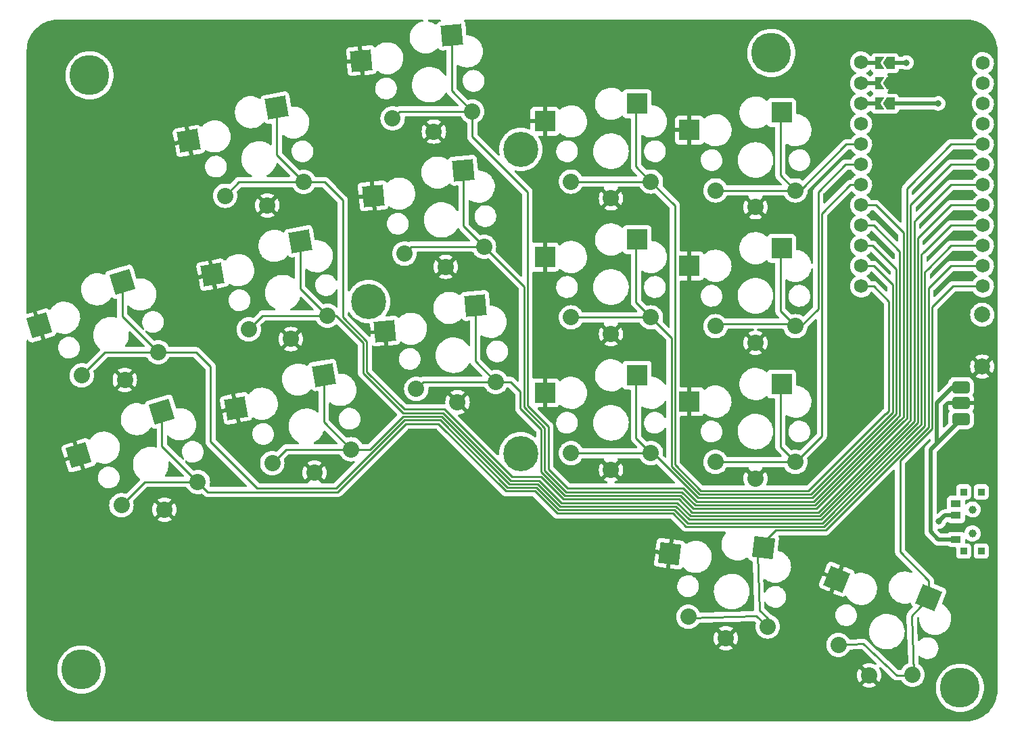
<source format=gtl>
%TF.GenerationSoftware,KiCad,Pcbnew,(6.0.4)*%
%TF.CreationDate,2022-07-31T17:14:54+02:00*%
%TF.ProjectId,konafa,6b6f6e61-6661-42e6-9b69-6361645f7063,v1.0.0*%
%TF.SameCoordinates,Original*%
%TF.FileFunction,Copper,L1,Top*%
%TF.FilePolarity,Positive*%
%FSLAX46Y46*%
G04 Gerber Fmt 4.6, Leading zero omitted, Abs format (unit mm)*
G04 Created by KiCad (PCBNEW (6.0.4)) date 2022-07-31 17:14:54*
%MOMM*%
%LPD*%
G01*
G04 APERTURE LIST*
G04 Aperture macros list*
%AMRoundRect*
0 Rectangle with rounded corners*
0 $1 Rounding radius*
0 $2 $3 $4 $5 $6 $7 $8 $9 X,Y pos of 4 corners*
0 Add a 4 corners polygon primitive as box body*
4,1,4,$2,$3,$4,$5,$6,$7,$8,$9,$2,$3,0*
0 Add four circle primitives for the rounded corners*
1,1,$1+$1,$2,$3*
1,1,$1+$1,$4,$5*
1,1,$1+$1,$6,$7*
1,1,$1+$1,$8,$9*
0 Add four rect primitives between the rounded corners*
20,1,$1+$1,$2,$3,$4,$5,0*
20,1,$1+$1,$4,$5,$6,$7,0*
20,1,$1+$1,$6,$7,$8,$9,0*
20,1,$1+$1,$8,$9,$2,$3,0*%
%AMRotRect*
0 Rectangle, with rotation*
0 The origin of the aperture is its center*
0 $1 length*
0 $2 width*
0 $3 Rotation angle, in degrees counterclockwise*
0 Add horizontal line*
21,1,$1,$2,0,0,$3*%
%AMFreePoly0*
4,1,6,0.500000,-0.750000,-0.650000,-0.750000,-0.150000,0.000000,-0.650000,0.750000,0.500000,0.750000,0.500000,-0.750000,0.500000,-0.750000,$1*%
%AMFreePoly1*
4,1,6,1.000000,0.000000,0.500000,-0.750000,-0.500000,-0.750000,-0.500000,0.750000,0.500000,0.750000,1.000000,0.000000,1.000000,0.000000,$1*%
G04 Aperture macros list end*
%TA.AperFunction,ComponentPad*%
%ADD10C,5.000000*%
%TD*%
%TA.AperFunction,ComponentPad*%
%ADD11C,2.000000*%
%TD*%
%TA.AperFunction,ComponentPad*%
%ADD12C,2.032000*%
%TD*%
%TA.AperFunction,SMDPad,CuDef*%
%ADD13RotRect,2.600000X2.600000X10.000000*%
%TD*%
%TA.AperFunction,SMDPad,CuDef*%
%ADD14RotRect,2.600000X2.600000X5.000000*%
%TD*%
%TA.AperFunction,SMDPad,CuDef*%
%ADD15R,2.600000X2.600000*%
%TD*%
%TA.AperFunction,SMDPad,CuDef*%
%ADD16R,0.900000X0.900000*%
%TD*%
%TA.AperFunction,SMDPad,CuDef*%
%ADD17R,1.250000X0.900000*%
%TD*%
%TA.AperFunction,WasherPad*%
%ADD18C,1.000000*%
%TD*%
%TA.AperFunction,SMDPad,CuDef*%
%ADD19RotRect,2.600000X2.600000X338.000000*%
%TD*%
%TA.AperFunction,ComponentPad*%
%ADD20RoundRect,0.375000X-0.750000X0.375000X-0.750000X-0.375000X0.750000X-0.375000X0.750000X0.375000X0*%
%TD*%
%TA.AperFunction,SMDPad,CuDef*%
%ADD21RotRect,2.600000X2.600000X17.000000*%
%TD*%
%TA.AperFunction,SMDPad,CuDef*%
%ADD22RotRect,2.600000X2.600000X353.000000*%
%TD*%
%TA.AperFunction,ComponentPad*%
%ADD23C,1.752600*%
%TD*%
%TA.AperFunction,SMDPad,CuDef*%
%ADD24FreePoly0,180.000000*%
%TD*%
%TA.AperFunction,SMDPad,CuDef*%
%ADD25R,1.524000X0.500000*%
%TD*%
%TA.AperFunction,SMDPad,CuDef*%
%ADD26FreePoly1,180.000000*%
%TD*%
%TA.AperFunction,ComponentPad*%
%ADD27C,4.400000*%
%TD*%
%TA.AperFunction,ViaPad*%
%ADD28C,0.800000*%
%TD*%
%TA.AperFunction,Conductor*%
%ADD29C,0.250000*%
%TD*%
%TA.AperFunction,Conductor*%
%ADD30C,0.500000*%
%TD*%
G04 APERTURE END LIST*
D10*
%TO.P,,1,1*%
%TO.N,N/C*%
X159112791Y38507254D03*
%TD*%
%TO.P,,1,1*%
%TO.N,N/C*%
X49130791Y40793254D03*
%TD*%
%TO.P,,1,1*%
%TO.N,N/C*%
X135490791Y118009254D03*
%TD*%
%TO.P,,1,1*%
%TO.N,N/C*%
X50146791Y115215254D03*
%TD*%
D11*
%TO.P,B1,1*%
%TO.N,RST*%
X161906791Y85243254D03*
%TO.P,B1,2*%
%TO.N,GND*%
X161906791Y78743254D03*
%TD*%
D12*
%TO.P,S11,1*%
%TO.N,P3*%
X76971012Y101871038D03*
X67122934Y100134557D03*
D13*
X73579148Y111173370D03*
D12*
%TO.P,S11,2*%
%TO.N,GND*%
X72411634Y98934701D03*
D13*
X62586644Y107001157D03*
%TD*%
D14*
%TO.P,S15,1*%
%TO.N,P18*%
X96965603Y103326959D03*
D12*
X99533808Y93764406D03*
X89571861Y92892848D03*
D14*
%TO.P,S15,2*%
%TO.N,GND*%
X85651297Y100128683D03*
D12*
X94735862Y91236618D03*
%TD*%
%TO.P,S21,1*%
%TO.N,P16*%
X110424791Y84912254D03*
D15*
X118699790Y94662253D03*
D12*
X120424791Y84912254D03*
D15*
%TO.P,S21,2*%
%TO.N,GND*%
X107149790Y92462254D03*
D12*
X115424791Y82812254D03*
%TD*%
D16*
%TO.P,T1,*%
%TO.N,*%
X159579791Y55652254D03*
X161779791Y63052254D03*
X161779791Y55652254D03*
X159579791Y63052254D03*
D17*
%TO.P,T1,1*%
%TO.N,Braw*%
X158604791Y57102254D03*
%TO.P,T1,2*%
%TO.N,RAW*%
X158604791Y60102254D03*
%TO.P,T1,3*%
%TO.N,N/C*%
X158604791Y61602254D03*
%TD*%
D18*
%TO.P,T2,*%
%TO.N,*%
X160679791Y60852254D03*
X160679791Y57852254D03*
%TD*%
D12*
%TO.P,S29,1*%
%TO.N,P20*%
X128505791Y83811491D03*
X138505791Y83811491D03*
D15*
X136780790Y93561490D03*
%TO.P,S29,2*%
%TO.N,GND*%
X125230790Y91361491D03*
D12*
X133505791Y81711491D03*
%TD*%
%TO.P,S33,1*%
%TO.N,P9*%
X153171728Y40156513D03*
D19*
X155224749Y49842752D03*
D12*
X143899890Y43902579D03*
%TO.P,S33,2*%
%TO.N,GND*%
X147749135Y40082460D03*
D19*
X143691641Y52129654D03*
%TD*%
D12*
%TO.P,S7,1*%
%TO.N,P5*%
X73026972Y66651093D03*
X82875050Y68387574D03*
D13*
X79483186Y77689906D03*
%TO.P,S7,2*%
%TO.N,GND*%
X68490682Y73517693D03*
D12*
X78315672Y65451237D03*
%TD*%
D20*
%TO.P,PAD1,1*%
%TO.N,Braw*%
X159239791Y72162254D03*
%TO.P,PAD1,2*%
%TO.N,GND*%
X159239791Y74162254D03*
%TO.P,PAD1,3*%
%TO.N,Braw*%
X159239791Y76162254D03*
%TD*%
D21*
%TO.P,S5,1*%
%TO.N,P6*%
X54234545Y89377492D03*
D12*
X58734795Y80557863D03*
X49171748Y77634146D03*
%TO.P,S5,2*%
%TO.N,GND*%
X54567252Y77087765D03*
D21*
X43832442Y83896730D03*
%TD*%
D15*
%TO.P,S27,1*%
%TO.N,P19*%
X136780790Y76561490D03*
D12*
X128505791Y66811491D03*
X138505791Y66811491D03*
%TO.P,S27,2*%
%TO.N,GND*%
X133505791Y64711491D03*
D15*
X125230790Y74361491D03*
%TD*%
D13*
%TO.P,S9,1*%
%TO.N,P4*%
X76531167Y94431638D03*
D12*
X79923031Y85129306D03*
X70074953Y83392825D03*
%TO.P,S9,2*%
%TO.N,GND*%
X75363653Y82192969D03*
D13*
X65538663Y90259425D03*
%TD*%
D14*
%TO.P,S13,1*%
%TO.N,P2*%
X98447251Y86391649D03*
D12*
X101015456Y76829096D03*
X91053509Y75957538D03*
D14*
%TO.P,S13,2*%
%TO.N,GND*%
X87132945Y83193373D03*
D12*
X96217510Y74301308D03*
%TD*%
%TO.P,S23,1*%
%TO.N,P21*%
X128513229Y100808987D03*
D15*
X136788228Y110558986D03*
D12*
X138513229Y100808987D03*
%TO.P,S23,2*%
%TO.N,GND*%
X133513229Y98708987D03*
D15*
X125238228Y108358987D03*
%TD*%
D14*
%TO.P,S17,1*%
%TO.N,P15*%
X95483956Y120262269D03*
D12*
X98052161Y110699716D03*
X88090214Y109828158D03*
%TO.P,S17,2*%
%TO.N,GND*%
X93254215Y108171928D03*
D14*
X84169650Y117063993D03*
%TD*%
D12*
%TO.P,S31,1*%
%TO.N,P8*%
X125107643Y47414380D03*
X135033104Y46195687D03*
D22*
X134509187Y56083236D03*
%TO.P,S31,2*%
%TO.N,GND*%
X122777167Y55307226D03*
D12*
X129814448Y44720687D03*
%TD*%
D23*
%TO.P,MCU1,*%
%TO.N,*%
X161977213Y114199254D03*
D24*
X148993690Y114199254D03*
X148993690Y116739254D03*
D25*
X148068690Y111659254D03*
D23*
X161977213Y111659254D03*
X146737213Y111659254D03*
D25*
X148068690Y116739254D03*
D24*
X148993690Y111659254D03*
D25*
X148068690Y114199254D03*
D23*
X146737213Y116823000D03*
X161977213Y116739254D03*
X146737213Y114199254D03*
D26*
%TO.P,MCU1,1*%
%TO.N,RAW*%
X150443690Y116739254D03*
%TO.P,MCU1,2*%
%TO.N,GND*%
X150443690Y114199254D03*
%TO.P,MCU1,3*%
%TO.N,RST*%
X150443690Y111659254D03*
D23*
%TO.P,MCU1,4*%
%TO.N,N/C*%
X146737213Y109119254D03*
%TO.P,MCU1,5*%
%TO.N,P21*%
X146737213Y106579254D03*
%TO.P,MCU1,6*%
%TO.N,P20*%
X146737213Y104039254D03*
%TO.P,MCU1,7*%
%TO.N,P19*%
X146737213Y101499254D03*
%TO.P,MCU1,8*%
%TO.N,P18*%
X146737213Y98959254D03*
%TO.P,MCU1,9*%
%TO.N,P15*%
X146737213Y96419254D03*
%TO.P,MCU1,10*%
%TO.N,P14*%
X146737213Y93879254D03*
%TO.P,MCU1,11*%
%TO.N,P16*%
X146737213Y91339254D03*
%TO.P,MCU1,12*%
%TO.N,P10*%
X146737213Y88799254D03*
%TO.P,MCU1,16*%
%TO.N,N/C*%
X161977213Y109119254D03*
%TO.P,MCU1,17*%
%TO.N,P2*%
X161977213Y106579254D03*
%TO.P,MCU1,18*%
%TO.N,P3*%
X161977213Y104039254D03*
%TO.P,MCU1,19*%
%TO.N,P4*%
X161977213Y101499254D03*
%TO.P,MCU1,20*%
%TO.N,P5*%
X161977213Y98959254D03*
%TO.P,MCU1,21*%
%TO.N,P6*%
X161977213Y96419254D03*
%TO.P,MCU1,22*%
%TO.N,P7*%
X161977213Y93879254D03*
%TO.P,MCU1,23*%
%TO.N,P8*%
X161977213Y91339254D03*
%TO.P,MCU1,24*%
%TO.N,P9*%
X161977213Y88799254D03*
%TD*%
D12*
%TO.P,S3,1*%
%TO.N,P7*%
X54142067Y61376965D03*
X63705114Y64300682D03*
D21*
X59204864Y73120311D03*
%TO.P,S3,2*%
%TO.N,GND*%
X48802761Y67639549D03*
D12*
X59537571Y60830584D03*
%TD*%
D27*
%TO.P,REF\u002A\u002A,1*%
%TO.N,N/C*%
X85071791Y86894254D03*
X104121791Y67844254D03*
X104121791Y105944254D03*
%TD*%
D12*
%TO.P,S23,1*%
%TO.N,P10*%
X110424791Y101912254D03*
X120424791Y101912254D03*
D15*
X118699790Y111662253D03*
%TO.P,S23,2*%
%TO.N,GND*%
X107149790Y109462254D03*
D12*
X115424791Y99812254D03*
%TD*%
D15*
%TO.P,S19,1*%
%TO.N,P14*%
X118699790Y77662253D03*
D12*
X110424791Y67912254D03*
X120424791Y67912254D03*
%TO.P,S19,2*%
%TO.N,GND*%
X115424791Y65812254D03*
D15*
X107149790Y75462254D03*
%TD*%
D28*
%TO.N,GND*%
X154304587Y114247138D03*
%TO.N,RAW*%
X152400000Y116809855D03*
X156445791Y59335254D03*
%TO.N,RST*%
X156389782Y111703058D03*
%TD*%
D29*
%TO.N,P6*%
X65297412Y69322588D02*
X65297412Y78740000D01*
X58734795Y80557863D02*
X52095465Y80557863D01*
X54234545Y89377494D02*
X54234545Y85058113D01*
X52095465Y80557863D02*
X49171748Y77634146D01*
X54234545Y85058113D02*
X58734795Y80557863D01*
X161977213Y96419254D02*
X157969791Y96419254D01*
X63479549Y80557863D02*
X58734795Y80557863D01*
X81024544Y63500000D02*
X71120000Y63500000D01*
X102470863Y63594774D02*
X94028116Y72037521D01*
X108879989Y60800774D02*
X106085988Y63594774D01*
X153876190Y71118807D02*
X153876190Y71118089D01*
X125012863Y59149774D02*
X123361863Y60800774D01*
X123361863Y60800774D02*
X108879989Y60800774D01*
X89562066Y72037521D02*
X81024544Y63500000D01*
X65297412Y78740000D02*
X63479549Y80557863D01*
X154628374Y93117254D02*
X154268471Y92757351D01*
X157969791Y96419254D02*
X154628374Y93077837D01*
X153876190Y71118089D02*
X141907875Y59149774D01*
X154268471Y92757351D02*
X154268471Y71511089D01*
X94028116Y72037521D02*
X89562066Y72037521D01*
X141907875Y59149774D02*
X125012863Y59149774D01*
X154268471Y71511089D02*
X153876190Y71118807D01*
X106085988Y63594774D02*
X102470863Y63594774D01*
X71120000Y63500000D02*
X65297412Y69322588D01*
D30*
%TO.N,GND*%
X154256703Y114199254D02*
X150443690Y114199254D01*
X154304587Y114247138D02*
X154256703Y114199254D01*
D29*
%TO.N,P5*%
X89375867Y72487041D02*
X94214315Y72487041D01*
X94214315Y72487041D02*
X102657062Y64044294D01*
X106272187Y64044294D02*
X109066187Y61250294D01*
X153426670Y71305005D02*
X153818951Y71697286D01*
X102657062Y64044294D02*
X106272187Y64044294D01*
X123548061Y61250294D02*
X125199061Y59599294D01*
X109066187Y61250294D02*
X123548061Y61250294D01*
X79483187Y71779437D02*
X82875050Y68387574D01*
X153818951Y94808414D02*
X157969791Y98959254D01*
X85276400Y68387574D02*
X89375867Y72487041D01*
X82875050Y68387574D02*
X74763453Y68387574D01*
X79483187Y77689907D02*
X79483187Y71779437D01*
X153818951Y71697286D02*
X153818951Y94808414D01*
X125199061Y59599294D02*
X141721677Y59599294D01*
X74763453Y68387574D02*
X73026972Y66651093D01*
X82875050Y68387574D02*
X85276400Y68387574D01*
X157969791Y98959254D02*
X161977213Y98959254D01*
X141721677Y59599294D02*
X153426670Y71304287D01*
X153426670Y71304287D02*
X153426670Y71305005D01*
%TO.N,P4*%
X76531168Y88521169D02*
X79923031Y85129306D01*
X157969791Y101499254D02*
X161977213Y101499254D01*
X76531168Y94431639D02*
X76531168Y88521169D01*
X109252385Y61699814D02*
X123734258Y61699814D01*
X102843259Y64493814D02*
X106458384Y64493814D01*
X84386480Y81737565D02*
X84386480Y77933067D01*
X152977150Y71491203D02*
X153369431Y71883487D01*
X94400512Y72936561D02*
X102843259Y64493814D01*
X153369431Y96852113D02*
X153698572Y97181254D01*
X123734258Y61699814D02*
X125385258Y60048814D01*
X84386480Y77933067D02*
X89382986Y72936561D01*
X79923031Y85129306D02*
X71811434Y85129306D01*
X141535479Y60048814D02*
X152977150Y71490485D01*
X125385258Y60048814D02*
X141535479Y60048814D01*
X106458384Y64493814D02*
X109252385Y61699814D01*
X80994739Y85129306D02*
X84386480Y81737565D01*
X152977150Y71490485D02*
X152977150Y71491203D01*
X71811434Y85129306D02*
X70074953Y83392825D01*
X79923031Y85129306D02*
X80994739Y85129306D01*
X153698572Y97228035D02*
X157969791Y101499254D01*
X153369431Y71883487D02*
X153369431Y96852113D01*
X89382986Y72936561D02*
X94400512Y72936561D01*
%TO.N,P3*%
X68859415Y101871038D02*
X67122934Y100134557D01*
X103029456Y64943334D02*
X106644582Y64943334D01*
X73579149Y111173371D02*
X73579149Y105262901D01*
X89569184Y73386081D02*
X94586709Y73386081D01*
X152527630Y71676683D02*
X152527630Y71677401D01*
X84836000Y81923762D02*
X84836000Y78119265D01*
X79561162Y101871038D02*
X81858703Y99573497D01*
X76971012Y101871038D02*
X79561162Y101871038D01*
X141349281Y60498334D02*
X152527630Y71676683D01*
X123920455Y62149334D02*
X125571455Y60498334D01*
X76971012Y101871038D02*
X68859415Y101871038D01*
X152919911Y72069684D02*
X152919911Y98989374D01*
X94586709Y73386081D02*
X103029456Y64943334D01*
X152919911Y98989374D02*
X157969791Y104039254D01*
X106644582Y64943334D02*
X109438583Y62149334D01*
X157969791Y104039254D02*
X161977213Y104039254D01*
X152527630Y71677401D02*
X152919911Y72069684D01*
X109438583Y62149334D02*
X123920455Y62149334D01*
X125571455Y60498334D02*
X141349281Y60498334D01*
X81858703Y99573497D02*
X81858703Y84901060D01*
X73579149Y105262901D02*
X76971012Y101871038D01*
X84836000Y78119265D02*
X89569184Y73386081D01*
X81858703Y84901060D02*
X84836000Y81923762D01*
%TO.N,P2*%
X109624781Y62598854D02*
X124106656Y62598854D01*
X91925067Y76829096D02*
X91053509Y75957538D01*
X106680000Y65543635D02*
X109624781Y62598854D01*
X102844128Y76829096D02*
X104079160Y75594064D01*
X157969791Y106579254D02*
X161977213Y106579254D01*
X104079160Y73484347D02*
X106680000Y70883507D01*
X101015456Y76829096D02*
X98447252Y79397300D01*
X104079160Y75594064D02*
X104079160Y73484347D01*
X98447252Y79397300D02*
X98447252Y86391651D01*
X141163083Y60947854D02*
X152078110Y71862881D01*
X106680000Y70883507D02*
X106680000Y65543635D01*
X124106656Y62598854D02*
X125757656Y60947854D01*
X101015456Y76829096D02*
X102844128Y76829096D01*
X152078110Y71863599D02*
X152470391Y72255881D01*
X152078110Y71862881D02*
X152078110Y71863599D01*
X125757656Y60947854D02*
X141163083Y60947854D01*
X101015456Y76829096D02*
X91925067Y76829096D01*
X152799532Y101408995D02*
X157969791Y106579254D01*
X152470391Y72255881D02*
X152470391Y101043113D01*
X152470391Y101043113D02*
X152799532Y101372254D01*
%TO.N,P18*%
X99533808Y93764406D02*
X90443419Y93764406D01*
X148571791Y98959254D02*
X146737213Y98959254D01*
X96965604Y96332610D02*
X99533808Y93764406D01*
X151628590Y72049797D02*
X152020871Y72442078D01*
X107129520Y71069704D02*
X107129520Y65729833D01*
X125943853Y61397374D02*
X140976885Y61397374D01*
X152020871Y95510174D02*
X148571791Y98959254D01*
X151628590Y72049079D02*
X151628590Y72049797D01*
X104528680Y73670546D02*
X107129520Y71069704D01*
X96965604Y103326961D02*
X96965604Y96332610D01*
X152020871Y72442078D02*
X152020871Y95510174D01*
X104528680Y88769534D02*
X104528680Y73670546D01*
X140976885Y61397374D02*
X151628590Y72049079D01*
X124292853Y63048374D02*
X125943853Y61397374D01*
X90443419Y93764406D02*
X89571861Y92892848D01*
X109810979Y63048374D02*
X124292853Y63048374D01*
X107129520Y65729833D02*
X109810979Y63048374D01*
X99533808Y93764406D02*
X104528680Y88769534D01*
%TO.N,P15*%
X104978200Y73856744D02*
X107579040Y71255902D01*
X104978200Y100615750D02*
X104978200Y73856744D01*
X151179070Y72235995D02*
X151571351Y72628278D01*
X95483957Y120262271D02*
X95483957Y113267920D01*
X151571351Y72628278D02*
X151571351Y93165694D01*
X124479050Y63497894D02*
X126130050Y61846894D01*
X109997177Y63497894D02*
X124479050Y63497894D01*
X151571351Y93165694D02*
X148317791Y96419254D01*
X148317791Y96419254D02*
X146737213Y96419254D01*
X98052161Y107541789D02*
X104978200Y100615750D01*
X88961772Y110699716D02*
X88090214Y109828158D01*
X107579040Y65916031D02*
X109997177Y63497894D01*
X140790687Y61846894D02*
X151179070Y72235277D01*
X98052161Y110699716D02*
X88961772Y110699716D01*
X126130050Y61846894D02*
X140790687Y61846894D01*
X95483957Y113267920D02*
X98052161Y110699716D01*
X151179070Y72235277D02*
X151179070Y72235995D01*
X107579040Y71255902D02*
X107579040Y65916031D01*
X98052161Y110699716D02*
X98052161Y107541789D01*
%TO.N,P14*%
X140604489Y62296414D02*
X150729550Y72421475D01*
X120424791Y67912254D02*
X120700411Y67912254D01*
X120424791Y67912254D02*
X110424791Y67912254D01*
X118550270Y77512733D02*
X118550270Y69786775D01*
X126316250Y62296414D02*
X140604489Y62296414D01*
X148190791Y93879254D02*
X146737213Y93879254D01*
X150729550Y72421475D02*
X150729550Y72422193D01*
X151121831Y72814475D02*
X151121831Y90948214D01*
X118550270Y69786775D02*
X120424791Y67912254D01*
X120700411Y67912254D02*
X126316250Y62296414D01*
X150729550Y72422193D02*
X151121831Y72814475D01*
X151121831Y90948214D02*
X148190791Y93879254D01*
X118699791Y77662254D02*
X118550270Y77512733D01*
%TO.N,P16*%
X148317791Y91339254D02*
X146737213Y91339254D01*
X118550270Y86786775D02*
X120424791Y84912254D01*
X110424791Y84912254D02*
X120424791Y84912254D01*
X150672311Y88984734D02*
X148317791Y91339254D01*
X150280030Y72608391D02*
X150672311Y73000672D01*
X122979898Y66268484D02*
X126502448Y62745934D01*
X118550270Y94512733D02*
X118550270Y86786775D01*
X140418291Y62745934D02*
X150280030Y72607673D01*
X126502448Y62745934D02*
X140418291Y62745934D01*
X150280030Y72607673D02*
X150280030Y72608391D01*
X150672311Y73000672D02*
X150672311Y88984734D01*
X120424791Y84912254D02*
X122979898Y82357147D01*
X122979898Y82357147D02*
X122979898Y66268484D01*
X118699791Y94662254D02*
X118550270Y94512733D01*
%TO.N,P10*%
X118550270Y111512733D02*
X118550270Y103786775D01*
X140138389Y63195454D02*
X149736806Y72793871D01*
X150222791Y86894254D02*
X148317791Y88799254D01*
X120424791Y101912254D02*
X110424791Y101912254D01*
X118699791Y111662254D02*
X118550270Y111512733D01*
X123429418Y98907627D02*
X123429418Y66454682D01*
X120424791Y101912254D02*
X123429418Y98907627D01*
X150222791Y73186869D02*
X150222791Y86894254D01*
X126688646Y63195454D02*
X140232093Y63195454D01*
X149830510Y72794589D02*
X150222791Y73186869D01*
X149830510Y72793871D02*
X149830510Y72794589D01*
X123429418Y66454682D02*
X126688646Y63195454D01*
X148317791Y88799254D02*
X146737213Y88799254D01*
X118550270Y103786775D02*
X120424791Y101912254D01*
%TO.N,P19*%
X145396791Y101499254D02*
X146737213Y101499254D01*
X138505791Y66811491D02*
X138555324Y66811491D01*
X136617566Y68699716D02*
X136617566Y77385733D01*
X141814698Y70070865D02*
X141814698Y97917161D01*
X138505791Y66811491D02*
X136617566Y68699716D01*
X141814698Y97917161D02*
X145396791Y101499254D01*
X128505791Y66811491D02*
X138505791Y66811491D01*
X138555324Y66811491D02*
X141814698Y70070865D01*
%TO.N,P20*%
X141365178Y100642641D02*
X141365178Y85948076D01*
X128794554Y84100254D02*
X138217028Y84100254D01*
X144761791Y104039254D02*
X141365178Y100642641D01*
X141365178Y85948076D02*
X139228593Y83811491D01*
X139228593Y83811491D02*
X138505791Y83811491D01*
X146737213Y104039254D02*
X144761791Y104039254D01*
X128505791Y83811491D02*
X128794554Y84100254D01*
X136617566Y85699716D02*
X136617566Y94385733D01*
X138217028Y84100254D02*
X138505791Y83811491D01*
X138505791Y83811491D02*
X136617566Y85699716D01*
%TO.N,P21*%
X138513229Y100808987D02*
X139118524Y100808987D01*
X136788229Y110558987D02*
X136638708Y110409466D01*
X139118524Y100808987D02*
X144888791Y106579254D01*
X144888791Y106579254D02*
X146737213Y106579254D01*
X136638708Y102683508D02*
X138513229Y100808987D01*
X138513229Y100808987D02*
X128513229Y100808987D01*
X136638708Y110409466D02*
X136638708Y102683508D01*
%TO.N,P7*%
X123175666Y60351254D02*
X108693791Y60351254D01*
X161977213Y93879254D02*
X157969791Y93879254D01*
X154717991Y90598351D02*
X154717991Y71324892D01*
X89748263Y71588001D02*
X81210741Y63050480D01*
X93841919Y71588001D02*
X89748263Y71588001D01*
X59204864Y68800932D02*
X63705114Y64300682D01*
X142094073Y58700254D02*
X124826666Y58700254D01*
X64955316Y63050480D02*
X63705114Y64300682D01*
X105899791Y63145254D02*
X102284666Y63145254D01*
X155077894Y90958254D02*
X154717991Y90598351D01*
X124826666Y58700254D02*
X123175666Y60351254D01*
X157969791Y93879254D02*
X155077894Y90987357D01*
X102284666Y63145254D02*
X93841919Y71588001D01*
X63705114Y64300682D02*
X57065784Y64300682D01*
X108693791Y60351254D02*
X105899791Y63145254D01*
X154325710Y70932609D02*
X154325710Y70931891D01*
X57065784Y64300682D02*
X54142067Y61376965D01*
X154325710Y70931891D02*
X142094073Y58700254D01*
X59204864Y73120313D02*
X59204864Y68800932D01*
X154717991Y71324892D02*
X154325710Y70932609D01*
X81210741Y63050480D02*
X64955316Y63050480D01*
%TO.N,P8*%
X155167511Y88566351D02*
X155167511Y71138692D01*
X134997112Y47226373D02*
X135033104Y46195687D01*
X133983179Y48171881D02*
X134997112Y47226373D01*
X154775230Y70745693D02*
X142280270Y58250734D01*
X161977213Y91339254D02*
X157969791Y91339254D01*
X134641582Y56835045D02*
X134641582Y56301432D01*
X125301791Y47233334D02*
X125107643Y47414379D01*
X136057271Y58250734D02*
X134641582Y56835045D01*
X155527414Y88926254D02*
X155167511Y88566351D01*
X154775230Y70746411D02*
X154775230Y70745693D01*
X135033104Y46195687D02*
X133609266Y47523437D01*
X133609266Y47523437D02*
X125301791Y47233334D01*
X142280270Y58250734D02*
X136057271Y58250734D01*
X155167511Y71138692D02*
X154775230Y70746411D01*
X133735867Y55253950D02*
X133983179Y48171881D01*
X157969791Y91339254D02*
X155527414Y88896877D01*
%TO.N,P9*%
X155224750Y49842752D02*
X153067237Y47529103D01*
X151619791Y66954536D02*
X151619791Y55525254D01*
X155224750Y70560214D02*
X155224750Y70559495D01*
X155617031Y70952495D02*
X155224750Y70560214D01*
X151619791Y55525254D02*
X155224750Y51920295D01*
X155224750Y51920295D02*
X155224750Y49842752D01*
X158223791Y88799254D02*
X155617031Y86192494D01*
X155224750Y70559495D02*
X151619791Y66954536D01*
X153319172Y40314627D02*
X153171728Y40156513D01*
X151210951Y40088042D02*
X147004114Y44010981D01*
X155617031Y86192494D02*
X155617031Y70952495D01*
X153171728Y40156513D02*
X151210951Y40088042D01*
X147004114Y44010981D02*
X143899890Y43902579D01*
X153067237Y47529103D02*
X153319172Y40314627D01*
X161977213Y88799254D02*
X158223791Y88799254D01*
D30*
%TO.N,RAW*%
X152372041Y116781896D02*
X150419502Y116781896D01*
X157212791Y60102254D02*
X158223791Y60102254D01*
X152400000Y116809855D02*
X152372041Y116781896D01*
X156445791Y59335254D02*
X157212791Y60102254D01*
%TO.N,RST*%
X150466332Y111681896D02*
X150443690Y111659254D01*
X156389782Y111703058D02*
X156368620Y111681896D01*
X156368620Y111681896D02*
X150466332Y111681896D01*
%TO.N,Braw*%
X156191551Y69114014D02*
X156191551Y74194014D01*
X155429791Y68352254D02*
X156191551Y69114014D01*
X156191551Y74194014D02*
X158159791Y76162254D01*
X155429791Y58065254D02*
X155429791Y68352254D01*
X155429791Y68352254D02*
X159239791Y72162254D01*
X158159791Y76162254D02*
X159239791Y76162254D01*
X158223791Y57102254D02*
X156392791Y57102254D01*
X156392791Y57102254D02*
X155429791Y58065254D01*
%TD*%
%TA.AperFunction,Conductor*%
%TO.N,GND*%
G36*
X61581927Y122202230D02*
G01*
X91828333Y122201468D01*
X91896453Y122181464D01*
X91942945Y122127807D01*
X91953047Y122057533D01*
X91923552Y121992953D01*
X91863825Y121954571D01*
X91854539Y121952224D01*
X91666449Y121912244D01*
X91662320Y121910741D01*
X91662316Y121910740D01*
X91406638Y121817681D01*
X91406634Y121817679D01*
X91402493Y121816172D01*
X91154477Y121684299D01*
X91150918Y121681713D01*
X91150916Y121681712D01*
X91042431Y121602893D01*
X90927227Y121519193D01*
X90725167Y121324066D01*
X90552231Y121102717D01*
X90550035Y121098913D01*
X90550030Y121098906D01*
X90441350Y120910665D01*
X90411783Y120859454D01*
X90306557Y120599011D01*
X90305492Y120594738D01*
X90305491Y120594736D01*
X90240314Y120333324D01*
X90238602Y120326459D01*
X90238143Y120322091D01*
X90238142Y120322086D01*
X90209700Y120051471D01*
X90209241Y120047102D01*
X90209394Y120042714D01*
X90209394Y120042708D01*
X90216129Y119849864D01*
X90219044Y119766377D01*
X90219806Y119762054D01*
X90219807Y119762047D01*
X90232838Y119688147D01*
X90267821Y119489748D01*
X90354622Y119222600D01*
X90356550Y119218647D01*
X90356552Y119218642D01*
X90403729Y119121917D01*
X90477759Y118970133D01*
X90480214Y118966494D01*
X90480217Y118966488D01*
X90494917Y118944695D01*
X90634834Y118737259D01*
X90637779Y118733988D01*
X90637780Y118733987D01*
X90667577Y118700894D01*
X90822790Y118528513D01*
X91037969Y118347956D01*
X91276183Y118199104D01*
X91409903Y118139568D01*
X91521982Y118089667D01*
X91532794Y118084853D01*
X91802809Y118007428D01*
X91807159Y118006817D01*
X91807162Y118006816D01*
X91885191Y117995850D01*
X92080971Y117968335D01*
X92291565Y117968335D01*
X92293751Y117968488D01*
X92293755Y117968488D01*
X92497246Y117982717D01*
X92497251Y117982718D01*
X92501631Y117983024D01*
X92776389Y118041426D01*
X92780518Y118042929D01*
X92780522Y118042930D01*
X93036200Y118135989D01*
X93036204Y118135991D01*
X93040345Y118137498D01*
X93288361Y118269371D01*
X93302680Y118279774D01*
X93512048Y118431888D01*
X93512051Y118431891D01*
X93515611Y118434477D01*
X93524834Y118443383D01*
X93680952Y118594145D01*
X93743849Y118627077D01*
X93814565Y118620777D01*
X93872213Y118574299D01*
X93874807Y118568874D01*
X93880794Y118562190D01*
X93965997Y118467061D01*
X93966000Y118467059D01*
X93971987Y118460374D01*
X93979614Y118455636D01*
X93979615Y118455635D01*
X93999337Y118443383D01*
X94095713Y118383511D01*
X94236039Y118344463D01*
X94243940Y118344297D01*
X94243943Y118344297D01*
X94295161Y118343224D01*
X94295170Y118343224D01*
X94298573Y118343153D01*
X94713477Y118379453D01*
X94783080Y118365464D01*
X94834072Y118316065D01*
X94850457Y118253932D01*
X94850457Y115312226D01*
X94830455Y115244105D01*
X94776799Y115197612D01*
X94706525Y115187508D01*
X94641945Y115217002D01*
X94621751Y115239237D01*
X94468977Y115454212D01*
X94468972Y115454218D01*
X94466553Y115457622D01*
X94463709Y115460672D01*
X94463704Y115460678D01*
X94267996Y115670549D01*
X94265150Y115673601D01*
X94036951Y115861045D01*
X93785967Y116016662D01*
X93779909Y116019385D01*
X93709288Y116051123D01*
X93516606Y116137718D01*
X93263751Y116213097D01*
X93237600Y116220893D01*
X93237598Y116220893D01*
X93233601Y116222085D01*
X93229481Y116222738D01*
X93229479Y116222738D01*
X92945404Y116267732D01*
X92945398Y116267733D01*
X92941923Y116268283D01*
X92917364Y116269398D01*
X92850979Y116272413D01*
X92850958Y116272413D01*
X92849559Y116272477D01*
X92665095Y116272477D01*
X92445332Y116257880D01*
X92441233Y116257054D01*
X92441229Y116257053D01*
X92320347Y116232679D01*
X92155845Y116199510D01*
X91876621Y116103365D01*
X91872893Y116101498D01*
X91631772Y115980754D01*
X91612565Y115971136D01*
X91368318Y115805145D01*
X91365204Y115802361D01*
X91365203Y115802360D01*
X91298990Y115743159D01*
X91148169Y115608309D01*
X91145452Y115605139D01*
X91145451Y115605138D01*
X90961885Y115390968D01*
X90955987Y115384087D01*
X90953713Y115380585D01*
X90953709Y115380580D01*
X90797426Y115139926D01*
X90795147Y115136416D01*
X90793353Y115132638D01*
X90793352Y115132636D01*
X90786127Y115117420D01*
X90668477Y114869649D01*
X90667198Y114865666D01*
X90667197Y114865663D01*
X90589344Y114623180D01*
X90578201Y114588473D01*
X90577460Y114584354D01*
X90555019Y114459629D01*
X90525906Y114297827D01*
X90525717Y114293660D01*
X90525716Y114293653D01*
X90512872Y114010788D01*
X90512510Y114002818D01*
X90538248Y113708628D01*
X90539158Y113704556D01*
X90539159Y113704551D01*
X90593549Y113461224D01*
X90602668Y113420427D01*
X90604111Y113416504D01*
X90604112Y113416502D01*
X90619501Y113374677D01*
X90704640Y113143278D01*
X90706587Y113139585D01*
X90706588Y113139583D01*
X90781953Y112996641D01*
X90842370Y112882050D01*
X90868576Y112845174D01*
X91011015Y112644742D01*
X91011020Y112644736D01*
X91013439Y112641332D01*
X91016283Y112638282D01*
X91016288Y112638276D01*
X91199374Y112441940D01*
X91214842Y112425353D01*
X91443041Y112237909D01*
X91694025Y112082292D01*
X91697842Y112080576D01*
X91697845Y112080575D01*
X91766361Y112049783D01*
X91963386Y111961236D01*
X92133520Y111910517D01*
X92215081Y111886203D01*
X92246391Y111876869D01*
X92250511Y111876216D01*
X92250513Y111876216D01*
X92534588Y111831222D01*
X92534594Y111831221D01*
X92538069Y111830671D01*
X92562628Y111829556D01*
X92629013Y111826541D01*
X92629034Y111826541D01*
X92630433Y111826477D01*
X92814897Y111826477D01*
X93034660Y111841074D01*
X93038759Y111841900D01*
X93038763Y111841901D01*
X93212186Y111876869D01*
X93324147Y111899444D01*
X93603371Y111995589D01*
X93773085Y112080575D01*
X93863691Y112125947D01*
X93863693Y112125948D01*
X93867427Y112127818D01*
X94111674Y112293809D01*
X94123313Y112304215D01*
X94262211Y112428405D01*
X94331823Y112490645D01*
X94334541Y112493816D01*
X94521285Y112711693D01*
X94521288Y112711697D01*
X94524005Y112714867D01*
X94526279Y112718369D01*
X94526283Y112718374D01*
X94682566Y112959028D01*
X94682569Y112959033D01*
X94684845Y112962538D01*
X94690699Y112974868D01*
X94737986Y113027824D01*
X94806398Y113046809D01*
X94874213Y113025794D01*
X94916285Y112973858D01*
X94917670Y112974619D01*
X94921484Y112967680D01*
X94924405Y112960303D01*
X94929067Y112953887D01*
X94929067Y112953886D01*
X94950393Y112924533D01*
X94956909Y112914613D01*
X94973983Y112885743D01*
X94979415Y112876558D01*
X94993736Y112862237D01*
X95006576Y112847204D01*
X95018485Y112830813D01*
X95033556Y112818345D01*
X95052562Y112802622D01*
X95061341Y112794632D01*
X96307661Y111548311D01*
X96341687Y111485999D01*
X96336622Y111415183D01*
X96294075Y111358348D01*
X96227555Y111333537D01*
X96218566Y111333216D01*
X89040539Y111333216D01*
X89029356Y111333743D01*
X89021863Y111335418D01*
X89013937Y111335169D01*
X89013936Y111335169D01*
X88953786Y111333278D01*
X88949827Y111333216D01*
X88921916Y111333216D01*
X88917982Y111332719D01*
X88917981Y111332719D01*
X88917916Y111332711D01*
X88906079Y111331778D01*
X88874262Y111330778D01*
X88869801Y111330638D01*
X88861882Y111330389D01*
X88844226Y111325260D01*
X88842430Y111324738D01*
X88823078Y111320730D01*
X88816007Y111319836D01*
X88802975Y111318190D01*
X88795606Y111315273D01*
X88795604Y111315272D01*
X88761869Y111301916D01*
X88750641Y111298071D01*
X88708179Y111285734D01*
X88701356Y111281699D01*
X88701352Y111281697D01*
X88699282Y111280473D01*
X88697448Y111280008D01*
X88694082Y111278551D01*
X88693847Y111279094D01*
X88630466Y111263015D01*
X88586929Y111272519D01*
X88567340Y111280633D01*
X88567338Y111280634D01*
X88562767Y111282527D01*
X88557963Y111283680D01*
X88557958Y111283682D01*
X88334249Y111337390D01*
X88334243Y111337391D01*
X88329436Y111338545D01*
X88090214Y111357372D01*
X87850992Y111338545D01*
X87846185Y111337391D01*
X87846179Y111337390D01*
X87703349Y111303099D01*
X87617661Y111282527D01*
X87613090Y111280634D01*
X87613088Y111280633D01*
X87400537Y111192592D01*
X87400535Y111192591D01*
X87395965Y111190698D01*
X87191365Y111065318D01*
X87187598Y111062101D01*
X87187597Y111062100D01*
X87148962Y111029103D01*
X87008896Y110909476D01*
X87005683Y110905714D01*
X86910748Y110794558D01*
X86853054Y110727007D01*
X86727674Y110522407D01*
X86725781Y110517837D01*
X86725780Y110517835D01*
X86657041Y110351884D01*
X86635845Y110300711D01*
X86631427Y110282309D01*
X86580982Y110072193D01*
X86580981Y110072187D01*
X86579827Y110067380D01*
X86561000Y109828158D01*
X86579827Y109588936D01*
X86580981Y109584129D01*
X86580982Y109584123D01*
X86609396Y109465774D01*
X86635845Y109355605D01*
X86637738Y109351034D01*
X86637739Y109351032D01*
X86717556Y109158337D01*
X86727674Y109133909D01*
X86853054Y108929309D01*
X86856271Y108925542D01*
X86856272Y108925541D01*
X86956344Y108808371D01*
X87008896Y108746840D01*
X87012658Y108743627D01*
X87185127Y108596326D01*
X87191365Y108590998D01*
X87395965Y108465618D01*
X87400535Y108463725D01*
X87400537Y108463724D01*
X87555866Y108399385D01*
X87617661Y108373789D01*
X87687555Y108357009D01*
X87846179Y108318926D01*
X87846185Y108318925D01*
X87850992Y108317771D01*
X88090214Y108298944D01*
X88329436Y108317771D01*
X88334243Y108318925D01*
X88334249Y108318926D01*
X88492873Y108357009D01*
X88562767Y108373789D01*
X88624562Y108399385D01*
X88779891Y108463724D01*
X88779893Y108463725D01*
X88784463Y108465618D01*
X88989063Y108590998D01*
X88995302Y108596326D01*
X89167770Y108743627D01*
X89171532Y108746840D01*
X89224084Y108808371D01*
X89324156Y108925541D01*
X89324157Y108925542D01*
X89327374Y108929309D01*
X89452754Y109133909D01*
X89462873Y109158337D01*
X89542689Y109351032D01*
X89542690Y109351034D01*
X89544583Y109355605D01*
X89559004Y109415675D01*
X92374672Y109415675D01*
X92378456Y109406897D01*
X93241403Y108543950D01*
X93255347Y108536336D01*
X93257180Y108536467D01*
X93263795Y108540718D01*
X94126931Y109403854D01*
X94133691Y109416234D01*
X94127964Y109423884D01*
X93952456Y109531435D01*
X93943662Y109535916D01*
X93731186Y109623926D01*
X93721801Y109626975D01*
X93498171Y109680665D01*
X93488424Y109682208D01*
X93259145Y109700253D01*
X93249285Y109700253D01*
X93020006Y109682208D01*
X93010259Y109680665D01*
X92786629Y109626975D01*
X92777244Y109623926D01*
X92564768Y109535916D01*
X92555974Y109531435D01*
X92384132Y109426131D01*
X92374672Y109415675D01*
X89559004Y109415675D01*
X89571032Y109465774D01*
X89599446Y109584123D01*
X89599447Y109584129D01*
X89600601Y109588936D01*
X89619428Y109828158D01*
X89611387Y109930330D01*
X89625983Y109999810D01*
X89675826Y110050370D01*
X89736999Y110066216D01*
X96581891Y110066216D01*
X96650012Y110046214D01*
X96687870Y110004394D01*
X96689621Y110005467D01*
X96815001Y109800867D01*
X96818218Y109797100D01*
X96818219Y109797099D01*
X96848762Y109761338D01*
X96970843Y109618398D01*
X97153312Y109462556D01*
X97268231Y109392133D01*
X97357912Y109337176D01*
X97356731Y109335248D01*
X97401517Y109292900D01*
X97418661Y109229446D01*
X97418661Y107620556D01*
X97418134Y107609373D01*
X97416459Y107601880D01*
X97416708Y107593954D01*
X97416708Y107593953D01*
X97418599Y107533803D01*
X97418661Y107529844D01*
X97418661Y107501933D01*
X97419158Y107497999D01*
X97419158Y107497998D01*
X97419166Y107497933D01*
X97420099Y107486096D01*
X97421488Y107441900D01*
X97425794Y107427079D01*
X97427139Y107422450D01*
X97431148Y107403089D01*
X97433687Y107382992D01*
X97436606Y107375621D01*
X97436606Y107375619D01*
X97449965Y107341877D01*
X97453810Y107330647D01*
X97463243Y107298179D01*
X97466143Y107288196D01*
X97470176Y107281377D01*
X97470178Y107281372D01*
X97476454Y107270761D01*
X97485149Y107253013D01*
X97492609Y107234172D01*
X97497271Y107227756D01*
X97497271Y107227755D01*
X97518597Y107198402D01*
X97525113Y107188482D01*
X97541226Y107161237D01*
X97547619Y107150427D01*
X97561940Y107136106D01*
X97574780Y107121073D01*
X97586689Y107104682D01*
X97592795Y107099631D01*
X97620766Y107076491D01*
X97629545Y107068501D01*
X104307795Y100390251D01*
X104341821Y100327939D01*
X104344700Y100301156D01*
X104344700Y90153608D01*
X104324698Y90085487D01*
X104271042Y90038994D01*
X104200768Y90028890D01*
X104136188Y90058384D01*
X104129605Y90064513D01*
X102641128Y91552991D01*
X101021398Y93172721D01*
X100987372Y93235033D01*
X100990213Y93291364D01*
X100988177Y93291853D01*
X101043040Y93520371D01*
X101043041Y93520377D01*
X101044195Y93525184D01*
X101063022Y93764406D01*
X101044195Y94003628D01*
X101043041Y94008435D01*
X101043040Y94008441D01*
X101007765Y94155369D01*
X100988177Y94236959D01*
X100981890Y94252138D01*
X100898242Y94454083D01*
X100898241Y94454085D01*
X100896348Y94458655D01*
X100770968Y94663255D01*
X100764294Y94671070D01*
X100618339Y94841962D01*
X100615126Y94845724D01*
X100458839Y94979205D01*
X100436425Y94998348D01*
X100436424Y94998349D01*
X100432657Y95001566D01*
X100228057Y95126946D01*
X100223487Y95128839D01*
X100223485Y95128840D01*
X100010934Y95216881D01*
X100010932Y95216882D01*
X100006361Y95218775D01*
X99885589Y95247770D01*
X99777843Y95273638D01*
X99777837Y95273639D01*
X99773030Y95274793D01*
X99533808Y95293620D01*
X99294586Y95274793D01*
X99289779Y95273639D01*
X99289773Y95273638D01*
X99061255Y95218775D01*
X99060721Y95220998D01*
X98999230Y95219219D01*
X98942122Y95251996D01*
X98298616Y95895503D01*
X97636009Y96558110D01*
X97601983Y96620422D01*
X97599104Y96647205D01*
X97599104Y97657792D01*
X98337914Y97657792D01*
X98338114Y97652462D01*
X98338114Y97652461D01*
X98340759Y97581995D01*
X98346568Y97427256D01*
X98393942Y97201474D01*
X98395900Y97196515D01*
X98395901Y97196513D01*
X98429943Y97110314D01*
X98478681Y96986902D01*
X98547047Y96874238D01*
X98591442Y96801078D01*
X98598361Y96789675D01*
X98601858Y96785645D01*
X98739858Y96626614D01*
X98749561Y96615432D01*
X98753692Y96612045D01*
X98923829Y96472540D01*
X98923835Y96472536D01*
X98927957Y96469156D01*
X99128449Y96355030D01*
X99133465Y96353209D01*
X99133470Y96353207D01*
X99340289Y96278135D01*
X99340293Y96278134D01*
X99345304Y96276315D01*
X99350553Y96275366D01*
X99350556Y96275365D01*
X99568237Y96236002D01*
X99568244Y96236001D01*
X99572321Y96235264D01*
X99590058Y96234428D01*
X99595006Y96234194D01*
X99595013Y96234194D01*
X99596494Y96234124D01*
X99758639Y96234124D01*
X99825595Y96239805D01*
X99925276Y96248263D01*
X99925280Y96248264D01*
X99930587Y96248714D01*
X99935742Y96250052D01*
X99935748Y96250053D01*
X100148717Y96305329D01*
X100148721Y96305330D01*
X100153886Y96306671D01*
X100158752Y96308863D01*
X100158755Y96308864D01*
X100359363Y96399231D01*
X100364229Y96401423D01*
X100368649Y96404399D01*
X100368653Y96404401D01*
X100509938Y96499521D01*
X100555599Y96530262D01*
X100722526Y96689502D01*
X100860235Y96874590D01*
X100905700Y96964012D01*
X100962372Y97075478D01*
X100962372Y97075479D01*
X100964791Y97080236D01*
X101000896Y97196513D01*
X101031619Y97295454D01*
X101031620Y97295460D01*
X101033203Y97300557D01*
X101050902Y97434096D01*
X101062814Y97523971D01*
X101062814Y97523976D01*
X101063514Y97529256D01*
X101061523Y97582309D01*
X101057444Y97690954D01*
X101054860Y97759792D01*
X101007486Y97985574D01*
X101004165Y97993985D01*
X100959607Y98106812D01*
X100922747Y98200146D01*
X100803067Y98397373D01*
X100795913Y98405617D01*
X100655367Y98567583D01*
X100655365Y98567585D01*
X100651867Y98571616D01*
X100587175Y98624660D01*
X100477599Y98714508D01*
X100477593Y98714512D01*
X100473471Y98717892D01*
X100272979Y98832018D01*
X100267963Y98833839D01*
X100267958Y98833841D01*
X100061139Y98908913D01*
X100061135Y98908914D01*
X100056124Y98910733D01*
X100050875Y98911682D01*
X100050872Y98911683D01*
X99833191Y98951046D01*
X99833184Y98951047D01*
X99829107Y98951784D01*
X99811370Y98952620D01*
X99806422Y98952854D01*
X99806415Y98952854D01*
X99804934Y98952924D01*
X99642789Y98952924D01*
X99579019Y98947513D01*
X99476152Y98938785D01*
X99476148Y98938784D01*
X99470841Y98938334D01*
X99465686Y98936996D01*
X99465680Y98936995D01*
X99252711Y98881719D01*
X99252707Y98881718D01*
X99247542Y98880377D01*
X99242676Y98878185D01*
X99242673Y98878184D01*
X99042636Y98788074D01*
X99037199Y98785625D01*
X99032779Y98782649D01*
X99032775Y98782647D01*
X98950076Y98726970D01*
X98845829Y98656786D01*
X98678902Y98497546D01*
X98675714Y98493261D01*
X98546001Y98318920D01*
X98541193Y98312458D01*
X98536856Y98303927D01*
X98484091Y98200146D01*
X98436637Y98106812D01*
X98402431Y97996651D01*
X98369809Y97891594D01*
X98369808Y97891588D01*
X98368225Y97886491D01*
X98359983Y97824305D01*
X98340566Y97677799D01*
X98337914Y97657792D01*
X97599104Y97657792D01*
X97599104Y99487742D01*
X97619106Y99555863D01*
X97672762Y99602356D01*
X97743036Y99612460D01*
X97791874Y99594596D01*
X97895389Y99529913D01*
X97930547Y99507944D01*
X98106995Y99429384D01*
X98176510Y99398434D01*
X98187158Y99393693D01*
X98246424Y99376699D01*
X98357900Y99344734D01*
X98457173Y99316268D01*
X98461523Y99315657D01*
X98461526Y99315656D01*
X98548086Y99303491D01*
X98735335Y99277175D01*
X98945929Y99277175D01*
X98948115Y99277328D01*
X98948119Y99277328D01*
X99151610Y99291557D01*
X99151615Y99291558D01*
X99155995Y99291864D01*
X99430753Y99350266D01*
X99434882Y99351769D01*
X99434886Y99351770D01*
X99690564Y99444829D01*
X99690568Y99444831D01*
X99694709Y99446338D01*
X99942725Y99578211D01*
X99947266Y99581510D01*
X100166412Y99740728D01*
X100166415Y99740731D01*
X100169975Y99743317D01*
X100372035Y99938444D01*
X100544971Y100159793D01*
X100547167Y100163597D01*
X100547172Y100163604D01*
X100683218Y100399244D01*
X100685419Y100403056D01*
X100790645Y100663499D01*
X100792627Y100671449D01*
X100857536Y100931782D01*
X100857537Y100931787D01*
X100858600Y100936051D01*
X100860033Y100949679D01*
X100887502Y101211039D01*
X100887502Y101211042D01*
X100887961Y101215408D01*
X100887289Y101234659D01*
X100878312Y101491736D01*
X100878311Y101491742D01*
X100878158Y101496133D01*
X100877017Y101502607D01*
X100838499Y101721052D01*
X100829381Y101772762D01*
X100742580Y102039910D01*
X100740649Y102043871D01*
X100670473Y102187750D01*
X100619443Y102292377D01*
X100616988Y102296016D01*
X100616985Y102296022D01*
X100531595Y102422617D01*
X100462368Y102525251D01*
X100440368Y102549685D01*
X100314316Y102689679D01*
X100274412Y102733997D01*
X100230711Y102770667D01*
X100167856Y102823408D01*
X100059233Y102914554D01*
X99821019Y103063406D01*
X99564408Y103177657D01*
X99325048Y103246292D01*
X99298620Y103253870D01*
X99298619Y103253870D01*
X99294393Y103255082D01*
X99290043Y103255693D01*
X99290040Y103255694D01*
X99172549Y103272206D01*
X99016231Y103294175D01*
X98899338Y103294175D01*
X98831217Y103314177D01*
X98784724Y103367833D01*
X98773817Y103409193D01*
X98744384Y103745608D01*
X98649723Y104827584D01*
X98637575Y104888941D01*
X98625727Y104913724D01*
X98578623Y105012257D01*
X98578622Y105012258D01*
X98574752Y105020354D01*
X98568764Y105027040D01*
X98483562Y105122167D01*
X98483559Y105122169D01*
X98477572Y105128854D01*
X98467982Y105134812D01*
X98384226Y105186844D01*
X98353846Y105205717D01*
X98213520Y105244765D01*
X98205619Y105244931D01*
X98205616Y105244931D01*
X98154398Y105246004D01*
X98154389Y105246004D01*
X98150986Y105246075D01*
X95464978Y105011079D01*
X95403621Y104998931D01*
X95396493Y104995523D01*
X95396492Y104995523D01*
X95354462Y104975430D01*
X95272208Y104936108D01*
X95265524Y104930121D01*
X95265522Y104930120D01*
X95170395Y104844918D01*
X95170393Y104844915D01*
X95163708Y104838928D01*
X95158970Y104831301D01*
X95158969Y104831300D01*
X95145721Y104809975D01*
X95086845Y104715202D01*
X95085661Y104710947D01*
X95041444Y104658370D01*
X94973626Y104637365D01*
X94905217Y104656359D01*
X94890785Y104666822D01*
X94886516Y104670404D01*
X94648302Y104819256D01*
X94457122Y104904375D01*
X94395705Y104931720D01*
X94395703Y104931721D01*
X94391691Y104933507D01*
X94207561Y104986305D01*
X94125903Y105009720D01*
X94125902Y105009720D01*
X94121676Y105010932D01*
X94117326Y105011543D01*
X94117323Y105011544D01*
X93996701Y105028496D01*
X93843514Y105050025D01*
X93632920Y105050025D01*
X93630734Y105049872D01*
X93630730Y105049872D01*
X93427239Y105035643D01*
X93427234Y105035642D01*
X93422854Y105035336D01*
X93148096Y104976934D01*
X93143967Y104975431D01*
X93143963Y104975430D01*
X92888285Y104882371D01*
X92888281Y104882369D01*
X92884140Y104880862D01*
X92636124Y104748989D01*
X92632565Y104746403D01*
X92632563Y104746402D01*
X92414384Y104587886D01*
X92408874Y104583883D01*
X92405710Y104580827D01*
X92405707Y104580825D01*
X92342880Y104520153D01*
X92206814Y104388756D01*
X92033878Y104167407D01*
X92031682Y104163603D01*
X92031677Y104163596D01*
X91925642Y103979937D01*
X91893430Y103924144D01*
X91788204Y103663701D01*
X91787139Y103659428D01*
X91787138Y103659426D01*
X91722519Y103400252D01*
X91720249Y103391149D01*
X91719790Y103386781D01*
X91719789Y103386776D01*
X91691850Y103120943D01*
X91690888Y103111792D01*
X91691041Y103107404D01*
X91691041Y103107398D01*
X91700150Y102846570D01*
X91700691Y102831067D01*
X91701453Y102826744D01*
X91701454Y102826737D01*
X91729861Y102665634D01*
X91749468Y102554438D01*
X91836269Y102287290D01*
X91838197Y102283337D01*
X91838199Y102283332D01*
X91884818Y102187750D01*
X91959406Y102034823D01*
X91961861Y102031184D01*
X91961864Y102031178D01*
X91998655Y101976634D01*
X92116481Y101801949D01*
X92119426Y101798678D01*
X92119427Y101798677D01*
X92149771Y101764977D01*
X92304437Y101593203D01*
X92519616Y101412646D01*
X92757830Y101263794D01*
X93014441Y101149543D01*
X93047554Y101140048D01*
X93240152Y101084822D01*
X93284456Y101072118D01*
X93288806Y101071507D01*
X93288809Y101071506D01*
X93375768Y101059285D01*
X93562618Y101033025D01*
X93773212Y101033025D01*
X93775398Y101033178D01*
X93775402Y101033178D01*
X93978893Y101047407D01*
X93978898Y101047408D01*
X93983278Y101047714D01*
X94258036Y101106116D01*
X94262165Y101107619D01*
X94262169Y101107620D01*
X94517847Y101200679D01*
X94517851Y101200681D01*
X94521992Y101202188D01*
X94770008Y101334061D01*
X94806923Y101360881D01*
X94993695Y101496578D01*
X94993698Y101496581D01*
X94997258Y101499167D01*
X95000821Y101502607D01*
X95141138Y101638110D01*
X95162599Y101658835D01*
X95225496Y101691767D01*
X95296212Y101685467D01*
X95353860Y101638989D01*
X95356454Y101633564D01*
X95362441Y101626880D01*
X95447644Y101531751D01*
X95447647Y101531749D01*
X95453634Y101525064D01*
X95461261Y101520326D01*
X95461262Y101520325D01*
X95496130Y101498664D01*
X95577360Y101448201D01*
X95717686Y101409153D01*
X95725587Y101408987D01*
X95725590Y101408987D01*
X95776808Y101407914D01*
X95776817Y101407914D01*
X95780220Y101407843D01*
X96195124Y101444143D01*
X96264727Y101430154D01*
X96315719Y101380755D01*
X96332104Y101318622D01*
X96332104Y98376916D01*
X96312102Y98308795D01*
X96258446Y98262302D01*
X96188172Y98252198D01*
X96123592Y98281692D01*
X96103398Y98303927D01*
X95950624Y98518902D01*
X95950619Y98518908D01*
X95948200Y98522312D01*
X95945356Y98525362D01*
X95945351Y98525368D01*
X95749643Y98735239D01*
X95746797Y98738291D01*
X95518598Y98925735D01*
X95267614Y99081352D01*
X95209366Y99107530D01*
X95175373Y99122807D01*
X94998253Y99202408D01*
X94738736Y99279773D01*
X94719247Y99285583D01*
X94719245Y99285583D01*
X94715248Y99286775D01*
X94711128Y99287428D01*
X94711126Y99287428D01*
X94427051Y99332422D01*
X94427045Y99332423D01*
X94423570Y99332973D01*
X94399011Y99334088D01*
X94332626Y99337103D01*
X94332605Y99337103D01*
X94331206Y99337167D01*
X94146742Y99337167D01*
X93926979Y99322570D01*
X93922880Y99321744D01*
X93922876Y99321743D01*
X93808099Y99298600D01*
X93637492Y99264200D01*
X93358268Y99168055D01*
X93354540Y99166188D01*
X93136498Y99057001D01*
X93094212Y99035826D01*
X92849965Y98869835D01*
X92846851Y98867051D01*
X92846850Y98867050D01*
X92671332Y98710119D01*
X92629816Y98672999D01*
X92627099Y98669829D01*
X92627098Y98669828D01*
X92441037Y98452747D01*
X92437634Y98448777D01*
X92435360Y98445275D01*
X92435356Y98445270D01*
X92279073Y98204616D01*
X92276794Y98201106D01*
X92275000Y98197328D01*
X92274999Y98197326D01*
X92245251Y98134677D01*
X92150124Y97934339D01*
X92148845Y97930356D01*
X92148844Y97930353D01*
X92072209Y97691662D01*
X92059848Y97653163D01*
X92059107Y97649044D01*
X92024559Y97457031D01*
X92007553Y97362517D01*
X92007364Y97358350D01*
X92007363Y97358343D01*
X91994735Y97080236D01*
X91994157Y97067508D01*
X91994520Y97063360D01*
X91994520Y97063356D01*
X92003873Y96956453D01*
X92019895Y96773318D01*
X92020805Y96769246D01*
X92020806Y96769241D01*
X92080633Y96501591D01*
X92084315Y96485117D01*
X92085758Y96481194D01*
X92085759Y96481192D01*
X92101777Y96437658D01*
X92186287Y96207968D01*
X92188234Y96204275D01*
X92188235Y96204273D01*
X92257675Y96072569D01*
X92324017Y95946740D01*
X92351741Y95907728D01*
X92492662Y95709432D01*
X92492667Y95709426D01*
X92495086Y95706022D01*
X92497930Y95702972D01*
X92497935Y95702966D01*
X92680063Y95507658D01*
X92696489Y95490043D01*
X92924688Y95302599D01*
X93175672Y95146982D01*
X93179489Y95145266D01*
X93179492Y95145265D01*
X93245985Y95115382D01*
X93445033Y95025926D01*
X93728038Y94941559D01*
X93732158Y94940906D01*
X93732160Y94940906D01*
X94016235Y94895912D01*
X94016241Y94895911D01*
X94019716Y94895361D01*
X94044275Y94894246D01*
X94110660Y94891231D01*
X94110681Y94891231D01*
X94112080Y94891167D01*
X94296544Y94891167D01*
X94516307Y94905764D01*
X94520406Y94906590D01*
X94520410Y94906591D01*
X94693833Y94941559D01*
X94805794Y94964134D01*
X95085018Y95060279D01*
X95257571Y95146687D01*
X95345338Y95190637D01*
X95345340Y95190638D01*
X95349074Y95192508D01*
X95593321Y95358499D01*
X95596754Y95361568D01*
X95772453Y95518662D01*
X95813470Y95555335D01*
X95828080Y95572381D01*
X96002932Y95776383D01*
X96002935Y95776387D01*
X96005652Y95779557D01*
X96007926Y95783059D01*
X96007930Y95783064D01*
X96164213Y96023718D01*
X96164216Y96023723D01*
X96166492Y96027228D01*
X96172346Y96039558D01*
X96219633Y96092514D01*
X96288045Y96111499D01*
X96355860Y96090484D01*
X96397932Y96038548D01*
X96399317Y96039309D01*
X96403131Y96032370D01*
X96406052Y96024993D01*
X96410714Y96018577D01*
X96410714Y96018576D01*
X96432040Y95989223D01*
X96438556Y95979303D01*
X96455630Y95950433D01*
X96461062Y95941248D01*
X96475383Y95926927D01*
X96488223Y95911894D01*
X96500132Y95895503D01*
X96529218Y95871441D01*
X96534209Y95867312D01*
X96542988Y95859322D01*
X97789308Y94613001D01*
X97823334Y94550689D01*
X97818269Y94479873D01*
X97775722Y94423038D01*
X97709202Y94398227D01*
X97700213Y94397906D01*
X90522186Y94397906D01*
X90511003Y94398433D01*
X90503510Y94400108D01*
X90495584Y94399859D01*
X90495583Y94399859D01*
X90435433Y94397968D01*
X90431474Y94397906D01*
X90403563Y94397906D01*
X90399629Y94397409D01*
X90399628Y94397409D01*
X90399563Y94397401D01*
X90387726Y94396468D01*
X90355909Y94395468D01*
X90351448Y94395328D01*
X90343529Y94395079D01*
X90327468Y94390413D01*
X90324077Y94389428D01*
X90304725Y94385420D01*
X90297654Y94384526D01*
X90284622Y94382880D01*
X90277253Y94379963D01*
X90277251Y94379962D01*
X90243516Y94366606D01*
X90232289Y94362761D01*
X90230106Y94362127D01*
X90189826Y94350424D01*
X90183003Y94346389D01*
X90182999Y94346387D01*
X90180929Y94345163D01*
X90179095Y94344698D01*
X90175729Y94343241D01*
X90175494Y94343784D01*
X90112113Y94327705D01*
X90068576Y94337209D01*
X90048987Y94345323D01*
X90048985Y94345324D01*
X90044414Y94347217D01*
X90039610Y94348370D01*
X90039605Y94348372D01*
X89815896Y94402080D01*
X89815890Y94402081D01*
X89811083Y94403235D01*
X89571861Y94422062D01*
X89332639Y94403235D01*
X89327832Y94402081D01*
X89327826Y94402080D01*
X89192019Y94369475D01*
X89099308Y94347217D01*
X89094737Y94345324D01*
X89094735Y94345323D01*
X88882184Y94257282D01*
X88882182Y94257281D01*
X88877612Y94255388D01*
X88673012Y94130008D01*
X88669245Y94126791D01*
X88669244Y94126790D01*
X88630224Y94093464D01*
X88490543Y93974166D01*
X88487330Y93970404D01*
X88339930Y93797819D01*
X88334701Y93791697D01*
X88209321Y93587097D01*
X88207428Y93582527D01*
X88207427Y93582525D01*
X88120091Y93371676D01*
X88117492Y93365401D01*
X88105308Y93314650D01*
X88062629Y93136883D01*
X88062628Y93136877D01*
X88061474Y93132070D01*
X88042647Y92892848D01*
X88061474Y92653626D01*
X88062628Y92648819D01*
X88062629Y92648813D01*
X88095318Y92512654D01*
X88117492Y92420295D01*
X88119385Y92415724D01*
X88119386Y92415722D01*
X88190850Y92243193D01*
X88209321Y92198599D01*
X88334701Y91993999D01*
X88337918Y91990232D01*
X88337919Y91990231D01*
X88449436Y91859661D01*
X88490543Y91811530D01*
X88512360Y91792897D01*
X88658249Y91668297D01*
X88673012Y91655688D01*
X88877612Y91530308D01*
X88882182Y91528415D01*
X88882184Y91528414D01*
X89094735Y91440373D01*
X89099308Y91438479D01*
X89180898Y91418891D01*
X89327826Y91383616D01*
X89327832Y91383615D01*
X89332639Y91382461D01*
X89571861Y91363634D01*
X89811083Y91382461D01*
X89815890Y91383615D01*
X89815896Y91383616D01*
X89962824Y91418891D01*
X90044414Y91438479D01*
X90048987Y91440373D01*
X90261538Y91528414D01*
X90261540Y91528415D01*
X90266110Y91530308D01*
X90470710Y91655688D01*
X90485474Y91668297D01*
X90631362Y91792897D01*
X90653179Y91811530D01*
X90694286Y91859661D01*
X90805803Y91990231D01*
X90805804Y91990232D01*
X90809021Y91993999D01*
X90934401Y92198599D01*
X90952873Y92243193D01*
X91024336Y92415722D01*
X91024337Y92415724D01*
X91026230Y92420295D01*
X91040652Y92480365D01*
X93856319Y92480365D01*
X93860103Y92471587D01*
X94723050Y91608640D01*
X94736994Y91601026D01*
X94738827Y91601157D01*
X94745442Y91605408D01*
X95608578Y92468544D01*
X95615338Y92480924D01*
X95609611Y92488574D01*
X95434103Y92596125D01*
X95425309Y92600606D01*
X95212833Y92688616D01*
X95203448Y92691665D01*
X94979818Y92745355D01*
X94970071Y92746898D01*
X94740792Y92764943D01*
X94730932Y92764943D01*
X94501653Y92746898D01*
X94491906Y92745355D01*
X94268276Y92691665D01*
X94258891Y92688616D01*
X94046415Y92600606D01*
X94037621Y92596125D01*
X93865779Y92490821D01*
X93856319Y92480365D01*
X91040652Y92480365D01*
X91048404Y92512654D01*
X91081093Y92648813D01*
X91081094Y92648819D01*
X91082248Y92653626D01*
X91101075Y92892848D01*
X91093034Y92995020D01*
X91107630Y93064500D01*
X91157473Y93115060D01*
X91218646Y93130906D01*
X98063538Y93130906D01*
X98131659Y93110904D01*
X98169517Y93069084D01*
X98171268Y93070157D01*
X98296648Y92865557D01*
X98299865Y92861790D01*
X98299866Y92861789D01*
X98334686Y92821020D01*
X98452490Y92683088D01*
X98634959Y92527246D01*
X98839559Y92401866D01*
X98844129Y92399973D01*
X98844131Y92399972D01*
X99040478Y92318643D01*
X99061255Y92310037D01*
X99142845Y92290449D01*
X99289773Y92255174D01*
X99289779Y92255173D01*
X99294586Y92254019D01*
X99533808Y92235192D01*
X99773030Y92254019D01*
X99777837Y92255173D01*
X99777843Y92255174D01*
X100006361Y92310037D01*
X100006895Y92307814D01*
X100068386Y92309593D01*
X100125494Y92276816D01*
X102012314Y90389995D01*
X103858275Y88544034D01*
X103892301Y88481722D01*
X103895180Y88454939D01*
X103895180Y76978139D01*
X103875178Y76910018D01*
X103821522Y76863525D01*
X103751248Y76853421D01*
X103686668Y76882915D01*
X103680085Y76889044D01*
X103347780Y77221349D01*
X103340240Y77229635D01*
X103336128Y77236114D01*
X103286476Y77282740D01*
X103283635Y77285494D01*
X103263898Y77305231D01*
X103260701Y77307711D01*
X103251679Y77315416D01*
X103219449Y77345682D01*
X103212503Y77349501D01*
X103212500Y77349503D01*
X103201694Y77355444D01*
X103185175Y77366295D01*
X103182559Y77368324D01*
X103169169Y77378710D01*
X103161900Y77381855D01*
X103161896Y77381858D01*
X103128591Y77396270D01*
X103117941Y77401487D01*
X103079188Y77422791D01*
X103059565Y77427829D01*
X103040862Y77434233D01*
X103029548Y77439129D01*
X103029547Y77439129D01*
X103022273Y77442277D01*
X103014450Y77443516D01*
X103014440Y77443519D01*
X102978604Y77449195D01*
X102966984Y77451601D01*
X102931839Y77460624D01*
X102931838Y77460624D01*
X102924158Y77462596D01*
X102903904Y77462596D01*
X102884193Y77464147D01*
X102872014Y77466076D01*
X102864185Y77467316D01*
X102856293Y77466570D01*
X102851067Y77466076D01*
X102834914Y77464549D01*
X102820167Y77463155D01*
X102808309Y77462596D01*
X102485726Y77462596D01*
X102417605Y77482598D01*
X102379747Y77524418D01*
X102377996Y77523345D01*
X102313118Y77629216D01*
X102252616Y77727945D01*
X102187484Y77804206D01*
X102099987Y77906652D01*
X102096774Y77910414D01*
X102043404Y77955996D01*
X101918073Y78063038D01*
X101918072Y78063039D01*
X101914305Y78066256D01*
X101709705Y78191636D01*
X101705135Y78193529D01*
X101705133Y78193530D01*
X101492582Y78281571D01*
X101492580Y78281572D01*
X101488009Y78283465D01*
X101406419Y78303053D01*
X101259491Y78338328D01*
X101259485Y78338329D01*
X101254678Y78339483D01*
X101015456Y78358310D01*
X100776234Y78339483D01*
X100771427Y78338329D01*
X100771421Y78338328D01*
X100542903Y78283465D01*
X100542369Y78285688D01*
X100480878Y78283909D01*
X100423770Y78316686D01*
X99780264Y78960193D01*
X99117657Y79622800D01*
X99083631Y79685112D01*
X99080752Y79711895D01*
X99080752Y80722482D01*
X99819562Y80722482D01*
X99819762Y80717152D01*
X99819762Y80717151D01*
X99821733Y80664644D01*
X99828216Y80491946D01*
X99875590Y80266164D01*
X99877548Y80261205D01*
X99877549Y80261203D01*
X99900632Y80202754D01*
X99960329Y80051592D01*
X100031079Y79935000D01*
X100074397Y79863614D01*
X100080009Y79854365D01*
X100083506Y79850335D01*
X100170130Y79750510D01*
X100231209Y79680122D01*
X100251799Y79663239D01*
X100405477Y79537230D01*
X100405483Y79537226D01*
X100409605Y79533846D01*
X100610097Y79419720D01*
X100615113Y79417899D01*
X100615118Y79417897D01*
X100821937Y79342825D01*
X100821941Y79342824D01*
X100826952Y79341005D01*
X100832201Y79340056D01*
X100832204Y79340055D01*
X101049885Y79300692D01*
X101049892Y79300691D01*
X101053969Y79299954D01*
X101071706Y79299118D01*
X101076654Y79298884D01*
X101076661Y79298884D01*
X101078142Y79298814D01*
X101240287Y79298814D01*
X101307243Y79304495D01*
X101406924Y79312953D01*
X101406928Y79312954D01*
X101412235Y79313404D01*
X101417390Y79314742D01*
X101417396Y79314743D01*
X101630365Y79370019D01*
X101630369Y79370020D01*
X101635534Y79371361D01*
X101640400Y79373553D01*
X101640403Y79373554D01*
X101841011Y79463921D01*
X101845877Y79466113D01*
X101850297Y79469089D01*
X101850301Y79469091D01*
X101970191Y79549807D01*
X102037247Y79594952D01*
X102204174Y79754192D01*
X102264346Y79835066D01*
X102338699Y79935000D01*
X102338701Y79935003D01*
X102341883Y79939280D01*
X102396667Y80047031D01*
X102444020Y80140168D01*
X102444020Y80140169D01*
X102446439Y80144926D01*
X102496492Y80306122D01*
X102513267Y80360144D01*
X102513268Y80360150D01*
X102514851Y80365247D01*
X102545162Y80593946D01*
X102536508Y80824482D01*
X102489134Y81050264D01*
X102485813Y81058675D01*
X102440945Y81172286D01*
X102404395Y81264836D01*
X102284715Y81462063D01*
X102277561Y81470307D01*
X102137015Y81632273D01*
X102137013Y81632275D01*
X102133515Y81636306D01*
X102057446Y81698679D01*
X101959247Y81779198D01*
X101959241Y81779202D01*
X101955119Y81782582D01*
X101754627Y81896708D01*
X101749611Y81898529D01*
X101749606Y81898531D01*
X101542787Y81973603D01*
X101542783Y81973604D01*
X101537772Y81975423D01*
X101532523Y81976372D01*
X101532520Y81976373D01*
X101314839Y82015736D01*
X101314832Y82015737D01*
X101310755Y82016474D01*
X101293018Y82017310D01*
X101288070Y82017544D01*
X101288063Y82017544D01*
X101286582Y82017614D01*
X101124437Y82017614D01*
X101066241Y82012676D01*
X100957800Y82003475D01*
X100957796Y82003474D01*
X100952489Y82003024D01*
X100947334Y82001686D01*
X100947328Y82001685D01*
X100734359Y81946409D01*
X100734355Y81946408D01*
X100729190Y81945067D01*
X100724324Y81942875D01*
X100724321Y81942874D01*
X100526626Y81853819D01*
X100518847Y81850315D01*
X100514427Y81847339D01*
X100514423Y81847337D01*
X100440565Y81797612D01*
X100327477Y81721476D01*
X100160550Y81562236D01*
X100157362Y81557951D01*
X100027649Y81383610D01*
X100022841Y81377148D01*
X100020426Y81372398D01*
X99965739Y81264836D01*
X99918285Y81171502D01*
X99888149Y81074449D01*
X99851457Y80956284D01*
X99851456Y80956278D01*
X99849873Y80951181D01*
X99841582Y80888623D01*
X99821233Y80735088D01*
X99819562Y80722482D01*
X99080752Y80722482D01*
X99080752Y82552432D01*
X99100754Y82620553D01*
X99154410Y82667046D01*
X99224684Y82677150D01*
X99273522Y82659286D01*
X99380601Y82592376D01*
X99412195Y82572634D01*
X99579374Y82498201D01*
X99650061Y82466729D01*
X99668806Y82458383D01*
X99938821Y82380958D01*
X99943171Y82380347D01*
X99943174Y82380346D01*
X100046121Y82365878D01*
X100216983Y82341865D01*
X100427577Y82341865D01*
X100429763Y82342018D01*
X100429767Y82342018D01*
X100633258Y82356247D01*
X100633263Y82356248D01*
X100637643Y82356554D01*
X100912401Y82414956D01*
X100916530Y82416459D01*
X100916534Y82416460D01*
X101172212Y82509519D01*
X101172216Y82509521D01*
X101176357Y82511028D01*
X101424373Y82642901D01*
X101471513Y82677150D01*
X101648060Y82805418D01*
X101648063Y82805421D01*
X101651623Y82808007D01*
X101659092Y82815219D01*
X101813211Y82964051D01*
X101853683Y83003134D01*
X102026619Y83224483D01*
X102028815Y83228287D01*
X102028820Y83228294D01*
X102164866Y83463934D01*
X102167067Y83467746D01*
X102272293Y83728189D01*
X102281439Y83764872D01*
X102339184Y83996472D01*
X102339185Y83996477D01*
X102340248Y84000741D01*
X102342176Y84019078D01*
X102369150Y84275729D01*
X102369150Y84275732D01*
X102369609Y84280098D01*
X102369416Y84285624D01*
X102359960Y84556426D01*
X102359959Y84556432D01*
X102359806Y84560823D01*
X102357661Y84572991D01*
X102322731Y84771087D01*
X102311029Y84837452D01*
X102224228Y85104600D01*
X102222297Y85108561D01*
X102151257Y85254211D01*
X102101091Y85357067D01*
X102098636Y85360706D01*
X102098633Y85360712D01*
X102021686Y85474790D01*
X101944016Y85589941D01*
X101929104Y85606503D01*
X101790688Y85760229D01*
X101756060Y85798687D01*
X101540881Y85979244D01*
X101302667Y86128096D01*
X101061199Y86235605D01*
X101050070Y86240560D01*
X101050068Y86240561D01*
X101046056Y86242347D01*
X100776041Y86319772D01*
X100771691Y86320383D01*
X100771688Y86320384D01*
X100621722Y86341460D01*
X100497879Y86358865D01*
X100380986Y86358865D01*
X100312865Y86378867D01*
X100266372Y86432523D01*
X100255465Y86473883D01*
X100224810Y86824265D01*
X100131371Y87892274D01*
X100130007Y87899166D01*
X100124157Y87928711D01*
X100119223Y87953631D01*
X100115774Y87960846D01*
X100060271Y88076947D01*
X100060270Y88076948D01*
X100056400Y88085044D01*
X100043799Y88099113D01*
X99965210Y88186857D01*
X99965207Y88186859D01*
X99959220Y88193544D01*
X99950493Y88198966D01*
X99880314Y88242563D01*
X99835494Y88270407D01*
X99695168Y88309455D01*
X99687267Y88309621D01*
X99687264Y88309621D01*
X99636046Y88310694D01*
X99636037Y88310694D01*
X99632634Y88310765D01*
X96946626Y88075769D01*
X96885269Y88063621D01*
X96878141Y88060213D01*
X96878140Y88060213D01*
X96807331Y88026362D01*
X96753856Y88000798D01*
X96747172Y87994811D01*
X96747170Y87994810D01*
X96652043Y87909608D01*
X96652041Y87909605D01*
X96645356Y87903618D01*
X96568493Y87779892D01*
X96567309Y87775637D01*
X96523092Y87723060D01*
X96455274Y87702055D01*
X96386865Y87721049D01*
X96372433Y87731512D01*
X96368164Y87735094D01*
X96129950Y87883946D01*
X95907515Y87982981D01*
X95877353Y87996410D01*
X95877351Y87996411D01*
X95873339Y87998197D01*
X95677411Y88054378D01*
X95607551Y88074410D01*
X95607550Y88074410D01*
X95603324Y88075622D01*
X95598974Y88076233D01*
X95598971Y88076234D01*
X95488709Y88091730D01*
X95325162Y88114715D01*
X95114568Y88114715D01*
X95112382Y88114562D01*
X95112378Y88114562D01*
X94908887Y88100333D01*
X94908882Y88100332D01*
X94904502Y88100026D01*
X94629744Y88041624D01*
X94625615Y88040121D01*
X94625611Y88040120D01*
X94369933Y87947061D01*
X94369929Y87947059D01*
X94365788Y87945552D01*
X94117772Y87813679D01*
X94114213Y87811093D01*
X94114211Y87811092D01*
X93903704Y87658150D01*
X93890522Y87648573D01*
X93887358Y87645517D01*
X93887355Y87645515D01*
X93831183Y87591270D01*
X93688462Y87453446D01*
X93515526Y87232097D01*
X93513330Y87228293D01*
X93513325Y87228286D01*
X93430877Y87085481D01*
X93375078Y86988834D01*
X93269852Y86728391D01*
X93268787Y86724118D01*
X93268786Y86724116D01*
X93209039Y86484483D01*
X93201897Y86455839D01*
X93201438Y86451471D01*
X93201437Y86451466D01*
X93174555Y86195691D01*
X93172536Y86176482D01*
X93172689Y86172094D01*
X93172689Y86172088D01*
X93181956Y85906738D01*
X93182339Y85895757D01*
X93183101Y85891434D01*
X93183102Y85891427D01*
X93207984Y85750318D01*
X93231116Y85619128D01*
X93317917Y85351980D01*
X93319845Y85348027D01*
X93319847Y85348022D01*
X93361506Y85262609D01*
X93441054Y85099513D01*
X93443509Y85095874D01*
X93443512Y85095868D01*
X93477531Y85045433D01*
X93598129Y84866639D01*
X93601074Y84863368D01*
X93601075Y84863367D01*
X93672672Y84783851D01*
X93786085Y84657893D01*
X94001264Y84477336D01*
X94239478Y84328484D01*
X94362437Y84273739D01*
X94490270Y84216824D01*
X94496089Y84214233D01*
X94766104Y84136808D01*
X94770454Y84136197D01*
X94770457Y84136196D01*
X94873404Y84121728D01*
X95044266Y84097715D01*
X95254860Y84097715D01*
X95257046Y84097868D01*
X95257050Y84097868D01*
X95460541Y84112097D01*
X95460546Y84112098D01*
X95464926Y84112404D01*
X95739684Y84170806D01*
X95743813Y84172309D01*
X95743817Y84172310D01*
X95999495Y84265369D01*
X95999499Y84265371D01*
X96003640Y84266878D01*
X96251656Y84398751D01*
X96255217Y84401338D01*
X96475343Y84561268D01*
X96475346Y84561271D01*
X96478906Y84563857D01*
X96644247Y84723525D01*
X96707144Y84756457D01*
X96777860Y84750157D01*
X96835508Y84703679D01*
X96838102Y84698254D01*
X96860693Y84673032D01*
X96929292Y84596441D01*
X96929295Y84596439D01*
X96935282Y84589754D01*
X97059008Y84512891D01*
X97199334Y84473843D01*
X97207235Y84473677D01*
X97207238Y84473677D01*
X97258456Y84472604D01*
X97258465Y84472604D01*
X97261868Y84472533D01*
X97676772Y84508833D01*
X97746375Y84494844D01*
X97797367Y84445445D01*
X97813752Y84383312D01*
X97813752Y81441606D01*
X97793750Y81373485D01*
X97740094Y81326992D01*
X97669820Y81316888D01*
X97605240Y81346382D01*
X97585046Y81368617D01*
X97432272Y81583592D01*
X97432267Y81583598D01*
X97429848Y81587002D01*
X97427004Y81590052D01*
X97426999Y81590058D01*
X97231291Y81799929D01*
X97228445Y81802981D01*
X97000246Y81990425D01*
X96749262Y82146042D01*
X96479901Y82267098D01*
X96227046Y82342477D01*
X96200895Y82350273D01*
X96200893Y82350273D01*
X96196896Y82351465D01*
X96192776Y82352118D01*
X96192774Y82352118D01*
X95908699Y82397112D01*
X95908693Y82397113D01*
X95905218Y82397663D01*
X95880659Y82398778D01*
X95814274Y82401793D01*
X95814253Y82401793D01*
X95812854Y82401857D01*
X95628390Y82401857D01*
X95408627Y82387260D01*
X95404528Y82386434D01*
X95404524Y82386433D01*
X95284520Y82362236D01*
X95119140Y82328890D01*
X94839916Y82232745D01*
X94758224Y82191837D01*
X94637886Y82131576D01*
X94575860Y82100516D01*
X94331613Y81934525D01*
X94328499Y81931741D01*
X94328498Y81931740D01*
X94273357Y81882438D01*
X94111464Y81737689D01*
X94108747Y81734519D01*
X94108746Y81734518D01*
X93925180Y81520348D01*
X93919282Y81513467D01*
X93917008Y81509965D01*
X93917004Y81509960D01*
X93760721Y81269306D01*
X93758442Y81265796D01*
X93756648Y81262018D01*
X93756647Y81262016D01*
X93755480Y81259559D01*
X93631772Y80999029D01*
X93630493Y80995046D01*
X93630492Y80995043D01*
X93545354Y80729869D01*
X93541496Y80717853D01*
X93540755Y80713734D01*
X93495018Y80459535D01*
X93489201Y80427207D01*
X93489012Y80423040D01*
X93489011Y80423033D01*
X93476516Y80147860D01*
X93475805Y80132198D01*
X93476168Y80128050D01*
X93476168Y80128046D01*
X93493988Y79924363D01*
X93501543Y79838008D01*
X93502453Y79833936D01*
X93502454Y79833931D01*
X93556537Y79591978D01*
X93565963Y79549807D01*
X93567406Y79545884D01*
X93567407Y79545882D01*
X93595185Y79470384D01*
X93667935Y79272658D01*
X93669882Y79268965D01*
X93669883Y79268963D01*
X93743384Y79129556D01*
X93805665Y79011430D01*
X93831588Y78974953D01*
X93974310Y78774122D01*
X93974315Y78774116D01*
X93976734Y78770712D01*
X93979578Y78767662D01*
X93979583Y78767656D01*
X94163909Y78569991D01*
X94178137Y78554733D01*
X94406336Y78367289D01*
X94657320Y78211672D01*
X94661137Y78209956D01*
X94661140Y78209955D01*
X94733999Y78177211D01*
X94926681Y78090616D01*
X95055224Y78052296D01*
X95205473Y78007505D01*
X95209686Y78006249D01*
X95213806Y78005596D01*
X95213808Y78005596D01*
X95497883Y77960602D01*
X95497889Y77960601D01*
X95501364Y77960051D01*
X95525923Y77958936D01*
X95592308Y77955921D01*
X95592329Y77955921D01*
X95593728Y77955857D01*
X95778192Y77955857D01*
X95997955Y77970454D01*
X96002054Y77971280D01*
X96002058Y77971281D01*
X96175481Y78006249D01*
X96287442Y78028824D01*
X96566666Y78124969D01*
X96736380Y78209955D01*
X96826986Y78255327D01*
X96826988Y78255328D01*
X96830722Y78257198D01*
X97074969Y78423189D01*
X97125580Y78468440D01*
X97225506Y78557785D01*
X97295118Y78620025D01*
X97346444Y78679908D01*
X97484580Y78841073D01*
X97484583Y78841077D01*
X97487300Y78844247D01*
X97489574Y78847749D01*
X97489578Y78847754D01*
X97645861Y79088408D01*
X97645864Y79088413D01*
X97648140Y79091918D01*
X97653994Y79104248D01*
X97701281Y79157204D01*
X97769693Y79176189D01*
X97837508Y79155174D01*
X97879580Y79103238D01*
X97880965Y79103999D01*
X97884779Y79097060D01*
X97887700Y79089683D01*
X97892362Y79083267D01*
X97892362Y79083266D01*
X97913688Y79053913D01*
X97920204Y79043993D01*
X97938421Y79013191D01*
X97942710Y79005938D01*
X97957031Y78991617D01*
X97969871Y78976584D01*
X97981780Y78960193D01*
X97987886Y78955142D01*
X98015857Y78932002D01*
X98024636Y78924012D01*
X99270956Y77677691D01*
X99304982Y77615379D01*
X99299917Y77544563D01*
X99257370Y77487728D01*
X99190850Y77462917D01*
X99181861Y77462596D01*
X92003834Y77462596D01*
X91992651Y77463123D01*
X91985158Y77464798D01*
X91977232Y77464549D01*
X91977231Y77464549D01*
X91917081Y77462658D01*
X91913122Y77462596D01*
X91885211Y77462596D01*
X91881277Y77462099D01*
X91881276Y77462099D01*
X91881211Y77462091D01*
X91869374Y77461158D01*
X91837557Y77460158D01*
X91833096Y77460018D01*
X91825177Y77459769D01*
X91812868Y77456193D01*
X91805725Y77454118D01*
X91786373Y77450110D01*
X91779302Y77449216D01*
X91766270Y77447570D01*
X91758901Y77444653D01*
X91758899Y77444652D01*
X91725164Y77431296D01*
X91713936Y77427451D01*
X91671474Y77415114D01*
X91664651Y77411079D01*
X91664647Y77411077D01*
X91662577Y77409853D01*
X91660743Y77409388D01*
X91657377Y77407931D01*
X91657142Y77408474D01*
X91593761Y77392395D01*
X91550224Y77401899D01*
X91530635Y77410013D01*
X91530633Y77410014D01*
X91526062Y77411907D01*
X91521258Y77413060D01*
X91521253Y77413062D01*
X91297544Y77466770D01*
X91297538Y77466771D01*
X91292731Y77467925D01*
X91053509Y77486752D01*
X90814287Y77467925D01*
X90809480Y77466771D01*
X90809474Y77466770D01*
X90698096Y77440030D01*
X90580956Y77411907D01*
X90576385Y77410014D01*
X90576383Y77410013D01*
X90363832Y77321972D01*
X90363830Y77321971D01*
X90359260Y77320078D01*
X90154660Y77194698D01*
X90150893Y77191481D01*
X90150892Y77191480D01*
X90110544Y77157020D01*
X89972191Y77038856D01*
X89968978Y77035094D01*
X89820712Y76861495D01*
X89816349Y76856387D01*
X89690969Y76651787D01*
X89689076Y76647217D01*
X89689075Y76647215D01*
X89601034Y76434664D01*
X89599140Y76430091D01*
X89596575Y76419406D01*
X89544277Y76201573D01*
X89544276Y76201567D01*
X89543122Y76196760D01*
X89524295Y75957538D01*
X89543122Y75718316D01*
X89544276Y75713509D01*
X89544277Y75713503D01*
X89576562Y75579028D01*
X89599140Y75484985D01*
X89601033Y75480414D01*
X89601034Y75480412D01*
X89683272Y75281872D01*
X89690969Y75263289D01*
X89816349Y75058689D01*
X89972191Y74876220D01*
X89975953Y74873007D01*
X90109566Y74758892D01*
X90154660Y74720378D01*
X90359260Y74594998D01*
X90363830Y74593105D01*
X90363832Y74593104D01*
X90521037Y74527988D01*
X90580956Y74503169D01*
X90662546Y74483581D01*
X90809474Y74448306D01*
X90809480Y74448305D01*
X90814287Y74447151D01*
X91053509Y74428324D01*
X91292731Y74447151D01*
X91297538Y74448305D01*
X91297544Y74448306D01*
X91444472Y74483581D01*
X91526062Y74503169D01*
X91585981Y74527988D01*
X91743186Y74593104D01*
X91743188Y74593105D01*
X91747758Y74594998D01*
X91952358Y74720378D01*
X91997453Y74758892D01*
X92131065Y74873007D01*
X92134827Y74876220D01*
X92290669Y75058689D01*
X92416049Y75263289D01*
X92423747Y75281872D01*
X92505984Y75480412D01*
X92505985Y75480414D01*
X92507878Y75484985D01*
X92522300Y75545055D01*
X95337967Y75545055D01*
X95341751Y75536277D01*
X96204698Y74673330D01*
X96218642Y74665716D01*
X96220475Y74665847D01*
X96227090Y74670098D01*
X97090226Y75533234D01*
X97096986Y75545614D01*
X97091259Y75553264D01*
X96915751Y75660815D01*
X96906957Y75665296D01*
X96694481Y75753306D01*
X96685096Y75756355D01*
X96461466Y75810045D01*
X96451719Y75811588D01*
X96222440Y75829633D01*
X96212580Y75829633D01*
X95983301Y75811588D01*
X95973554Y75810045D01*
X95749924Y75756355D01*
X95740539Y75753306D01*
X95528063Y75665296D01*
X95519269Y75660815D01*
X95347427Y75555511D01*
X95337967Y75545055D01*
X92522300Y75545055D01*
X92530456Y75579028D01*
X92562741Y75713503D01*
X92562742Y75713509D01*
X92563896Y75718316D01*
X92582723Y75957538D01*
X92574682Y76059710D01*
X92589278Y76129190D01*
X92639121Y76179750D01*
X92700294Y76195596D01*
X99545186Y76195596D01*
X99613307Y76175594D01*
X99651165Y76133774D01*
X99652916Y76134847D01*
X99778296Y75930247D01*
X99781513Y75926480D01*
X99781514Y75926479D01*
X99878746Y75812634D01*
X99934138Y75747778D01*
X99937900Y75744565D01*
X100027388Y75668136D01*
X100116607Y75591936D01*
X100321207Y75466556D01*
X100325777Y75464663D01*
X100325779Y75464662D01*
X100538330Y75376621D01*
X100542903Y75374727D01*
X100624493Y75355139D01*
X100771421Y75319864D01*
X100771427Y75319863D01*
X100776234Y75318709D01*
X101015456Y75299882D01*
X101254678Y75318709D01*
X101259485Y75319863D01*
X101259491Y75319864D01*
X101406419Y75355139D01*
X101488009Y75374727D01*
X101492582Y75376621D01*
X101705133Y75464662D01*
X101705135Y75464663D01*
X101709705Y75466556D01*
X101914305Y75591936D01*
X102003525Y75668136D01*
X102093012Y75744565D01*
X102096774Y75747778D01*
X102152166Y75812634D01*
X102249398Y75926479D01*
X102249399Y75926480D01*
X102252616Y75930247D01*
X102377996Y76134847D01*
X102379924Y76133666D01*
X102422272Y76178452D01*
X102485726Y76195596D01*
X102529533Y76195596D01*
X102597654Y76175594D01*
X102618629Y76158691D01*
X103408756Y75368563D01*
X103442781Y75306251D01*
X103445660Y75279468D01*
X103445660Y73563114D01*
X103445133Y73551931D01*
X103443458Y73544438D01*
X103443707Y73536512D01*
X103443707Y73536511D01*
X103445598Y73476361D01*
X103445660Y73472402D01*
X103445660Y73444491D01*
X103446157Y73440557D01*
X103446157Y73440556D01*
X103446165Y73440491D01*
X103447098Y73428654D01*
X103448487Y73384458D01*
X103454138Y73365008D01*
X103458147Y73345647D01*
X103460686Y73325550D01*
X103463605Y73318179D01*
X103463605Y73318177D01*
X103476964Y73284435D01*
X103480809Y73273205D01*
X103493142Y73230754D01*
X103497175Y73223935D01*
X103497177Y73223930D01*
X103503453Y73213319D01*
X103512148Y73195571D01*
X103519608Y73176730D01*
X103524270Y73170314D01*
X103524270Y73170313D01*
X103545596Y73140960D01*
X103552112Y73131040D01*
X103566615Y73106518D01*
X103574618Y73092985D01*
X103588939Y73078664D01*
X103601779Y73063631D01*
X103613688Y73047240D01*
X103647076Y73019619D01*
X103647765Y73019049D01*
X103656544Y73011059D01*
X106009595Y70658008D01*
X106043621Y70595696D01*
X106046500Y70568913D01*
X106046500Y70035679D01*
X106026498Y69967558D01*
X105972842Y69921065D01*
X105902568Y69910961D01*
X105842495Y69936728D01*
X105670394Y70072402D01*
X105391496Y70242309D01*
X105388052Y70243875D01*
X105388048Y70243877D01*
X105226478Y70317338D01*
X105094205Y70377479D01*
X104782828Y70475954D01*
X104531954Y70523131D01*
X104465600Y70535609D01*
X104465598Y70535609D01*
X104461877Y70536309D01*
X104135999Y70557668D01*
X104132219Y70557460D01*
X104132218Y70557460D01*
X104043076Y70552554D01*
X103809915Y70539722D01*
X103806188Y70539061D01*
X103806184Y70539061D01*
X103687128Y70517961D01*
X103488348Y70482732D01*
X103484732Y70481630D01*
X103484724Y70481628D01*
X103179580Y70388627D01*
X103175958Y70387523D01*
X102877268Y70255473D01*
X102808365Y70214480D01*
X102599865Y70090437D01*
X102599859Y70090433D01*
X102596605Y70088497D01*
X102593603Y70086181D01*
X102341784Y69891903D01*
X102338035Y69889011D01*
X102263772Y69815905D01*
X102124982Y69679278D01*
X102105304Y69659907D01*
X102102940Y69656940D01*
X102102937Y69656937D01*
X101916018Y69422368D01*
X101901782Y69404503D01*
X101730417Y69126497D01*
X101699263Y69058918D01*
X101606312Y68857290D01*
X101593693Y68829918D01*
X101592532Y68826314D01*
X101592532Y68826313D01*
X101585065Y68803126D01*
X101493588Y68519062D01*
X101492870Y68515351D01*
X101492869Y68515347D01*
X101432273Y68202149D01*
X101432272Y68202140D01*
X101431554Y68198430D01*
X101431287Y68194654D01*
X101431286Y68194649D01*
X101408757Y67876458D01*
X101408489Y67872669D01*
X101412966Y67782756D01*
X101413842Y67765152D01*
X101397252Y67696121D01*
X101345975Y67647018D01*
X101276290Y67633432D01*
X101210323Y67659677D01*
X101198903Y67669792D01*
X96298221Y72570474D01*
X96264195Y72632786D01*
X96269260Y72703601D01*
X96311807Y72760437D01*
X96377430Y72785181D01*
X96451719Y72791028D01*
X96461466Y72792571D01*
X96685096Y72846261D01*
X96694481Y72849310D01*
X96906957Y72937320D01*
X96915751Y72941801D01*
X97087593Y73047105D01*
X97097053Y73057561D01*
X97093269Y73066339D01*
X95859432Y74300176D01*
X96581918Y74300176D01*
X96582049Y74298343D01*
X96586300Y74291728D01*
X97449436Y73428592D01*
X97461816Y73421832D01*
X97469466Y73427559D01*
X97577017Y73603067D01*
X97581498Y73611861D01*
X97669508Y73824337D01*
X97672557Y73833722D01*
X97726247Y74057352D01*
X97727790Y74067099D01*
X97745835Y74296378D01*
X97745835Y74306238D01*
X97727790Y74535517D01*
X97726247Y74545264D01*
X97672557Y74768894D01*
X97669508Y74778279D01*
X97581498Y74990755D01*
X97577017Y74999549D01*
X97471713Y75171391D01*
X97461257Y75180851D01*
X97452479Y75177067D01*
X96589532Y74314120D01*
X96581918Y74300176D01*
X95859432Y74300176D01*
X94985584Y75174024D01*
X94973204Y75180784D01*
X94965554Y75175057D01*
X94858003Y74999549D01*
X94853522Y74990755D01*
X94765512Y74778279D01*
X94762463Y74768894D01*
X94708773Y74545264D01*
X94707230Y74535517D01*
X94689185Y74306238D01*
X94689185Y74296378D01*
X94700099Y74157698D01*
X94685503Y74088217D01*
X94635660Y74037658D01*
X94586347Y74022371D01*
X94576055Y74021398D01*
X94562745Y74020140D01*
X94550890Y74019581D01*
X89883778Y74019581D01*
X89815657Y74039583D01*
X89794683Y74056486D01*
X85506405Y78344765D01*
X85472379Y78407077D01*
X85469500Y78433860D01*
X85469500Y79763768D01*
X88861420Y79763768D01*
X88861620Y79758438D01*
X88861620Y79758437D01*
X88863616Y79705258D01*
X88870074Y79533232D01*
X88917448Y79307450D01*
X88919406Y79302491D01*
X88919407Y79302489D01*
X88945337Y79236830D01*
X89002187Y79092878D01*
X89078811Y78966606D01*
X89115485Y78906169D01*
X89121867Y78895651D01*
X89125364Y78891621D01*
X89265228Y78730442D01*
X89273067Y78721408D01*
X89314012Y78687835D01*
X89447335Y78578516D01*
X89447341Y78578512D01*
X89451463Y78575132D01*
X89651955Y78461006D01*
X89656971Y78459185D01*
X89656976Y78459183D01*
X89863795Y78384111D01*
X89863799Y78384110D01*
X89868810Y78382291D01*
X89874059Y78381342D01*
X89874062Y78381341D01*
X90091743Y78341978D01*
X90091750Y78341977D01*
X90095827Y78341240D01*
X90113564Y78340404D01*
X90118512Y78340170D01*
X90118519Y78340170D01*
X90120000Y78340100D01*
X90282145Y78340100D01*
X90349101Y78345781D01*
X90448782Y78354239D01*
X90448786Y78354240D01*
X90454093Y78354690D01*
X90459248Y78356028D01*
X90459254Y78356029D01*
X90672223Y78411305D01*
X90672227Y78411306D01*
X90677392Y78412647D01*
X90682258Y78414839D01*
X90682261Y78414840D01*
X90882869Y78505207D01*
X90887735Y78507399D01*
X90892155Y78510375D01*
X90892159Y78510377D01*
X91059733Y78623196D01*
X91079105Y78636238D01*
X91246032Y78795478D01*
X91284926Y78847754D01*
X91380557Y78976286D01*
X91380559Y78976289D01*
X91383741Y78980566D01*
X91435956Y79083266D01*
X91485878Y79181454D01*
X91485878Y79181455D01*
X91488297Y79186212D01*
X91527563Y79312669D01*
X91555125Y79401430D01*
X91555126Y79401436D01*
X91556709Y79406533D01*
X91576446Y79555448D01*
X91586320Y79629947D01*
X91586320Y79629952D01*
X91587020Y79635232D01*
X91586227Y79656372D01*
X91579561Y79833931D01*
X91578366Y79865768D01*
X91530992Y80091550D01*
X91513293Y80136368D01*
X91482549Y80214215D01*
X91446253Y80306122D01*
X91342852Y80476522D01*
X91329342Y80498786D01*
X91329341Y80498787D01*
X91326573Y80503349D01*
X91239343Y80603873D01*
X91178873Y80673559D01*
X91178871Y80673561D01*
X91175373Y80677592D01*
X91105252Y80735088D01*
X91001105Y80820484D01*
X91001099Y80820488D01*
X90996977Y80823868D01*
X90796485Y80937994D01*
X90791469Y80939815D01*
X90791464Y80939817D01*
X90584645Y81014889D01*
X90584641Y81014890D01*
X90579630Y81016709D01*
X90574381Y81017658D01*
X90574378Y81017659D01*
X90356697Y81057022D01*
X90356690Y81057023D01*
X90352613Y81057760D01*
X90334876Y81058596D01*
X90329928Y81058830D01*
X90329921Y81058830D01*
X90328440Y81058900D01*
X90166295Y81058900D01*
X90099339Y81053219D01*
X89999658Y81044761D01*
X89999654Y81044760D01*
X89994347Y81044310D01*
X89989192Y81042972D01*
X89989186Y81042971D01*
X89776217Y80987695D01*
X89776213Y80987694D01*
X89771048Y80986353D01*
X89766182Y80984161D01*
X89766179Y80984160D01*
X89670882Y80941232D01*
X89560705Y80891601D01*
X89556285Y80888625D01*
X89556281Y80888623D01*
X89544853Y80880929D01*
X89369335Y80762762D01*
X89202408Y80603522D01*
X89199220Y80599237D01*
X89068121Y80423033D01*
X89064699Y80418434D01*
X89062284Y80413684D01*
X88962741Y80217897D01*
X88960143Y80212788D01*
X88940656Y80150029D01*
X88893315Y79997570D01*
X88893314Y79997564D01*
X88891731Y79992467D01*
X88883428Y79929818D01*
X88863366Y79778448D01*
X88861420Y79763768D01*
X85469500Y79763768D01*
X85469500Y81259559D01*
X85489502Y81327680D01*
X85543158Y81374173D01*
X85613432Y81384277D01*
X85661990Y81366588D01*
X85737282Y81319814D01*
X85753555Y81312671D01*
X85877487Y81278185D01*
X85892990Y81275903D01*
X85944152Y81274830D01*
X85950954Y81275056D01*
X87019441Y81368537D01*
X87034234Y81374324D01*
X87035314Y81375815D01*
X87036308Y81383610D01*
X86903628Y82900154D01*
X86897841Y82914947D01*
X86896350Y82916027D01*
X86888555Y82917021D01*
X85372011Y82784341D01*
X85357218Y82778554D01*
X85356138Y82777063D01*
X85355144Y82769268D01*
X85369914Y82600445D01*
X85355925Y82530840D01*
X85306526Y82479848D01*
X85237400Y82463657D01*
X85170494Y82487409D01*
X85155298Y82500368D01*
X84569015Y83086652D01*
X83196765Y84458902D01*
X82529108Y85126560D01*
X82495082Y85188872D01*
X82492203Y85215655D01*
X82492203Y85474790D01*
X82512205Y85542911D01*
X82565861Y85589404D01*
X82636135Y85599508D01*
X82700715Y85570014D01*
X82726824Y85538645D01*
X82819593Y85380840D01*
X82821894Y85377825D01*
X83015422Y85124242D01*
X83015427Y85124237D01*
X83017722Y85121229D01*
X83068568Y85069034D01*
X83239883Y84893175D01*
X83245605Y84887301D01*
X83318972Y84828207D01*
X83496987Y84684823D01*
X83496992Y84684819D01*
X83499940Y84682445D01*
X83777044Y84509627D01*
X84072903Y84371351D01*
X84076512Y84370168D01*
X84364596Y84275729D01*
X84383231Y84269620D01*
X84703533Y84205908D01*
X84707305Y84205621D01*
X84707313Y84205620D01*
X85025393Y84181425D01*
X85025398Y84181425D01*
X85029170Y84181138D01*
X85097525Y84184182D01*
X85110230Y84184748D01*
X85179173Y84167797D01*
X85228007Y84116263D01*
X85241357Y84069855D01*
X85308109Y83306877D01*
X85313896Y83292084D01*
X85315387Y83291004D01*
X85323182Y83290010D01*
X86920126Y83429724D01*
X87238320Y83457562D01*
X87307925Y83443573D01*
X87358918Y83394173D01*
X87374823Y83343023D01*
X87541977Y81432439D01*
X87547764Y81417646D01*
X87549255Y81416566D01*
X87557050Y81415572D01*
X88630086Y81509451D01*
X88636827Y81510411D01*
X88687023Y81520348D01*
X88701906Y81525292D01*
X88817962Y81580773D01*
X88832745Y81590632D01*
X88927770Y81675742D01*
X88939188Y81689350D01*
X89006504Y81797710D01*
X89011006Y81807965D01*
X89056702Y81862300D01*
X89124520Y81883305D01*
X89192928Y81864310D01*
X89207363Y81853846D01*
X89208652Y81852764D01*
X89208668Y81852752D01*
X89212034Y81849928D01*
X89450248Y81701076D01*
X89609653Y81630104D01*
X89699598Y81590058D01*
X89706859Y81586825D01*
X89792612Y81562236D01*
X89962691Y81513467D01*
X89976874Y81509400D01*
X89981224Y81508789D01*
X89981227Y81508788D01*
X90081271Y81494728D01*
X90255036Y81470307D01*
X90465630Y81470307D01*
X90467816Y81470460D01*
X90467820Y81470460D01*
X90671311Y81484689D01*
X90671316Y81484690D01*
X90675696Y81484996D01*
X90950454Y81543398D01*
X90954583Y81544901D01*
X90954587Y81544902D01*
X91210265Y81637961D01*
X91210269Y81637963D01*
X91214410Y81639470D01*
X91462426Y81771343D01*
X91473238Y81779198D01*
X91686113Y81933860D01*
X91686116Y81933863D01*
X91689676Y81936449D01*
X91695602Y81942171D01*
X91826562Y82068638D01*
X91891736Y82131576D01*
X92050889Y82335283D01*
X92061965Y82349460D01*
X92061966Y82349461D01*
X92064672Y82352925D01*
X92066868Y82356729D01*
X92066873Y82356736D01*
X92189018Y82568298D01*
X92205120Y82596188D01*
X92310346Y82856631D01*
X92316776Y82882419D01*
X92377237Y83124914D01*
X92377238Y83124919D01*
X92378301Y83129183D01*
X92378912Y83134990D01*
X92407203Y83404171D01*
X92407203Y83404174D01*
X92407662Y83408540D01*
X92406985Y83427938D01*
X92398013Y83684868D01*
X92398012Y83684874D01*
X92397859Y83689265D01*
X92395666Y83701706D01*
X92349844Y83961571D01*
X92349082Y83965894D01*
X92262281Y84233042D01*
X92249742Y84258752D01*
X92194038Y84372961D01*
X92139144Y84485509D01*
X92136689Y84489148D01*
X92136686Y84489154D01*
X92044596Y84625682D01*
X91982069Y84718383D01*
X91951101Y84752777D01*
X91851525Y84863367D01*
X91794113Y84927129D01*
X91578934Y85107686D01*
X91340720Y85256538D01*
X91084109Y85370789D01*
X90814094Y85448214D01*
X90809744Y85448825D01*
X90809741Y85448826D01*
X90694548Y85465015D01*
X90535932Y85487307D01*
X90325338Y85487307D01*
X90323152Y85487154D01*
X90323148Y85487154D01*
X90119657Y85472925D01*
X90119652Y85472924D01*
X90115272Y85472618D01*
X89840514Y85414216D01*
X89836385Y85412713D01*
X89836381Y85412712D01*
X89580703Y85319653D01*
X89580699Y85319651D01*
X89576558Y85318144D01*
X89328542Y85186271D01*
X89324983Y85183685D01*
X89324981Y85183684D01*
X89105819Y85024454D01*
X89101292Y85021165D01*
X89098128Y85018109D01*
X89098125Y85018107D01*
X88935580Y84861139D01*
X88872683Y84828207D01*
X88801967Y84834507D01*
X88743225Y84881868D01*
X88735684Y84893175D01*
X88650576Y84988198D01*
X88636968Y84999616D01*
X88528611Y85066930D01*
X88512335Y85074075D01*
X88388403Y85108561D01*
X88372900Y85110843D01*
X88321738Y85111916D01*
X88314936Y85111690D01*
X87317830Y85024454D01*
X87248225Y85038443D01*
X87197232Y85087843D01*
X87181042Y85156968D01*
X87209134Y85229523D01*
X87275340Y85310844D01*
X87277361Y85314047D01*
X87447579Y85583826D01*
X87447581Y85583829D01*
X87449606Y85587039D01*
X87453273Y85594778D01*
X87531585Y85760075D01*
X87589429Y85882170D01*
X87590631Y85885772D01*
X87691581Y86188357D01*
X87691583Y86188363D01*
X87692783Y86191961D01*
X87758172Y86511925D01*
X87759381Y86526782D01*
X87777967Y86755303D01*
X87784647Y86837428D01*
X87785170Y86887333D01*
X87785219Y86892033D01*
X87785219Y86892040D01*
X87785242Y86894254D01*
X87784931Y86899424D01*
X87765817Y87216461D01*
X87765817Y87216465D01*
X87765589Y87220239D01*
X87764120Y87228286D01*
X87707596Y87537781D01*
X87707595Y87537785D01*
X87706916Y87541503D01*
X87702274Y87556455D01*
X87637116Y87766299D01*
X87610073Y87853391D01*
X87476461Y88151385D01*
X87308017Y88431170D01*
X87305690Y88434154D01*
X87305685Y88434161D01*
X87109517Y88685696D01*
X87109515Y88685698D01*
X87107181Y88688691D01*
X86876861Y88920220D01*
X86620394Y89122402D01*
X86341496Y89292309D01*
X86338052Y89293875D01*
X86338048Y89293877D01*
X86217101Y89348868D01*
X86044205Y89427479D01*
X85732828Y89525954D01*
X85490058Y89571607D01*
X85415600Y89585609D01*
X85415598Y89585609D01*
X85411877Y89586309D01*
X85085999Y89607668D01*
X85082219Y89607460D01*
X85082218Y89607460D01*
X84984688Y89602092D01*
X84759915Y89589722D01*
X84756188Y89589061D01*
X84756184Y89589061D01*
X84646280Y89569583D01*
X84438348Y89532732D01*
X84434732Y89531630D01*
X84434724Y89531628D01*
X84143098Y89442747D01*
X84125958Y89437523D01*
X83827268Y89305473D01*
X83736127Y89251250D01*
X83549865Y89140437D01*
X83549859Y89140433D01*
X83546605Y89138497D01*
X83543603Y89136181D01*
X83297225Y88946101D01*
X83288035Y88939011D01*
X83181366Y88834004D01*
X83067923Y88722329D01*
X83055304Y88709907D01*
X83052940Y88706940D01*
X83052937Y88706937D01*
X82899010Y88513770D01*
X82851782Y88454503D01*
X82726764Y88251685D01*
X82725463Y88249575D01*
X82672691Y88202082D01*
X82602619Y88190658D01*
X82537495Y88218932D01*
X82497996Y88277926D01*
X82492203Y88315691D01*
X82492203Y89992312D01*
X93856386Y89992312D01*
X93862113Y89984662D01*
X94037621Y89877111D01*
X94046415Y89872630D01*
X94258891Y89784620D01*
X94268276Y89781571D01*
X94491906Y89727881D01*
X94501653Y89726338D01*
X94730932Y89708293D01*
X94740792Y89708293D01*
X94970071Y89726338D01*
X94979818Y89727881D01*
X95203448Y89781571D01*
X95212833Y89784620D01*
X95425309Y89872630D01*
X95434103Y89877111D01*
X95605945Y89982415D01*
X95615405Y89992871D01*
X95611621Y90001649D01*
X94748674Y90864596D01*
X94734730Y90872210D01*
X94732897Y90872079D01*
X94726282Y90867828D01*
X93863146Y90004692D01*
X93856386Y89992312D01*
X82492203Y89992312D01*
X82492203Y91231688D01*
X93207537Y91231688D01*
X93225582Y91002409D01*
X93227125Y90992662D01*
X93280815Y90769032D01*
X93283864Y90759647D01*
X93371874Y90547171D01*
X93376355Y90538377D01*
X93481659Y90366535D01*
X93492115Y90357075D01*
X93500893Y90360859D01*
X94363840Y91223806D01*
X94370218Y91235486D01*
X95100270Y91235486D01*
X95100401Y91233653D01*
X95104652Y91227038D01*
X95967788Y90363902D01*
X95980168Y90357142D01*
X95987818Y90362869D01*
X96095369Y90538377D01*
X96099850Y90547171D01*
X96187860Y90759647D01*
X96190909Y90769032D01*
X96244599Y90992662D01*
X96246142Y91002409D01*
X96264187Y91231688D01*
X96264187Y91241548D01*
X96246142Y91470827D01*
X96244599Y91480574D01*
X96190909Y91704204D01*
X96187860Y91713589D01*
X96099850Y91926065D01*
X96095369Y91934859D01*
X95990065Y92106701D01*
X95979609Y92116161D01*
X95970831Y92112377D01*
X95107884Y91249430D01*
X95100270Y91235486D01*
X94370218Y91235486D01*
X94371454Y91237750D01*
X94371323Y91239583D01*
X94367072Y91246198D01*
X93503936Y92109334D01*
X93491556Y92116094D01*
X93483906Y92110367D01*
X93376355Y91934859D01*
X93371874Y91926065D01*
X93283864Y91713589D01*
X93280815Y91704204D01*
X93227125Y91480574D01*
X93225582Y91470827D01*
X93207537Y91241548D01*
X93207537Y91231688D01*
X82492203Y91231688D01*
X82492203Y96699078D01*
X87379772Y96699078D01*
X87388426Y96468542D01*
X87435800Y96242760D01*
X87437758Y96237801D01*
X87437759Y96237799D01*
X87455653Y96192489D01*
X87520539Y96028188D01*
X87640219Y95830961D01*
X87643716Y95826931D01*
X87754395Y95699385D01*
X87791419Y95656718D01*
X87833554Y95622170D01*
X87965687Y95513826D01*
X87965693Y95513822D01*
X87969815Y95510442D01*
X88170307Y95396316D01*
X88175323Y95394495D01*
X88175328Y95394493D01*
X88382147Y95319421D01*
X88382151Y95319420D01*
X88387162Y95317601D01*
X88392411Y95316652D01*
X88392414Y95316651D01*
X88610095Y95277288D01*
X88610102Y95277287D01*
X88614179Y95276550D01*
X88631916Y95275714D01*
X88636864Y95275480D01*
X88636871Y95275480D01*
X88638352Y95275410D01*
X88800497Y95275410D01*
X88867453Y95281091D01*
X88967134Y95289549D01*
X88967138Y95289550D01*
X88972445Y95290000D01*
X88977600Y95291338D01*
X88977606Y95291339D01*
X89190575Y95346615D01*
X89190579Y95346616D01*
X89195744Y95347957D01*
X89200610Y95350149D01*
X89200613Y95350150D01*
X89401221Y95440517D01*
X89406087Y95442709D01*
X89410507Y95445685D01*
X89410511Y95445687D01*
X89525137Y95522859D01*
X89597457Y95571548D01*
X89764384Y95730788D01*
X89842310Y95835524D01*
X89898909Y95911596D01*
X89898911Y95911599D01*
X89902093Y95915876D01*
X89958707Y96027228D01*
X90004230Y96116764D01*
X90004230Y96116765D01*
X90006649Y96121522D01*
X90045915Y96247979D01*
X90073477Y96336740D01*
X90073478Y96336746D01*
X90075061Y96341843D01*
X90095959Y96499521D01*
X90104672Y96565257D01*
X90104672Y96565262D01*
X90105372Y96570542D01*
X90104653Y96589709D01*
X90096918Y96795747D01*
X90096718Y96801078D01*
X90049344Y97026860D01*
X90047143Y97032435D01*
X90001465Y97148098D01*
X89964605Y97241432D01*
X89853565Y97424421D01*
X89847694Y97434096D01*
X89847693Y97434097D01*
X89844925Y97438659D01*
X89831078Y97454616D01*
X89697225Y97608869D01*
X89697223Y97608871D01*
X89693725Y97612902D01*
X89598534Y97690954D01*
X89519457Y97755794D01*
X89519451Y97755798D01*
X89515329Y97759178D01*
X89314837Y97873304D01*
X89309821Y97875125D01*
X89309816Y97875127D01*
X89102997Y97950199D01*
X89102993Y97950200D01*
X89097982Y97952019D01*
X89092733Y97952968D01*
X89092730Y97952969D01*
X88875049Y97992332D01*
X88875042Y97992333D01*
X88870965Y97993070D01*
X88853228Y97993906D01*
X88848280Y97994140D01*
X88848273Y97994140D01*
X88846792Y97994210D01*
X88684647Y97994210D01*
X88617691Y97988529D01*
X88518010Y97980071D01*
X88518006Y97980070D01*
X88512699Y97979620D01*
X88507544Y97978282D01*
X88507538Y97978281D01*
X88294569Y97923005D01*
X88294565Y97923004D01*
X88289400Y97921663D01*
X88284534Y97919471D01*
X88284531Y97919470D01*
X88097542Y97835238D01*
X88079057Y97826911D01*
X88074637Y97823935D01*
X88074633Y97823933D01*
X88028962Y97793185D01*
X87887687Y97698072D01*
X87720760Y97538832D01*
X87717572Y97534547D01*
X87586473Y97358343D01*
X87583051Y97353744D01*
X87580636Y97348994D01*
X87525949Y97241432D01*
X87478495Y97148098D01*
X87449496Y97054707D01*
X87411667Y96932880D01*
X87411666Y96932874D01*
X87410083Y96927777D01*
X87401563Y96863490D01*
X87389612Y96773318D01*
X87379772Y96699078D01*
X82492203Y96699078D01*
X82492203Y99494729D01*
X82492730Y99505912D01*
X82494405Y99513405D01*
X82494144Y99521726D01*
X82492265Y99581495D01*
X82492203Y99585453D01*
X82492203Y99613353D01*
X82491699Y99617344D01*
X82490766Y99629186D01*
X82490398Y99640921D01*
X82489377Y99673386D01*
X82483724Y99692845D01*
X82481294Y99704578D01*
X83873496Y99704578D01*
X83967375Y98631542D01*
X83968335Y98624801D01*
X83978272Y98574605D01*
X83983216Y98559722D01*
X84038697Y98443666D01*
X84048556Y98428883D01*
X84133666Y98333858D01*
X84147274Y98322440D01*
X84255631Y98255126D01*
X84271907Y98247981D01*
X84395839Y98213495D01*
X84411342Y98211213D01*
X84462504Y98210140D01*
X84469306Y98210366D01*
X85537793Y98303847D01*
X85552586Y98309634D01*
X85553666Y98311125D01*
X85554660Y98318920D01*
X85421980Y99835464D01*
X85416193Y99850257D01*
X85414702Y99851337D01*
X85406907Y99852331D01*
X83890363Y99719651D01*
X83875570Y99713864D01*
X83874490Y99712373D01*
X83873496Y99704578D01*
X82481294Y99704578D01*
X82479715Y99712204D01*
X82478774Y99719651D01*
X82477177Y99732294D01*
X82474261Y99739660D01*
X82474259Y99739666D01*
X82460903Y99773399D01*
X82457058Y99784629D01*
X82446933Y99819480D01*
X82446933Y99819481D01*
X82444722Y99827090D01*
X82434408Y99844531D01*
X82425711Y99862284D01*
X82421175Y99873739D01*
X82418255Y99881114D01*
X82392266Y99916885D01*
X82385750Y99926805D01*
X82378867Y99938444D01*
X82363245Y99964859D01*
X82348924Y99979180D01*
X82336083Y99994214D01*
X82328834Y100004191D01*
X82324175Y100010604D01*
X82290098Y100038795D01*
X82281319Y100046785D01*
X81010629Y101317476D01*
X83732754Y101317476D01*
X83732980Y101310674D01*
X83826461Y100242187D01*
X83832248Y100227394D01*
X83833739Y100226314D01*
X83841534Y100225320D01*
X85358078Y100358000D01*
X85372871Y100363787D01*
X85373951Y100365278D01*
X85374945Y100373073D01*
X85242265Y101889617D01*
X85236478Y101904410D01*
X85234987Y101905490D01*
X85227192Y101906484D01*
X84154156Y101812605D01*
X84147415Y101811645D01*
X84097219Y101801708D01*
X84082336Y101796764D01*
X83966280Y101741283D01*
X83951497Y101731424D01*
X83856472Y101646314D01*
X83845054Y101632706D01*
X83777740Y101524349D01*
X83770595Y101508073D01*
X83736109Y101384141D01*
X83733827Y101368638D01*
X83732754Y101317476D01*
X81010629Y101317476D01*
X80389659Y101938446D01*
X85747934Y101938446D01*
X85882193Y100403854D01*
X86060329Y98367749D01*
X86066116Y98352956D01*
X86067607Y98351876D01*
X86075402Y98350882D01*
X87148438Y98444761D01*
X87155179Y98445721D01*
X87205375Y98455658D01*
X87220258Y98460602D01*
X87336314Y98516083D01*
X87351097Y98525942D01*
X87446122Y98611052D01*
X87457540Y98624660D01*
X87524856Y98733020D01*
X87529358Y98743275D01*
X87575054Y98797610D01*
X87642872Y98818615D01*
X87711280Y98799620D01*
X87725715Y98789156D01*
X87727004Y98788074D01*
X87727020Y98788062D01*
X87730386Y98785238D01*
X87968600Y98636386D01*
X88126889Y98565911D01*
X88217950Y98525368D01*
X88225211Y98522135D01*
X88229439Y98520923D01*
X88229438Y98520923D01*
X88482825Y98448266D01*
X88495226Y98444710D01*
X88499576Y98444099D01*
X88499579Y98444098D01*
X88602526Y98429630D01*
X88773388Y98405617D01*
X88983982Y98405617D01*
X88986168Y98405770D01*
X88986172Y98405770D01*
X89189663Y98419999D01*
X89189668Y98420000D01*
X89194048Y98420306D01*
X89468806Y98478708D01*
X89472935Y98480211D01*
X89472939Y98480212D01*
X89728617Y98573271D01*
X89728621Y98573273D01*
X89732762Y98574780D01*
X89980778Y98706653D01*
X89985549Y98710119D01*
X90204465Y98869170D01*
X90204468Y98869173D01*
X90208028Y98871759D01*
X90214682Y98878184D01*
X90333788Y98993204D01*
X90410088Y99066886D01*
X90583024Y99288235D01*
X90585220Y99292039D01*
X90585225Y99292046D01*
X90703239Y99496453D01*
X90723472Y99531498D01*
X90828698Y99791941D01*
X90832472Y99807079D01*
X90895589Y100060224D01*
X90895590Y100060229D01*
X90896653Y100064493D01*
X90901423Y100109872D01*
X90925555Y100339481D01*
X90925555Y100339484D01*
X90926014Y100343850D01*
X90925861Y100348244D01*
X90916365Y100620178D01*
X90916364Y100620184D01*
X90916211Y100624575D01*
X90915028Y100631289D01*
X90877212Y100845752D01*
X90867434Y100901204D01*
X90780633Y101168352D01*
X90777042Y101175716D01*
X90718016Y101296736D01*
X90657496Y101420819D01*
X90655041Y101424458D01*
X90655038Y101424464D01*
X90545384Y101587032D01*
X90500421Y101653693D01*
X90478566Y101677966D01*
X90369877Y101798677D01*
X90312465Y101862439D01*
X90097286Y102042996D01*
X89859072Y102191848D01*
X89602461Y102306099D01*
X89450764Y102349597D01*
X89336673Y102382312D01*
X89336672Y102382312D01*
X89332446Y102383524D01*
X89328096Y102384135D01*
X89328093Y102384136D01*
X89211057Y102400584D01*
X89054284Y102422617D01*
X88843690Y102422617D01*
X88841504Y102422464D01*
X88841500Y102422464D01*
X88638009Y102408235D01*
X88638004Y102408234D01*
X88633624Y102407928D01*
X88358866Y102349526D01*
X88354737Y102348023D01*
X88354733Y102348022D01*
X88099055Y102254963D01*
X88099051Y102254961D01*
X88094910Y102253454D01*
X87846894Y102121581D01*
X87843335Y102118995D01*
X87843333Y102118994D01*
X87631001Y101964726D01*
X87619644Y101956475D01*
X87616480Y101953419D01*
X87616477Y101953417D01*
X87453932Y101796449D01*
X87391035Y101763517D01*
X87320319Y101769817D01*
X87261577Y101817178D01*
X87254036Y101828485D01*
X87168928Y101923508D01*
X87155320Y101934926D01*
X87046963Y102002240D01*
X87030687Y102009385D01*
X86906755Y102043871D01*
X86891252Y102046153D01*
X86840090Y102047226D01*
X86833288Y102047000D01*
X85764801Y101953519D01*
X85750008Y101947732D01*
X85748928Y101946241D01*
X85747934Y101938446D01*
X80389659Y101938446D01*
X80064814Y102263291D01*
X80057274Y102271577D01*
X80053162Y102278056D01*
X80030888Y102298973D01*
X80003511Y102324681D01*
X80000669Y102327436D01*
X79980932Y102347173D01*
X79977735Y102349653D01*
X79968713Y102357358D01*
X79951285Y102373724D01*
X79936483Y102387624D01*
X79929537Y102391443D01*
X79929534Y102391445D01*
X79918728Y102397386D01*
X79902209Y102408237D01*
X79901745Y102408597D01*
X79886203Y102420652D01*
X79878934Y102423797D01*
X79878930Y102423800D01*
X79845625Y102438212D01*
X79834975Y102443429D01*
X79796222Y102464733D01*
X79776599Y102469771D01*
X79757896Y102476175D01*
X79746582Y102481071D01*
X79746581Y102481071D01*
X79739307Y102484219D01*
X79731484Y102485458D01*
X79731474Y102485461D01*
X79695638Y102491137D01*
X79684018Y102493543D01*
X79648873Y102502566D01*
X79648872Y102502566D01*
X79641192Y102504538D01*
X79620938Y102504538D01*
X79601227Y102506089D01*
X79589048Y102508018D01*
X79581219Y102509258D01*
X79539793Y102505342D01*
X79537201Y102505097D01*
X79525343Y102504538D01*
X78441282Y102504538D01*
X78373161Y102524540D01*
X78335303Y102566360D01*
X78333552Y102565287D01*
X78232360Y102730416D01*
X78208172Y102769887D01*
X78186538Y102795218D01*
X78055543Y102948594D01*
X78052330Y102952356D01*
X78017477Y102982123D01*
X77873629Y103104980D01*
X77873628Y103104981D01*
X77869861Y103108198D01*
X77665261Y103233578D01*
X77660691Y103235471D01*
X77660689Y103235472D01*
X77448138Y103323513D01*
X77448136Y103323514D01*
X77443565Y103325407D01*
X77342511Y103349668D01*
X77215047Y103380270D01*
X77215041Y103380271D01*
X77210234Y103381425D01*
X76971012Y103400252D01*
X76731790Y103381425D01*
X76726983Y103380271D01*
X76726977Y103380270D01*
X76498459Y103325407D01*
X76497925Y103327630D01*
X76436434Y103325851D01*
X76379326Y103358628D01*
X75324676Y104413279D01*
X74249554Y105488401D01*
X74215528Y105550713D01*
X74212649Y105577496D01*
X74212649Y105764400D01*
X75440753Y105764400D01*
X75440953Y105759070D01*
X75440953Y105759069D01*
X75443192Y105699436D01*
X75449407Y105533864D01*
X75496781Y105308082D01*
X75498739Y105303123D01*
X75498740Y105303121D01*
X75524317Y105238357D01*
X75581520Y105093510D01*
X75650930Y104979125D01*
X75690617Y104913724D01*
X75701200Y104896283D01*
X75704697Y104892253D01*
X75831260Y104746402D01*
X75852400Y104722040D01*
X75856531Y104718653D01*
X76026668Y104579148D01*
X76026674Y104579144D01*
X76030796Y104575764D01*
X76231288Y104461638D01*
X76236304Y104459817D01*
X76236309Y104459815D01*
X76443128Y104384743D01*
X76443132Y104384742D01*
X76448143Y104382923D01*
X76453392Y104381974D01*
X76453395Y104381973D01*
X76671076Y104342610D01*
X76671083Y104342609D01*
X76675160Y104341872D01*
X76692897Y104341036D01*
X76697845Y104340802D01*
X76697852Y104340802D01*
X76699333Y104340732D01*
X76861478Y104340732D01*
X76928434Y104346413D01*
X77028115Y104354871D01*
X77028119Y104354872D01*
X77033426Y104355322D01*
X77038581Y104356660D01*
X77038587Y104356661D01*
X77251556Y104411937D01*
X77251560Y104411938D01*
X77256725Y104413279D01*
X77261591Y104415471D01*
X77261594Y104415472D01*
X77462202Y104505839D01*
X77467068Y104508031D01*
X77471488Y104511007D01*
X77471492Y104511009D01*
X77601900Y104598806D01*
X77658438Y104636870D01*
X77825365Y104796110D01*
X77915317Y104917010D01*
X77959890Y104976918D01*
X77959892Y104976921D01*
X77963074Y104981198D01*
X78017858Y105088949D01*
X78065211Y105182086D01*
X78065211Y105182087D01*
X78067630Y105186844D01*
X78110660Y105325423D01*
X78134458Y105402062D01*
X78134459Y105402068D01*
X78136042Y105407165D01*
X78154441Y105545986D01*
X78165653Y105630579D01*
X78165653Y105630584D01*
X78166353Y105635864D01*
X78164747Y105678662D01*
X78160949Y105779819D01*
X78157699Y105866400D01*
X78110325Y106092182D01*
X78025586Y106306754D01*
X77927260Y106468791D01*
X77908675Y106499418D01*
X77908674Y106499419D01*
X77905906Y106503981D01*
X77895387Y106516103D01*
X77758206Y106674191D01*
X77758204Y106674193D01*
X77754706Y106678224D01*
X77687981Y106732935D01*
X77580438Y106821116D01*
X77580432Y106821120D01*
X77576310Y106824500D01*
X77395149Y106927622D01*
X92374739Y106927622D01*
X92380466Y106919972D01*
X92555974Y106812421D01*
X92564768Y106807940D01*
X92777244Y106719930D01*
X92786629Y106716881D01*
X93010259Y106663191D01*
X93020006Y106661648D01*
X93249285Y106643603D01*
X93259145Y106643603D01*
X93488424Y106661648D01*
X93498171Y106663191D01*
X93721801Y106716881D01*
X93731186Y106719930D01*
X93943662Y106807940D01*
X93952456Y106812421D01*
X94124298Y106917725D01*
X94133758Y106928181D01*
X94129974Y106936959D01*
X93267027Y107799906D01*
X93253083Y107807520D01*
X93251250Y107807389D01*
X93244635Y107803138D01*
X92381499Y106940002D01*
X92374739Y106927622D01*
X77395149Y106927622D01*
X77375818Y106938626D01*
X77370802Y106940447D01*
X77370797Y106940449D01*
X77163978Y107015521D01*
X77163974Y107015522D01*
X77158963Y107017341D01*
X77153714Y107018290D01*
X77153711Y107018291D01*
X76936030Y107057654D01*
X76936023Y107057655D01*
X76931946Y107058392D01*
X76914209Y107059228D01*
X76909261Y107059462D01*
X76909254Y107059462D01*
X76907773Y107059532D01*
X76745628Y107059532D01*
X76678672Y107053851D01*
X76578991Y107045393D01*
X76578987Y107045392D01*
X76573680Y107044942D01*
X76568525Y107043604D01*
X76568519Y107043603D01*
X76355550Y106988327D01*
X76355546Y106988326D01*
X76350381Y106986985D01*
X76345515Y106984793D01*
X76345512Y106984792D01*
X76144904Y106894425D01*
X76140038Y106892233D01*
X76135618Y106889257D01*
X76135614Y106889255D01*
X76083828Y106854390D01*
X75948668Y106763394D01*
X75781741Y106604154D01*
X75769559Y106587781D01*
X75647495Y106423720D01*
X75644032Y106419066D01*
X75641617Y106414316D01*
X75578785Y106290734D01*
X75539476Y106213420D01*
X75524332Y106164648D01*
X75472648Y105998202D01*
X75472647Y105998196D01*
X75471064Y105993099D01*
X75458174Y105895840D01*
X75441856Y105772721D01*
X75440753Y105764400D01*
X74212649Y105764400D01*
X74212649Y107628661D01*
X74232651Y107696782D01*
X74286307Y107743275D01*
X74356581Y107753379D01*
X74419640Y107725183D01*
X74473147Y107680285D01*
X74473152Y107680281D01*
X74476518Y107677457D01*
X74714732Y107528605D01*
X74971343Y107414354D01*
X75241358Y107336929D01*
X75245708Y107336318D01*
X75245711Y107336317D01*
X75348658Y107321849D01*
X75519520Y107297836D01*
X75730114Y107297836D01*
X75732300Y107297989D01*
X75732304Y107297989D01*
X75935795Y107312218D01*
X75935800Y107312219D01*
X75940180Y107312525D01*
X76214938Y107370927D01*
X76219067Y107372430D01*
X76219071Y107372431D01*
X76474749Y107465490D01*
X76474753Y107465492D01*
X76478894Y107466999D01*
X76726910Y107598872D01*
X76762853Y107624986D01*
X76950597Y107761389D01*
X76950600Y107761392D01*
X76954160Y107763978D01*
X76957809Y107767501D01*
X77051537Y107858014D01*
X77156220Y107959105D01*
X77318643Y108166998D01*
X91725890Y108166998D01*
X91743935Y107937719D01*
X91745478Y107927972D01*
X91799168Y107704342D01*
X91802217Y107694957D01*
X91890227Y107482481D01*
X91894708Y107473687D01*
X92000012Y107301845D01*
X92010468Y107292385D01*
X92019246Y107296169D01*
X92882193Y108159116D01*
X92888571Y108170796D01*
X93618623Y108170796D01*
X93618754Y108168963D01*
X93623005Y108162348D01*
X94486141Y107299212D01*
X94498521Y107292452D01*
X94506171Y107298179D01*
X94613722Y107473687D01*
X94618203Y107482481D01*
X94706213Y107694957D01*
X94709262Y107704342D01*
X94762952Y107927972D01*
X94764495Y107937719D01*
X94782540Y108166998D01*
X94782540Y108176858D01*
X94764495Y108406137D01*
X94762952Y108415884D01*
X94709262Y108639514D01*
X94706213Y108648899D01*
X94618203Y108861375D01*
X94613722Y108870169D01*
X94508418Y109042011D01*
X94497962Y109051471D01*
X94489184Y109047687D01*
X93626237Y108184740D01*
X93618623Y108170796D01*
X92888571Y108170796D01*
X92889807Y108173060D01*
X92889676Y108174893D01*
X92885425Y108181508D01*
X92022289Y109044644D01*
X92009909Y109051404D01*
X92002259Y109045677D01*
X91894708Y108870169D01*
X91890227Y108861375D01*
X91802217Y108648899D01*
X91799168Y108639514D01*
X91745478Y108415884D01*
X91743935Y108406137D01*
X91725890Y108176858D01*
X91725890Y108166998D01*
X77318643Y108166998D01*
X77329156Y108180454D01*
X77331352Y108184258D01*
X77331357Y108184265D01*
X77460659Y108408224D01*
X77469604Y108423717D01*
X77574830Y108684160D01*
X77579708Y108703723D01*
X77641721Y108952443D01*
X77641722Y108952448D01*
X77642785Y108956712D01*
X77644546Y108973462D01*
X77671687Y109231700D01*
X77671687Y109231703D01*
X77672146Y109236069D01*
X77671953Y109241605D01*
X77662497Y109512397D01*
X77662496Y109512403D01*
X77662343Y109516794D01*
X77659762Y109531435D01*
X77617648Y109770272D01*
X77613566Y109793423D01*
X77526765Y110060571D01*
X77523278Y110067722D01*
X77460588Y110196253D01*
X77403628Y110313038D01*
X77401173Y110316677D01*
X77401170Y110316683D01*
X77316676Y110441950D01*
X77246553Y110545912D01*
X77227627Y110566932D01*
X77134332Y110670546D01*
X77058597Y110754658D01*
X77048824Y110762859D01*
X76986295Y110815327D01*
X76843418Y110935215D01*
X76605204Y111084067D01*
X76396829Y111176842D01*
X76352607Y111196531D01*
X76352605Y111196532D01*
X76348593Y111198318D01*
X76160899Y111252138D01*
X76082805Y111274531D01*
X76082804Y111274531D01*
X76078578Y111275743D01*
X76074228Y111276354D01*
X76074225Y111276355D01*
X75971278Y111290823D01*
X75800416Y111314836D01*
X75589822Y111314836D01*
X75587637Y111314683D01*
X75587631Y111314683D01*
X75506204Y111308989D01*
X75436854Y111324190D01*
X75386732Y111374472D01*
X75373329Y111412802D01*
X75151137Y112672913D01*
X75126072Y112815066D01*
X75116822Y112846906D01*
X75110827Y112867542D01*
X75110825Y112867546D01*
X75108622Y112875130D01*
X75104607Y112881932D01*
X75104606Y112881935D01*
X75059103Y112959028D01*
X75034585Y113000568D01*
X75028041Y113006702D01*
X75028039Y113006705D01*
X74934868Y113094045D01*
X74928318Y113100185D01*
X74920312Y113104238D01*
X74920309Y113104240D01*
X74806372Y113161918D01*
X74806373Y113161918D01*
X74798364Y113165972D01*
X74655168Y113192641D01*
X74647291Y113192118D01*
X74647289Y113192118D01*
X74607125Y113189450D01*
X74592758Y113188496D01*
X74589402Y113187904D01*
X74589400Y113187904D01*
X73379801Y112974619D01*
X71937452Y112720294D01*
X71918772Y112714867D01*
X71884976Y112705049D01*
X71884972Y112705047D01*
X71877388Y112702844D01*
X71870586Y112698829D01*
X71870583Y112698828D01*
X71820078Y112669018D01*
X71751950Y112628807D01*
X71745816Y112622263D01*
X71745813Y112622261D01*
X71658473Y112529090D01*
X71652333Y112522540D01*
X71648280Y112514534D01*
X71648278Y112514531D01*
X71610749Y112440396D01*
X71586546Y112392586D01*
X71585209Y112385409D01*
X71544908Y112327989D01*
X71479179Y112301153D01*
X71409375Y112314113D01*
X71399576Y112319644D01*
X71398650Y112320223D01*
X71299139Y112382404D01*
X71056813Y112490295D01*
X71046542Y112494868D01*
X71046540Y112494869D01*
X71042528Y112496655D01*
X70772513Y112574080D01*
X70768163Y112574691D01*
X70768160Y112574692D01*
X70644806Y112592028D01*
X70494351Y112613173D01*
X70283757Y112613173D01*
X70281571Y112613020D01*
X70281567Y112613020D01*
X70078076Y112598791D01*
X70078071Y112598790D01*
X70073691Y112598484D01*
X69798933Y112540082D01*
X69794804Y112538579D01*
X69794800Y112538578D01*
X69539122Y112445519D01*
X69539118Y112445517D01*
X69534977Y112444010D01*
X69286961Y112312137D01*
X69283402Y112309551D01*
X69283400Y112309550D01*
X69071010Y112155240D01*
X69059711Y112147031D01*
X69056547Y112143975D01*
X69056544Y112143973D01*
X69012402Y112101345D01*
X68857651Y111951904D01*
X68684715Y111730555D01*
X68682519Y111726751D01*
X68682514Y111726744D01*
X68602441Y111588053D01*
X68544267Y111487292D01*
X68439041Y111226849D01*
X68437976Y111222576D01*
X68437975Y111222574D01*
X68383631Y111004611D01*
X68371086Y110954297D01*
X68370627Y110949929D01*
X68370626Y110949924D01*
X68344551Y110701829D01*
X68341725Y110674940D01*
X68341878Y110670552D01*
X68341878Y110670546D01*
X68351300Y110400754D01*
X68351528Y110394215D01*
X68352290Y110389892D01*
X68352291Y110389885D01*
X68376615Y110251937D01*
X68400305Y110117586D01*
X68487106Y109850438D01*
X68489034Y109846485D01*
X68489036Y109846480D01*
X68526206Y109770272D01*
X68610243Y109597971D01*
X68612698Y109594332D01*
X68612701Y109594326D01*
X68652099Y109535916D01*
X68767318Y109365097D01*
X68770263Y109361826D01*
X68770264Y109361825D01*
X68808454Y109319411D01*
X68955274Y109156351D01*
X69170453Y108975794D01*
X69408667Y108826942D01*
X69567133Y108756388D01*
X69649437Y108719744D01*
X69665278Y108712691D01*
X69713262Y108698932D01*
X69930791Y108636557D01*
X69935293Y108635266D01*
X69939643Y108634655D01*
X69939646Y108634654D01*
X70024954Y108622665D01*
X70213455Y108596173D01*
X70424049Y108596173D01*
X70426235Y108596326D01*
X70426239Y108596326D01*
X70629730Y108610555D01*
X70629735Y108610556D01*
X70634115Y108610862D01*
X70908873Y108669264D01*
X70913002Y108670767D01*
X70913006Y108670768D01*
X71168684Y108763827D01*
X71168688Y108763829D01*
X71172829Y108765336D01*
X71420845Y108897209D01*
X71448202Y108917085D01*
X71644532Y109059726D01*
X71644535Y109059729D01*
X71648095Y109062315D01*
X71850155Y109257442D01*
X71923068Y109350767D01*
X71980769Y109392133D01*
X72051675Y109395736D01*
X72113272Y109360433D01*
X72119451Y109353389D01*
X72123711Y109346172D01*
X72229978Y109246555D01*
X72237984Y109242502D01*
X72237987Y109242500D01*
X72317222Y109202389D01*
X72359932Y109180768D01*
X72503128Y109154099D01*
X72511005Y109154622D01*
X72511007Y109154622D01*
X72551171Y109157290D01*
X72565538Y109158244D01*
X72568894Y109158836D01*
X72568896Y109158836D01*
X72628998Y109169434D01*
X72797770Y109199193D01*
X72868328Y109191324D01*
X72923432Y109146557D01*
X72945649Y109075107D01*
X72945649Y106608323D01*
X72925647Y106540202D01*
X72871991Y106493709D01*
X72801717Y106483605D01*
X72739673Y106510959D01*
X72687299Y106553980D01*
X72687285Y106553990D01*
X72684065Y106556635D01*
X72433081Y106712252D01*
X72387060Y106732935D01*
X72329018Y106759020D01*
X72163720Y106833308D01*
X71928630Y106903391D01*
X71884714Y106916483D01*
X71884712Y106916483D01*
X71880715Y106917675D01*
X71876595Y106918328D01*
X71876593Y106918328D01*
X71592518Y106963322D01*
X71592512Y106963323D01*
X71589037Y106963873D01*
X71564478Y106964988D01*
X71498093Y106968003D01*
X71498072Y106968003D01*
X71496673Y106968067D01*
X71312209Y106968067D01*
X71092446Y106953470D01*
X71088347Y106952644D01*
X71088343Y106952643D01*
X70992725Y106933363D01*
X70802959Y106895100D01*
X70523735Y106798955D01*
X70441269Y106757659D01*
X70289404Y106681611D01*
X70259679Y106666726D01*
X70015432Y106500735D01*
X70012318Y106497951D01*
X70012317Y106497950D01*
X69928877Y106423346D01*
X69795283Y106303899D01*
X69792566Y106300729D01*
X69792565Y106300728D01*
X69609346Y106086963D01*
X69603101Y106079677D01*
X69600827Y106076175D01*
X69600823Y106076170D01*
X69450594Y105844838D01*
X69442261Y105832006D01*
X69315591Y105565239D01*
X69314312Y105561256D01*
X69314311Y105561253D01*
X69241790Y105335377D01*
X69225315Y105284063D01*
X69224574Y105279944D01*
X69175284Y105005998D01*
X69173020Y104993417D01*
X69172831Y104989250D01*
X69172830Y104989243D01*
X69160273Y104712706D01*
X69159624Y104698408D01*
X69159987Y104694260D01*
X69159987Y104694256D01*
X69175017Y104522461D01*
X69185362Y104404218D01*
X69186272Y104400146D01*
X69186273Y104400141D01*
X69242044Y104150637D01*
X69249782Y104116017D01*
X69251225Y104112094D01*
X69251226Y104112092D01*
X69265025Y104074588D01*
X69351754Y103838868D01*
X69353701Y103835175D01*
X69353702Y103835173D01*
X69375966Y103792946D01*
X69489484Y103577640D01*
X69516485Y103539646D01*
X69658129Y103340332D01*
X69658134Y103340326D01*
X69660553Y103336922D01*
X69663397Y103333872D01*
X69663402Y103333866D01*
X69810736Y103175870D01*
X69861956Y103120943D01*
X70090155Y102933499D01*
X70341139Y102777882D01*
X70344956Y102776166D01*
X70344959Y102776165D01*
X70413270Y102745465D01*
X70467205Y102699297D01*
X70487618Y102631298D01*
X70468027Y102563058D01*
X70414652Y102516242D01*
X70361620Y102504538D01*
X68938182Y102504538D01*
X68926999Y102505065D01*
X68919506Y102506740D01*
X68911580Y102506491D01*
X68911579Y102506491D01*
X68851416Y102504600D01*
X68847458Y102504538D01*
X68819559Y102504538D01*
X68815569Y102504034D01*
X68803735Y102503102D01*
X68759526Y102501712D01*
X68751912Y102499500D01*
X68751907Y102499499D01*
X68740074Y102496061D01*
X68720711Y102492050D01*
X68700618Y102489512D01*
X68693251Y102486595D01*
X68693246Y102486594D01*
X68659507Y102473236D01*
X68648280Y102469392D01*
X68605822Y102457056D01*
X68598996Y102453019D01*
X68588387Y102446745D01*
X68570639Y102438050D01*
X68551798Y102430590D01*
X68545382Y102425928D01*
X68545381Y102425928D01*
X68516028Y102404602D01*
X68506108Y102398086D01*
X68474880Y102379618D01*
X68474877Y102379616D01*
X68468053Y102375580D01*
X68453732Y102361259D01*
X68438699Y102348419D01*
X68422308Y102336510D01*
X68398152Y102307311D01*
X68394117Y102302433D01*
X68386127Y102293654D01*
X67714620Y101622147D01*
X67652308Y101588121D01*
X67595973Y101590950D01*
X67595487Y101588926D01*
X67366969Y101643789D01*
X67366963Y101643790D01*
X67362156Y101644944D01*
X67122934Y101663771D01*
X66883712Y101644944D01*
X66878905Y101643790D01*
X66878899Y101643789D01*
X66731971Y101608514D01*
X66650381Y101588926D01*
X66645810Y101587033D01*
X66645808Y101587032D01*
X66433257Y101498991D01*
X66433255Y101498990D01*
X66428685Y101497097D01*
X66224085Y101371717D01*
X66220318Y101368500D01*
X66220317Y101368499D01*
X66152612Y101310674D01*
X66041616Y101215875D01*
X66028625Y101200664D01*
X65902387Y101052857D01*
X65885774Y101033406D01*
X65760394Y100828806D01*
X65758501Y100824236D01*
X65758500Y100824234D01*
X65673978Y100620178D01*
X65668565Y100607110D01*
X65667410Y100602298D01*
X65613702Y100378592D01*
X65613701Y100378586D01*
X65612547Y100373779D01*
X65593720Y100134557D01*
X65612547Y99895335D01*
X65613701Y99890528D01*
X65613702Y99890522D01*
X65633735Y99807079D01*
X65668565Y99662004D01*
X65670458Y99657433D01*
X65670459Y99657431D01*
X65757272Y99447846D01*
X65760394Y99440308D01*
X65885774Y99235708D01*
X65888991Y99231941D01*
X65888992Y99231940D01*
X65990527Y99113057D01*
X66041616Y99053239D01*
X66061227Y99036490D01*
X66202757Y98915613D01*
X66224085Y98897397D01*
X66428685Y98772017D01*
X66433255Y98770124D01*
X66433257Y98770123D01*
X66624894Y98690745D01*
X66650381Y98680188D01*
X66711111Y98665608D01*
X66878899Y98625325D01*
X66878905Y98625324D01*
X66883712Y98624170D01*
X67122934Y98605343D01*
X67362156Y98624170D01*
X67366963Y98625324D01*
X67366969Y98625325D01*
X67534757Y98665608D01*
X67595487Y98680188D01*
X67620974Y98690745D01*
X67812611Y98770123D01*
X67812613Y98770124D01*
X67817183Y98772017D01*
X68021783Y98897397D01*
X68043112Y98915613D01*
X68059689Y98929771D01*
X70883309Y98929771D01*
X70901354Y98700492D01*
X70902897Y98690745D01*
X70956587Y98467115D01*
X70959636Y98457730D01*
X71047646Y98245254D01*
X71052127Y98236460D01*
X71157431Y98064618D01*
X71167887Y98055158D01*
X71176665Y98058942D01*
X72039612Y98921889D01*
X72045990Y98933569D01*
X72776042Y98933569D01*
X72776173Y98931736D01*
X72780424Y98925121D01*
X73643560Y98061985D01*
X73655940Y98055225D01*
X73663590Y98060952D01*
X73771141Y98236460D01*
X73775622Y98245254D01*
X73863632Y98457730D01*
X73866681Y98467115D01*
X73920371Y98690745D01*
X73921914Y98700492D01*
X73939959Y98929771D01*
X73939959Y98939631D01*
X73921914Y99168910D01*
X73920370Y99178659D01*
X73866681Y99402287D01*
X73863632Y99411672D01*
X73775622Y99624148D01*
X73771141Y99632942D01*
X73665837Y99804784D01*
X73655381Y99814244D01*
X73646603Y99810460D01*
X72783656Y98947513D01*
X72776042Y98933569D01*
X72045990Y98933569D01*
X72047226Y98935833D01*
X72047095Y98937666D01*
X72042844Y98944281D01*
X71179708Y99807417D01*
X71167328Y99814177D01*
X71159678Y99808450D01*
X71052127Y99632942D01*
X71047646Y99624148D01*
X70959636Y99411672D01*
X70956587Y99402287D01*
X70902898Y99178659D01*
X70901354Y99168910D01*
X70883309Y98939631D01*
X70883309Y98929771D01*
X68059689Y98929771D01*
X68184641Y99036490D01*
X68204252Y99053239D01*
X68255341Y99113057D01*
X68356876Y99231940D01*
X68356877Y99231941D01*
X68360094Y99235708D01*
X68485474Y99440308D01*
X68488597Y99447846D01*
X68575409Y99657431D01*
X68575410Y99657433D01*
X68577303Y99662004D01*
X68612133Y99807079D01*
X68632166Y99890522D01*
X68632167Y99890528D01*
X68633321Y99895335D01*
X68652148Y100134557D01*
X68648694Y100178448D01*
X71532091Y100178448D01*
X71535875Y100169670D01*
X72398822Y99306723D01*
X72412766Y99299109D01*
X72414599Y99299240D01*
X72421214Y99303491D01*
X73284350Y100166627D01*
X73291110Y100179007D01*
X73285383Y100186657D01*
X73109875Y100294208D01*
X73101081Y100298689D01*
X72888605Y100386699D01*
X72879220Y100389748D01*
X72655590Y100443438D01*
X72645843Y100444981D01*
X72416564Y100463026D01*
X72406704Y100463026D01*
X72177425Y100444981D01*
X72167678Y100443438D01*
X71944048Y100389748D01*
X71934663Y100386699D01*
X71722187Y100298689D01*
X71713393Y100294208D01*
X71541551Y100188904D01*
X71532091Y100178448D01*
X68648694Y100178448D01*
X68633321Y100373779D01*
X68632167Y100378586D01*
X68632166Y100378592D01*
X68577303Y100607110D01*
X68579538Y100607647D01*
X68577732Y100669077D01*
X68610524Y100726243D01*
X68839898Y100955616D01*
X69084916Y101200634D01*
X69147228Y101234659D01*
X69174011Y101237538D01*
X75500742Y101237538D01*
X75568863Y101217536D01*
X75606721Y101175716D01*
X75608472Y101176789D01*
X75733852Y100972189D01*
X75737069Y100968422D01*
X75737070Y100968421D01*
X75777014Y100921652D01*
X75889694Y100789720D01*
X75893456Y100786507D01*
X76046723Y100655606D01*
X76072163Y100633878D01*
X76276763Y100508498D01*
X76281333Y100506605D01*
X76281335Y100506604D01*
X76479157Y100424664D01*
X76498459Y100416669D01*
X76555161Y100403056D01*
X76726977Y100361806D01*
X76726983Y100361805D01*
X76731790Y100360651D01*
X76971012Y100341824D01*
X77210234Y100360651D01*
X77215041Y100361805D01*
X77215047Y100361806D01*
X77386863Y100403056D01*
X77443565Y100416669D01*
X77462867Y100424664D01*
X77660689Y100506604D01*
X77660691Y100506605D01*
X77665261Y100508498D01*
X77869861Y100633878D01*
X77895302Y100655606D01*
X78048568Y100786507D01*
X78052330Y100789720D01*
X78165010Y100921652D01*
X78204954Y100968421D01*
X78204955Y100968422D01*
X78208172Y100972189D01*
X78333552Y101176789D01*
X78335480Y101175608D01*
X78377828Y101220394D01*
X78441282Y101237538D01*
X79246568Y101237538D01*
X79314689Y101217536D01*
X79335663Y101200633D01*
X81188298Y99347998D01*
X81222324Y99285686D01*
X81225203Y99258903D01*
X81225203Y89600147D01*
X81205201Y89532026D01*
X81151545Y89485533D01*
X81081271Y89475429D01*
X81016691Y89504923D01*
X80982010Y89553867D01*
X80977605Y89565022D01*
X80874194Y89735439D01*
X80860694Y89757686D01*
X80860693Y89757687D01*
X80857925Y89762249D01*
X80838965Y89784099D01*
X80710225Y89932459D01*
X80710223Y89932461D01*
X80706725Y89936492D01*
X80647978Y89984662D01*
X80532457Y90079384D01*
X80532451Y90079388D01*
X80528329Y90082768D01*
X80327837Y90196894D01*
X80322821Y90198715D01*
X80322816Y90198717D01*
X80115997Y90273789D01*
X80115993Y90273790D01*
X80110982Y90275609D01*
X80105733Y90276558D01*
X80105730Y90276559D01*
X79888049Y90315922D01*
X79888042Y90315923D01*
X79883965Y90316660D01*
X79866228Y90317496D01*
X79861280Y90317730D01*
X79861273Y90317730D01*
X79859792Y90317800D01*
X79697647Y90317800D01*
X79643081Y90313170D01*
X79531010Y90303661D01*
X79531006Y90303660D01*
X79525699Y90303210D01*
X79520544Y90301872D01*
X79520538Y90301871D01*
X79307569Y90246595D01*
X79307565Y90246594D01*
X79302400Y90245253D01*
X79297534Y90243061D01*
X79297531Y90243060D01*
X79096923Y90152693D01*
X79092057Y90150501D01*
X79087637Y90147525D01*
X79087633Y90147523D01*
X79047345Y90120399D01*
X78900687Y90021662D01*
X78733760Y89862422D01*
X78718158Y89841452D01*
X78599514Y89681988D01*
X78596051Y89677334D01*
X78593636Y89672584D01*
X78508393Y89504923D01*
X78491495Y89471688D01*
X78472119Y89409287D01*
X78424667Y89256470D01*
X78424666Y89256464D01*
X78423083Y89251367D01*
X78409170Y89146392D01*
X78393905Y89031214D01*
X78392772Y89022668D01*
X78392972Y89017338D01*
X78392972Y89017337D01*
X78396020Y88936140D01*
X78401426Y88792132D01*
X78448800Y88566350D01*
X78450758Y88561391D01*
X78450759Y88561389D01*
X78482221Y88481722D01*
X78533539Y88351778D01*
X78602949Y88237393D01*
X78642244Y88172638D01*
X78653219Y88154551D01*
X78656716Y88150521D01*
X78796842Y87989040D01*
X78804419Y87980308D01*
X78833240Y87956676D01*
X78978687Y87837416D01*
X78978693Y87837412D01*
X78982815Y87834032D01*
X79183307Y87719906D01*
X79188323Y87718085D01*
X79188328Y87718083D01*
X79395147Y87643011D01*
X79395151Y87643010D01*
X79400162Y87641191D01*
X79405411Y87640242D01*
X79405414Y87640241D01*
X79623095Y87600878D01*
X79623102Y87600877D01*
X79627179Y87600140D01*
X79644916Y87599304D01*
X79649864Y87599070D01*
X79649871Y87599070D01*
X79651352Y87599000D01*
X79813497Y87599000D01*
X79892341Y87605690D01*
X79980134Y87613139D01*
X79980138Y87613140D01*
X79985445Y87613590D01*
X79990600Y87614928D01*
X79990606Y87614929D01*
X80203575Y87670205D01*
X80203579Y87670206D01*
X80208744Y87671547D01*
X80213610Y87673739D01*
X80213613Y87673740D01*
X80414221Y87764107D01*
X80419087Y87766299D01*
X80423507Y87769275D01*
X80423511Y87769277D01*
X80587850Y87879918D01*
X80610457Y87895138D01*
X80777384Y88054378D01*
X80849559Y88151385D01*
X80911909Y88235186D01*
X80911911Y88235189D01*
X80915093Y88239466D01*
X80986886Y88380672D01*
X81035589Y88432330D01*
X81104489Y88449456D01*
X81171711Y88426614D01*
X81215912Y88371055D01*
X81225203Y88323567D01*
X81225203Y86293411D01*
X81205201Y86225290D01*
X81151545Y86178797D01*
X81081271Y86168693D01*
X81016691Y86198187D01*
X81010108Y86204316D01*
X81007562Y86206862D01*
X81004349Y86210624D01*
X80880464Y86316431D01*
X80825648Y86363248D01*
X80825647Y86363249D01*
X80821880Y86366466D01*
X80617280Y86491846D01*
X80612710Y86493739D01*
X80612708Y86493740D01*
X80400157Y86581781D01*
X80400155Y86581782D01*
X80395584Y86583675D01*
X80300753Y86606442D01*
X80167066Y86638538D01*
X80167060Y86638539D01*
X80162253Y86639693D01*
X79923031Y86658520D01*
X79683809Y86639693D01*
X79679002Y86638539D01*
X79678996Y86638538D01*
X79450478Y86583675D01*
X79449944Y86585898D01*
X79388453Y86584119D01*
X79331345Y86616896D01*
X78276695Y87671547D01*
X77201573Y88746669D01*
X77167547Y88808981D01*
X77164668Y88835764D01*
X77164668Y90886929D01*
X77184670Y90955050D01*
X77238326Y91001543D01*
X77308600Y91011647D01*
X77371659Y90983451D01*
X77425166Y90938553D01*
X77425171Y90938549D01*
X77428537Y90935725D01*
X77666751Y90786873D01*
X77800471Y90727337D01*
X77913008Y90677232D01*
X77923362Y90672622D01*
X77987416Y90654255D01*
X78159633Y90604873D01*
X78193377Y90595197D01*
X78197727Y90594586D01*
X78197730Y90594585D01*
X78300677Y90580117D01*
X78471539Y90556104D01*
X78682133Y90556104D01*
X78684319Y90556257D01*
X78684323Y90556257D01*
X78887814Y90570486D01*
X78887819Y90570487D01*
X78892199Y90570793D01*
X79166957Y90629195D01*
X79171086Y90630698D01*
X79171090Y90630699D01*
X79426768Y90723758D01*
X79426772Y90723760D01*
X79430913Y90725267D01*
X79678929Y90857140D01*
X79684140Y90860926D01*
X79902616Y91019657D01*
X79902619Y91019660D01*
X79906179Y91022246D01*
X79923094Y91038580D01*
X80034192Y91145867D01*
X80108239Y91217373D01*
X80281175Y91438722D01*
X80283371Y91442526D01*
X80283376Y91442533D01*
X80419422Y91678173D01*
X80421623Y91681985D01*
X80526849Y91942428D01*
X80531300Y91960281D01*
X80593740Y92210711D01*
X80593741Y92210716D01*
X80594804Y92214980D01*
X80596565Y92231730D01*
X80623706Y92489968D01*
X80623706Y92489971D01*
X80624165Y92494337D01*
X80623957Y92500292D01*
X80614516Y92770665D01*
X80614515Y92770671D01*
X80614362Y92775062D01*
X80610615Y92796317D01*
X80575826Y92993611D01*
X80565585Y93051691D01*
X80478784Y93318839D01*
X80472605Y93331509D01*
X80396510Y93487524D01*
X80355647Y93571306D01*
X80353192Y93574945D01*
X80353189Y93574951D01*
X80228725Y93759476D01*
X80198572Y93804180D01*
X80189076Y93814727D01*
X80086351Y93928814D01*
X80010616Y94012926D01*
X79795437Y94193483D01*
X79557223Y94342335D01*
X79348749Y94435154D01*
X79304626Y94454799D01*
X79304624Y94454800D01*
X79300612Y94456586D01*
X79102780Y94513313D01*
X79034824Y94532799D01*
X79034823Y94532799D01*
X79030597Y94534011D01*
X79026247Y94534622D01*
X79026244Y94534623D01*
X78918480Y94549768D01*
X78752435Y94573104D01*
X78541841Y94573104D01*
X78539656Y94572951D01*
X78539650Y94572951D01*
X78458223Y94567257D01*
X78388873Y94582458D01*
X78338751Y94632740D01*
X78325348Y94671070D01*
X78115827Y95859322D01*
X78078091Y96073334D01*
X78069358Y96103394D01*
X78062846Y96125810D01*
X78062844Y96125814D01*
X78060641Y96133398D01*
X78056626Y96140200D01*
X78056625Y96140203D01*
X78000081Y96236002D01*
X77986604Y96258836D01*
X77980060Y96264970D01*
X77980058Y96264973D01*
X77886887Y96352313D01*
X77880337Y96358453D01*
X77872331Y96362506D01*
X77872328Y96362508D01*
X77758391Y96420186D01*
X77758392Y96420186D01*
X77750383Y96424240D01*
X77607187Y96450909D01*
X77599310Y96450386D01*
X77599308Y96450386D01*
X77559144Y96447718D01*
X77544777Y96446764D01*
X77541421Y96446172D01*
X77541419Y96446172D01*
X76646111Y96288305D01*
X74889471Y95978562D01*
X74865345Y95971553D01*
X74836995Y95963317D01*
X74836991Y95963315D01*
X74829407Y95961112D01*
X74822605Y95957097D01*
X74822602Y95957096D01*
X74760813Y95920626D01*
X74703969Y95887075D01*
X74697835Y95880531D01*
X74697832Y95880529D01*
X74611408Y95788335D01*
X74604352Y95780808D01*
X74600299Y95772802D01*
X74600297Y95772799D01*
X74563133Y95699385D01*
X74538565Y95650854D01*
X74537228Y95643677D01*
X74496927Y95586257D01*
X74431198Y95559421D01*
X74361394Y95572381D01*
X74351595Y95577912D01*
X74338241Y95586257D01*
X74251158Y95640672D01*
X74018016Y95744474D01*
X73998561Y95753136D01*
X73998559Y95753137D01*
X73994547Y95754923D01*
X73839914Y95799263D01*
X73728759Y95831136D01*
X73728758Y95831136D01*
X73724532Y95832348D01*
X73720182Y95832959D01*
X73720179Y95832960D01*
X73617232Y95847428D01*
X73446370Y95871441D01*
X73235776Y95871441D01*
X73233590Y95871288D01*
X73233586Y95871288D01*
X73030095Y95857059D01*
X73030090Y95857058D01*
X73025710Y95856752D01*
X72750952Y95798350D01*
X72746823Y95796847D01*
X72746819Y95796846D01*
X72491141Y95703787D01*
X72491137Y95703785D01*
X72486996Y95702278D01*
X72238980Y95570405D01*
X72235421Y95567819D01*
X72235419Y95567818D01*
X72046235Y95430368D01*
X72011730Y95405299D01*
X72008566Y95402243D01*
X72008563Y95402241D01*
X71922801Y95319421D01*
X71809670Y95210172D01*
X71636734Y94988823D01*
X71634538Y94985019D01*
X71634533Y94985012D01*
X71580389Y94891231D01*
X71496286Y94745560D01*
X71391060Y94485117D01*
X71389995Y94480844D01*
X71389994Y94480842D01*
X71332972Y94252138D01*
X71323105Y94212565D01*
X71322646Y94208197D01*
X71322645Y94208192D01*
X71297653Y93970404D01*
X71293744Y93933208D01*
X71293897Y93928820D01*
X71293897Y93928814D01*
X71303302Y93659504D01*
X71303547Y93652483D01*
X71304309Y93648160D01*
X71304310Y93648153D01*
X71318557Y93567354D01*
X71352324Y93375854D01*
X71439125Y93108706D01*
X71441053Y93104753D01*
X71441055Y93104748D01*
X71477004Y93031043D01*
X71562262Y92856239D01*
X71564717Y92852600D01*
X71564720Y92852594D01*
X71614096Y92779392D01*
X71719337Y92623365D01*
X71722282Y92620094D01*
X71722283Y92620093D01*
X71743864Y92596125D01*
X71907293Y92414619D01*
X71910655Y92411798D01*
X71910656Y92411797D01*
X71929029Y92396380D01*
X72122472Y92234062D01*
X72360686Y92085210D01*
X72502444Y92022095D01*
X72609782Y91974305D01*
X72617297Y91970959D01*
X72650253Y91961509D01*
X72845899Y91905409D01*
X72887312Y91893534D01*
X72891662Y91892923D01*
X72891665Y91892922D01*
X72994612Y91878454D01*
X73165474Y91854441D01*
X73376068Y91854441D01*
X73378254Y91854594D01*
X73378258Y91854594D01*
X73581749Y91868823D01*
X73581754Y91868824D01*
X73586134Y91869130D01*
X73860892Y91927532D01*
X73865021Y91929035D01*
X73865025Y91929036D01*
X74120703Y92022095D01*
X74120707Y92022097D01*
X74124848Y92023604D01*
X74372864Y92155477D01*
X74400221Y92175353D01*
X74596551Y92317994D01*
X74596554Y92317997D01*
X74600114Y92320583D01*
X74615251Y92335200D01*
X74733707Y92449592D01*
X74802174Y92515710D01*
X74875087Y92609035D01*
X74932788Y92650401D01*
X75003694Y92654004D01*
X75065291Y92618701D01*
X75071470Y92611657D01*
X75075730Y92604440D01*
X75132584Y92551144D01*
X75169813Y92516245D01*
X75181997Y92504823D01*
X75190003Y92500770D01*
X75190006Y92500768D01*
X75271857Y92459333D01*
X75311951Y92439036D01*
X75455147Y92412367D01*
X75463024Y92412890D01*
X75463026Y92412890D01*
X75505662Y92415722D01*
X75517557Y92416512D01*
X75520913Y92417104D01*
X75520915Y92417104D01*
X75604146Y92431780D01*
X75749789Y92457461D01*
X75820347Y92449592D01*
X75875451Y92404825D01*
X75897668Y92333375D01*
X75897668Y89866591D01*
X75877666Y89798470D01*
X75824010Y89751977D01*
X75753736Y89741873D01*
X75691692Y89769227D01*
X75639318Y89812248D01*
X75639304Y89812258D01*
X75636084Y89814903D01*
X75385100Y89970520D01*
X75115739Y90091576D01*
X74905690Y90154194D01*
X74836733Y90174751D01*
X74836731Y90174751D01*
X74832734Y90175943D01*
X74828614Y90176596D01*
X74828612Y90176596D01*
X74544537Y90221590D01*
X74544531Y90221591D01*
X74541056Y90222141D01*
X74516497Y90223256D01*
X74450112Y90226271D01*
X74450091Y90226271D01*
X74448692Y90226335D01*
X74264228Y90226335D01*
X74044465Y90211738D01*
X74040366Y90210912D01*
X74040362Y90210911D01*
X73897768Y90182159D01*
X73754978Y90153368D01*
X73475754Y90057223D01*
X73419174Y90028890D01*
X73241423Y89939879D01*
X73211698Y89924994D01*
X72967451Y89759003D01*
X72964337Y89756219D01*
X72964336Y89756218D01*
X72893861Y89693206D01*
X72747302Y89562167D01*
X72744585Y89558997D01*
X72744584Y89558996D01*
X72568540Y89353602D01*
X72555120Y89337945D01*
X72552846Y89334443D01*
X72552842Y89334438D01*
X72403391Y89104304D01*
X72394280Y89090274D01*
X72392486Y89086496D01*
X72392485Y89086494D01*
X72358009Y89013888D01*
X72267610Y88823507D01*
X72266331Y88819524D01*
X72266330Y88819521D01*
X72197733Y88605867D01*
X72177334Y88542331D01*
X72172509Y88515513D01*
X72127444Y88265050D01*
X72125039Y88251685D01*
X72124850Y88247518D01*
X72124849Y88247511D01*
X72112562Y87976921D01*
X72111643Y87956676D01*
X72112006Y87952528D01*
X72112006Y87952524D01*
X72127109Y87779892D01*
X72137381Y87662486D01*
X72138291Y87658414D01*
X72138292Y87658409D01*
X72199062Y87386540D01*
X72201801Y87374285D01*
X72203244Y87370362D01*
X72203245Y87370360D01*
X72220370Y87323816D01*
X72303773Y87097136D01*
X72441503Y86835908D01*
X72458348Y86812205D01*
X72610148Y86598600D01*
X72610153Y86598594D01*
X72612572Y86595190D01*
X72615416Y86592140D01*
X72615421Y86592134D01*
X72789398Y86405567D01*
X72813975Y86379211D01*
X73042174Y86191767D01*
X73293158Y86036150D01*
X73296975Y86034434D01*
X73296978Y86034433D01*
X73365289Y86003733D01*
X73419224Y85957565D01*
X73439637Y85889566D01*
X73420046Y85821326D01*
X73366671Y85774510D01*
X73313639Y85762806D01*
X71890201Y85762806D01*
X71879018Y85763333D01*
X71871525Y85765008D01*
X71863599Y85764759D01*
X71863598Y85764759D01*
X71803435Y85762868D01*
X71799477Y85762806D01*
X71771578Y85762806D01*
X71767588Y85762302D01*
X71755754Y85761370D01*
X71711545Y85759980D01*
X71703931Y85757768D01*
X71703926Y85757767D01*
X71692093Y85754329D01*
X71672730Y85750318D01*
X71652637Y85747780D01*
X71645270Y85744863D01*
X71645265Y85744862D01*
X71611526Y85731504D01*
X71600299Y85727660D01*
X71557841Y85715324D01*
X71551015Y85711287D01*
X71540406Y85705013D01*
X71522658Y85696318D01*
X71503817Y85688858D01*
X71497401Y85684196D01*
X71497400Y85684196D01*
X71468047Y85662870D01*
X71458127Y85656354D01*
X71426899Y85637886D01*
X71426896Y85637884D01*
X71420072Y85633848D01*
X71405751Y85619527D01*
X71390718Y85606687D01*
X71374327Y85594778D01*
X71350318Y85565756D01*
X71346136Y85560701D01*
X71338146Y85551922D01*
X70666639Y84880415D01*
X70604327Y84846389D01*
X70547992Y84849218D01*
X70547506Y84847194D01*
X70318988Y84902057D01*
X70318982Y84902058D01*
X70314175Y84903212D01*
X70074953Y84922039D01*
X69835731Y84903212D01*
X69830924Y84902058D01*
X69830918Y84902057D01*
X69702825Y84871304D01*
X69602400Y84847194D01*
X69597829Y84845301D01*
X69597827Y84845300D01*
X69385276Y84757259D01*
X69385274Y84757258D01*
X69380704Y84755365D01*
X69176104Y84629985D01*
X68993635Y84474143D01*
X68990422Y84470381D01*
X68862471Y84320568D01*
X68837793Y84291674D01*
X68712413Y84087074D01*
X68710520Y84082504D01*
X68710519Y84082502D01*
X68630599Y83889557D01*
X68620584Y83865378D01*
X68607647Y83811491D01*
X68565721Y83636860D01*
X68565720Y83636854D01*
X68564566Y83632047D01*
X68545739Y83392825D01*
X68564566Y83153603D01*
X68565720Y83148796D01*
X68565721Y83148790D01*
X68583073Y83076515D01*
X68620584Y82920272D01*
X68622477Y82915701D01*
X68622478Y82915699D01*
X68683132Y82769268D01*
X68712413Y82698576D01*
X68837793Y82493976D01*
X68841010Y82490209D01*
X68841011Y82490208D01*
X68912436Y82406579D01*
X68993635Y82311507D01*
X68997397Y82308294D01*
X69139439Y82186980D01*
X69176104Y82155665D01*
X69380704Y82030285D01*
X69385274Y82028392D01*
X69385276Y82028391D01*
X69593431Y81942171D01*
X69602400Y81938456D01*
X69669707Y81922297D01*
X69830918Y81883593D01*
X69830924Y81883592D01*
X69835731Y81882438D01*
X70074953Y81863611D01*
X70314175Y81882438D01*
X70318982Y81883592D01*
X70318988Y81883593D01*
X70480199Y81922297D01*
X70547506Y81938456D01*
X70556475Y81942171D01*
X70764630Y82028391D01*
X70764632Y82028392D01*
X70769202Y82030285D01*
X70973802Y82155665D01*
X71010468Y82186980D01*
X71011708Y82188039D01*
X73835328Y82188039D01*
X73853373Y81958760D01*
X73854916Y81949013D01*
X73908606Y81725383D01*
X73911655Y81715998D01*
X73999665Y81503522D01*
X74004146Y81494728D01*
X74109450Y81322886D01*
X74119906Y81313426D01*
X74128684Y81317210D01*
X74991631Y82180157D01*
X74998009Y82191837D01*
X75728061Y82191837D01*
X75728192Y82190004D01*
X75732443Y82183389D01*
X76595579Y81320253D01*
X76607959Y81313493D01*
X76615609Y81319220D01*
X76723160Y81494728D01*
X76727641Y81503522D01*
X76815651Y81715998D01*
X76818700Y81725383D01*
X76872390Y81949013D01*
X76873933Y81958760D01*
X76891978Y82188039D01*
X76891978Y82197899D01*
X76873933Y82427178D01*
X76872390Y82436925D01*
X76818700Y82660555D01*
X76815651Y82669940D01*
X76727639Y82882419D01*
X76723160Y82891210D01*
X76617856Y83063052D01*
X76607400Y83072512D01*
X76598622Y83068728D01*
X75735675Y82205781D01*
X75728061Y82191837D01*
X74998009Y82191837D01*
X74999245Y82194101D01*
X74999114Y82195934D01*
X74994863Y82202549D01*
X74131727Y83065685D01*
X74119347Y83072445D01*
X74111697Y83066718D01*
X74004146Y82891210D01*
X73999667Y82882419D01*
X73911655Y82669940D01*
X73908606Y82660555D01*
X73854916Y82436925D01*
X73853373Y82427178D01*
X73835328Y82197899D01*
X73835328Y82188039D01*
X71011708Y82188039D01*
X71152509Y82308294D01*
X71156271Y82311507D01*
X71237470Y82406579D01*
X71308895Y82490208D01*
X71308896Y82490209D01*
X71312113Y82493976D01*
X71437493Y82698576D01*
X71466775Y82769268D01*
X71527428Y82915699D01*
X71527429Y82915701D01*
X71529322Y82920272D01*
X71566833Y83076515D01*
X71584185Y83148790D01*
X71584186Y83148796D01*
X71585340Y83153603D01*
X71604167Y83392825D01*
X71600713Y83436716D01*
X74484110Y83436716D01*
X74487894Y83427938D01*
X75350841Y82564991D01*
X75364785Y82557377D01*
X75366618Y82557508D01*
X75373233Y82561759D01*
X76236369Y83424895D01*
X76243129Y83437275D01*
X76237402Y83444925D01*
X76061894Y83552476D01*
X76053100Y83556957D01*
X75840624Y83644967D01*
X75831239Y83648016D01*
X75607609Y83701706D01*
X75597862Y83703249D01*
X75368583Y83721294D01*
X75358723Y83721294D01*
X75129444Y83703249D01*
X75119697Y83701706D01*
X74896067Y83648016D01*
X74886682Y83644967D01*
X74674206Y83556957D01*
X74665412Y83552476D01*
X74493570Y83447172D01*
X74484110Y83436716D01*
X71600713Y83436716D01*
X71585340Y83632047D01*
X71584186Y83636854D01*
X71584185Y83636860D01*
X71529322Y83865378D01*
X71531557Y83865915D01*
X71529751Y83927345D01*
X71562543Y83984511D01*
X71791054Y84213021D01*
X72036935Y84458902D01*
X72099247Y84492927D01*
X72126030Y84495806D01*
X78452761Y84495806D01*
X78520882Y84475804D01*
X78558740Y84433984D01*
X78560491Y84435057D01*
X78685871Y84230457D01*
X78689088Y84226690D01*
X78689089Y84226689D01*
X78798720Y84098327D01*
X78841713Y84047988D01*
X78845475Y84044775D01*
X78966986Y83940996D01*
X79024182Y83892146D01*
X79228782Y83766766D01*
X79233352Y83764873D01*
X79233354Y83764872D01*
X79442330Y83678312D01*
X79450478Y83674937D01*
X79532068Y83655349D01*
X79678996Y83620074D01*
X79679002Y83620073D01*
X79683809Y83618919D01*
X79923031Y83600092D01*
X80162253Y83618919D01*
X80167060Y83620073D01*
X80167066Y83620074D01*
X80313994Y83655349D01*
X80395584Y83674937D01*
X80403732Y83678312D01*
X80612708Y83764872D01*
X80612710Y83764873D01*
X80617280Y83766766D01*
X80821880Y83892146D01*
X80879077Y83940996D01*
X81000587Y84044775D01*
X81004349Y84047988D01*
X81004417Y84047908D01*
X81065193Y84081095D01*
X81136008Y84076030D01*
X81181071Y84047069D01*
X83716075Y81512065D01*
X83750101Y81449753D01*
X83752980Y81422970D01*
X83752980Y78011834D01*
X83752453Y78000651D01*
X83750778Y77993158D01*
X83751027Y77985232D01*
X83751027Y77985231D01*
X83752918Y77925081D01*
X83752980Y77921122D01*
X83752980Y77893211D01*
X83753477Y77889277D01*
X83753477Y77889276D01*
X83753485Y77889211D01*
X83754418Y77877374D01*
X83755807Y77833178D01*
X83760330Y77817611D01*
X83761458Y77813728D01*
X83765467Y77794367D01*
X83768006Y77774270D01*
X83770925Y77766899D01*
X83770925Y77766897D01*
X83784284Y77733155D01*
X83788129Y77721925D01*
X83798167Y77687373D01*
X83800462Y77679474D01*
X83804495Y77672655D01*
X83804497Y77672650D01*
X83810773Y77662039D01*
X83819468Y77644291D01*
X83826928Y77625450D01*
X83831590Y77619034D01*
X83831590Y77619033D01*
X83852916Y77589680D01*
X83859432Y77579760D01*
X83873868Y77555351D01*
X83881938Y77541705D01*
X83896259Y77527384D01*
X83909099Y77512351D01*
X83921008Y77495960D01*
X83951381Y77470833D01*
X83955085Y77467769D01*
X83963864Y77459779D01*
X88619187Y72804456D01*
X88653213Y72742144D01*
X88648148Y72671329D01*
X88619187Y72626266D01*
X85050900Y69057979D01*
X84988588Y69023953D01*
X84961805Y69021074D01*
X84345320Y69021074D01*
X84277199Y69041076D01*
X84239341Y69082896D01*
X84237590Y69081823D01*
X84124308Y69266681D01*
X84112210Y69286423D01*
X84103944Y69296102D01*
X83959581Y69465130D01*
X83956368Y69468892D01*
X83886772Y69528332D01*
X83777667Y69621516D01*
X83777666Y69621517D01*
X83773899Y69624734D01*
X83569299Y69750114D01*
X83564729Y69752007D01*
X83564727Y69752008D01*
X83352176Y69840049D01*
X83352174Y69840050D01*
X83347603Y69841943D01*
X83251435Y69865031D01*
X83119085Y69896806D01*
X83119079Y69896807D01*
X83114272Y69897961D01*
X82875050Y69916788D01*
X82635828Y69897961D01*
X82631021Y69896807D01*
X82631015Y69896806D01*
X82402497Y69841943D01*
X82401963Y69844166D01*
X82340472Y69842387D01*
X82283364Y69875164D01*
X81228714Y70929815D01*
X80153592Y72004937D01*
X80119566Y72067249D01*
X80116687Y72094032D01*
X80116687Y72280936D01*
X81344791Y72280936D01*
X81344991Y72275606D01*
X81344991Y72275605D01*
X81346393Y72238264D01*
X81353445Y72050400D01*
X81400819Y71824618D01*
X81402777Y71819659D01*
X81402778Y71819657D01*
X81439022Y71727883D01*
X81485558Y71610046D01*
X81554968Y71495661D01*
X81594263Y71430906D01*
X81605238Y71412819D01*
X81608735Y71408789D01*
X81710260Y71291792D01*
X81756438Y71238576D01*
X81760569Y71235189D01*
X81930706Y71095684D01*
X81930712Y71095680D01*
X81934834Y71092300D01*
X82135326Y70978174D01*
X82140342Y70976353D01*
X82140347Y70976351D01*
X82347166Y70901279D01*
X82347170Y70901278D01*
X82352181Y70899459D01*
X82357430Y70898510D01*
X82357433Y70898509D01*
X82575114Y70859146D01*
X82575121Y70859145D01*
X82579198Y70858408D01*
X82596935Y70857572D01*
X82601883Y70857338D01*
X82601890Y70857338D01*
X82603371Y70857268D01*
X82765516Y70857268D01*
X82844266Y70863950D01*
X82932153Y70871407D01*
X82932157Y70871408D01*
X82937464Y70871858D01*
X82942619Y70873196D01*
X82942625Y70873197D01*
X83155594Y70928473D01*
X83155598Y70928474D01*
X83160763Y70929815D01*
X83165629Y70932007D01*
X83165632Y70932008D01*
X83366240Y71022375D01*
X83371106Y71024567D01*
X83375526Y71027543D01*
X83375530Y71027545D01*
X83512375Y71119676D01*
X83562476Y71153406D01*
X83729403Y71312646D01*
X83804949Y71414184D01*
X83863928Y71493454D01*
X83863930Y71493457D01*
X83867112Y71497734D01*
X83923789Y71609210D01*
X83969249Y71698622D01*
X83969249Y71698623D01*
X83971668Y71703380D01*
X84016370Y71847342D01*
X84038496Y71918598D01*
X84038497Y71918604D01*
X84040080Y71923701D01*
X84057891Y72058089D01*
X84069691Y72147115D01*
X84069691Y72147120D01*
X84070391Y72152400D01*
X84061737Y72382936D01*
X84014363Y72608718D01*
X84010519Y72618453D01*
X83965435Y72732611D01*
X83929624Y72823290D01*
X83822936Y72999107D01*
X83812713Y73015954D01*
X83812712Y73015955D01*
X83809944Y73020517D01*
X83765765Y73071429D01*
X83662244Y73190727D01*
X83662242Y73190729D01*
X83658744Y73194760D01*
X83601199Y73241944D01*
X83484476Y73337652D01*
X83484470Y73337656D01*
X83480348Y73341036D01*
X83279856Y73455162D01*
X83274840Y73456983D01*
X83274835Y73456985D01*
X83068016Y73532057D01*
X83068012Y73532058D01*
X83063001Y73533877D01*
X83057752Y73534826D01*
X83057749Y73534827D01*
X82840068Y73574190D01*
X82840061Y73574191D01*
X82835984Y73574928D01*
X82818247Y73575764D01*
X82813299Y73575998D01*
X82813292Y73575998D01*
X82811811Y73576068D01*
X82649666Y73576068D01*
X82582710Y73570387D01*
X82483029Y73561929D01*
X82483025Y73561928D01*
X82477718Y73561478D01*
X82472563Y73560140D01*
X82472557Y73560139D01*
X82259588Y73504863D01*
X82259584Y73504862D01*
X82254419Y73503521D01*
X82249553Y73501329D01*
X82249550Y73501328D01*
X82048978Y73410977D01*
X82044076Y73408769D01*
X82039656Y73405793D01*
X82039652Y73405791D01*
X81963896Y73354788D01*
X81852706Y73279930D01*
X81685779Y73120690D01*
X81682591Y73116405D01*
X81551533Y72940256D01*
X81548070Y72935602D01*
X81545655Y72930852D01*
X81480501Y72802703D01*
X81443514Y72729956D01*
X81414982Y72638068D01*
X81376686Y72514738D01*
X81376685Y72514732D01*
X81375102Y72509635D01*
X81365272Y72435468D01*
X81348229Y72306874D01*
X81344791Y72280936D01*
X80116687Y72280936D01*
X80116687Y74145197D01*
X80136689Y74213318D01*
X80190345Y74259811D01*
X80260619Y74269915D01*
X80323678Y74241719D01*
X80377185Y74196821D01*
X80377190Y74196817D01*
X80380556Y74193993D01*
X80618770Y74045141D01*
X80798630Y73965062D01*
X80865892Y73935115D01*
X80875381Y73930890D01*
X81145396Y73853465D01*
X81149746Y73852854D01*
X81149749Y73852853D01*
X81233627Y73841065D01*
X81423558Y73814372D01*
X81634152Y73814372D01*
X81636338Y73814525D01*
X81636342Y73814525D01*
X81839833Y73828754D01*
X81839838Y73828755D01*
X81844218Y73829061D01*
X82118976Y73887463D01*
X82123105Y73888966D01*
X82123109Y73888967D01*
X82378787Y73982026D01*
X82378791Y73982028D01*
X82382932Y73983535D01*
X82630948Y74115408D01*
X82654063Y74132202D01*
X82854635Y74277925D01*
X82854638Y74277928D01*
X82858198Y74280514D01*
X82864764Y74286854D01*
X83003395Y74420729D01*
X83060258Y74475641D01*
X83233194Y74696990D01*
X83235390Y74700794D01*
X83235395Y74700801D01*
X83369230Y74932612D01*
X83373642Y74940253D01*
X83478868Y75200696D01*
X83483180Y75217990D01*
X83545759Y75468979D01*
X83545760Y75468984D01*
X83546823Y75473248D01*
X83548308Y75487372D01*
X83575725Y75748236D01*
X83575725Y75748239D01*
X83576184Y75752605D01*
X83576031Y75756999D01*
X83566535Y76028933D01*
X83566534Y76028939D01*
X83566381Y76033330D01*
X83562634Y76054585D01*
X83533875Y76217682D01*
X83517604Y76309959D01*
X83430803Y76577107D01*
X83425425Y76588135D01*
X83353648Y76735297D01*
X83307666Y76829574D01*
X83305211Y76833213D01*
X83305208Y76833219D01*
X83228141Y76947475D01*
X83150591Y77062448D01*
X83139332Y77074953D01*
X83037768Y77187750D01*
X82962635Y77271194D01*
X82928878Y77299520D01*
X82820998Y77390042D01*
X82747456Y77451751D01*
X82509242Y77600603D01*
X82252631Y77714854D01*
X81982616Y77792279D01*
X81978266Y77792890D01*
X81978263Y77792891D01*
X81875316Y77807359D01*
X81704454Y77831372D01*
X81493860Y77831372D01*
X81491675Y77831219D01*
X81491669Y77831219D01*
X81410242Y77825525D01*
X81340892Y77840726D01*
X81290770Y77891008D01*
X81277367Y77929338D01*
X81037246Y79291133D01*
X81030110Y79331602D01*
X81019788Y79367131D01*
X81014865Y79384078D01*
X81014863Y79384082D01*
X81012660Y79391666D01*
X81008645Y79398468D01*
X81008644Y79398471D01*
X80962562Y79476545D01*
X80938623Y79517104D01*
X80932079Y79523238D01*
X80932077Y79523241D01*
X80838906Y79610581D01*
X80832356Y79616721D01*
X80824350Y79620774D01*
X80824347Y79620776D01*
X80710410Y79678454D01*
X80710411Y79678454D01*
X80702402Y79682508D01*
X80559206Y79709177D01*
X80551329Y79708654D01*
X80551327Y79708654D01*
X80511163Y79705986D01*
X80496796Y79705032D01*
X80493440Y79704440D01*
X80493438Y79704440D01*
X79331285Y79499521D01*
X77841490Y79236830D01*
X77817364Y79229821D01*
X77789014Y79221585D01*
X77789010Y79221583D01*
X77781426Y79219380D01*
X77774624Y79215365D01*
X77774621Y79215364D01*
X77708249Y79176189D01*
X77655988Y79145343D01*
X77649854Y79138799D01*
X77649851Y79138797D01*
X77564245Y79047476D01*
X77556371Y79039076D01*
X77552318Y79031070D01*
X77552316Y79031067D01*
X77513881Y78955142D01*
X77490584Y78909122D01*
X77489247Y78901945D01*
X77448946Y78844525D01*
X77383217Y78817689D01*
X77313413Y78830649D01*
X77303614Y78836180D01*
X77297679Y78839889D01*
X77203177Y78898940D01*
X77019843Y78980566D01*
X76950580Y79011404D01*
X76950578Y79011405D01*
X76946566Y79013191D01*
X76811558Y79051904D01*
X76680778Y79089404D01*
X76680777Y79089404D01*
X76676551Y79090616D01*
X76672201Y79091227D01*
X76672198Y79091228D01*
X76554330Y79107793D01*
X76398389Y79129709D01*
X76187795Y79129709D01*
X76185609Y79129556D01*
X76185605Y79129556D01*
X75982114Y79115327D01*
X75982109Y79115326D01*
X75977729Y79115020D01*
X75702971Y79056618D01*
X75698842Y79055115D01*
X75698838Y79055114D01*
X75443160Y78962055D01*
X75443156Y78962053D01*
X75439015Y78960546D01*
X75190999Y78828673D01*
X75187440Y78826087D01*
X75187438Y78826086D01*
X74972682Y78670057D01*
X74963749Y78663567D01*
X74960585Y78660511D01*
X74960582Y78660509D01*
X74918660Y78620025D01*
X74761689Y78468440D01*
X74588753Y78247091D01*
X74586557Y78243287D01*
X74586552Y78243280D01*
X74503707Y78099787D01*
X74448305Y78003828D01*
X74343079Y77743385D01*
X74342014Y77739112D01*
X74342013Y77739110D01*
X74280130Y77490909D01*
X74275124Y77470833D01*
X74274665Y77466465D01*
X74274664Y77466460D01*
X74249915Y77230979D01*
X74245763Y77191476D01*
X74245916Y77187088D01*
X74245916Y77187082D01*
X74254696Y76935674D01*
X74255566Y76910751D01*
X74256328Y76906428D01*
X74256329Y76906421D01*
X74270576Y76825622D01*
X74304343Y76634122D01*
X74391144Y76366974D01*
X74393072Y76363021D01*
X74393074Y76363016D01*
X74429207Y76288933D01*
X74514281Y76114507D01*
X74516736Y76110868D01*
X74516739Y76110862D01*
X74572001Y76028933D01*
X74671356Y75881633D01*
X74859312Y75672887D01*
X74862674Y75670066D01*
X74862675Y75670065D01*
X74911915Y75628748D01*
X75074491Y75492330D01*
X75312705Y75343478D01*
X75414212Y75298284D01*
X75553475Y75236280D01*
X75569316Y75229227D01*
X75628446Y75212272D01*
X75771016Y75171391D01*
X75839331Y75151802D01*
X75843681Y75151191D01*
X75843684Y75151190D01*
X75946631Y75136722D01*
X76117493Y75112709D01*
X76328087Y75112709D01*
X76330273Y75112862D01*
X76330277Y75112862D01*
X76533768Y75127091D01*
X76533773Y75127092D01*
X76538153Y75127398D01*
X76812911Y75185800D01*
X76817040Y75187303D01*
X76817044Y75187304D01*
X77072722Y75280363D01*
X77072726Y75280365D01*
X77076867Y75281872D01*
X77324883Y75413745D01*
X77352240Y75433621D01*
X77548570Y75576262D01*
X77548573Y75576265D01*
X77552133Y75578851D01*
X77569016Y75595154D01*
X77686617Y75708721D01*
X77754193Y75773978D01*
X77827106Y75867303D01*
X77884807Y75908669D01*
X77955713Y75912272D01*
X78017310Y75876969D01*
X78023489Y75869925D01*
X78027749Y75862708D01*
X78134016Y75763091D01*
X78142022Y75759038D01*
X78142025Y75759036D01*
X78222463Y75718316D01*
X78263970Y75697304D01*
X78407166Y75670635D01*
X78415043Y75671158D01*
X78415045Y75671158D01*
X78455209Y75673826D01*
X78469576Y75674780D01*
X78472932Y75675372D01*
X78472934Y75675372D01*
X78568568Y75692235D01*
X78701808Y75715729D01*
X78772366Y75707860D01*
X78827470Y75663093D01*
X78849687Y75591643D01*
X78849687Y73124859D01*
X78829685Y73056738D01*
X78776029Y73010245D01*
X78705755Y73000141D01*
X78643711Y73027495D01*
X78591337Y73070516D01*
X78591323Y73070526D01*
X78588103Y73073171D01*
X78337119Y73228788D01*
X78332745Y73230754D01*
X78236805Y73273871D01*
X78067758Y73349844D01*
X77856696Y73412764D01*
X77788752Y73433019D01*
X77788750Y73433019D01*
X77784753Y73434211D01*
X77780633Y73434864D01*
X77780631Y73434864D01*
X77496556Y73479858D01*
X77496550Y73479859D01*
X77493075Y73480409D01*
X77468516Y73481524D01*
X77402131Y73484539D01*
X77402110Y73484539D01*
X77400711Y73484603D01*
X77216247Y73484603D01*
X76996484Y73470006D01*
X76992385Y73469180D01*
X76992381Y73469179D01*
X76893663Y73449274D01*
X76706997Y73411636D01*
X76427773Y73315491D01*
X76362698Y73282904D01*
X76188276Y73195560D01*
X76163717Y73183262D01*
X75919470Y73017271D01*
X75916356Y73014487D01*
X75916355Y73014486D01*
X75900311Y73000141D01*
X75699321Y72820435D01*
X75696604Y72817265D01*
X75696603Y72817264D01*
X75511717Y72601554D01*
X75507139Y72596213D01*
X75504865Y72592711D01*
X75504861Y72592706D01*
X75348578Y72352052D01*
X75346299Y72348542D01*
X75344505Y72344764D01*
X75344504Y72344762D01*
X75330748Y72315792D01*
X75219629Y72081775D01*
X75218350Y72077792D01*
X75218349Y72077789D01*
X75138740Y71829837D01*
X75129353Y71800599D01*
X75128612Y71796480D01*
X75080114Y71526936D01*
X75077058Y71509953D01*
X75076869Y71505786D01*
X75076868Y71505779D01*
X75064735Y71238576D01*
X75063662Y71214944D01*
X75064025Y71210796D01*
X75064025Y71210792D01*
X75088725Y70928473D01*
X75089400Y70920754D01*
X75090310Y70916682D01*
X75090311Y70916677D01*
X75149324Y70652668D01*
X75153820Y70632553D01*
X75155263Y70628630D01*
X75155264Y70628628D01*
X75169009Y70591270D01*
X75255792Y70355404D01*
X75257739Y70351711D01*
X75257740Y70351709D01*
X75307670Y70257009D01*
X75393522Y70094176D01*
X75424342Y70050808D01*
X75562167Y69856868D01*
X75562172Y69856862D01*
X75564591Y69853458D01*
X75567435Y69850408D01*
X75567440Y69850402D01*
X75744776Y69660233D01*
X75765994Y69637479D01*
X75994193Y69450035D01*
X76245177Y69294418D01*
X76248994Y69292702D01*
X76248997Y69292701D01*
X76317308Y69262001D01*
X76371243Y69215833D01*
X76391656Y69147834D01*
X76372065Y69079594D01*
X76318690Y69032778D01*
X76265658Y69021074D01*
X74842220Y69021074D01*
X74831037Y69021601D01*
X74823544Y69023276D01*
X74815618Y69023027D01*
X74815617Y69023027D01*
X74755454Y69021136D01*
X74751496Y69021074D01*
X74723597Y69021074D01*
X74719607Y69020570D01*
X74707773Y69019638D01*
X74663564Y69018248D01*
X74655950Y69016036D01*
X74655945Y69016035D01*
X74644112Y69012597D01*
X74624749Y69008586D01*
X74604656Y69006048D01*
X74597289Y69003131D01*
X74597284Y69003130D01*
X74563545Y68989772D01*
X74552318Y68985928D01*
X74509860Y68973592D01*
X74503034Y68969555D01*
X74492425Y68963281D01*
X74474677Y68954586D01*
X74455836Y68947126D01*
X74449420Y68942464D01*
X74449419Y68942464D01*
X74420066Y68921138D01*
X74410146Y68914622D01*
X74378918Y68896154D01*
X74378915Y68896152D01*
X74372091Y68892116D01*
X74357770Y68877795D01*
X74342737Y68864955D01*
X74326346Y68853046D01*
X74298155Y68818969D01*
X74290165Y68810190D01*
X73618658Y68138683D01*
X73556346Y68104657D01*
X73500011Y68107486D01*
X73499525Y68105462D01*
X73271007Y68160325D01*
X73271001Y68160326D01*
X73266194Y68161480D01*
X73026972Y68180307D01*
X72787750Y68161480D01*
X72782943Y68160326D01*
X72782937Y68160325D01*
X72636009Y68125050D01*
X72554419Y68105462D01*
X72549848Y68103569D01*
X72549846Y68103568D01*
X72337295Y68015527D01*
X72337293Y68015526D01*
X72332723Y68013633D01*
X72128123Y67888253D01*
X71945654Y67732411D01*
X71942441Y67728649D01*
X71794936Y67555941D01*
X71789812Y67549942D01*
X71664432Y67345342D01*
X71662539Y67340772D01*
X71662538Y67340770D01*
X71578558Y67138022D01*
X71572603Y67123646D01*
X71567366Y67101832D01*
X71517740Y66895128D01*
X71517739Y66895122D01*
X71516585Y66890315D01*
X71497758Y66651093D01*
X71516585Y66411871D01*
X71517739Y66407064D01*
X71517740Y66407058D01*
X71542556Y66303694D01*
X71572603Y66178540D01*
X71574496Y66173969D01*
X71574497Y66173967D01*
X71656298Y65976482D01*
X71664432Y65956844D01*
X71789812Y65752244D01*
X71945654Y65569775D01*
X71949416Y65566562D01*
X72097331Y65440232D01*
X72128123Y65413933D01*
X72332723Y65288553D01*
X72337293Y65286660D01*
X72337295Y65286659D01*
X72528932Y65207281D01*
X72554419Y65196724D01*
X72588833Y65188462D01*
X72782937Y65141861D01*
X72782943Y65141860D01*
X72787750Y65140706D01*
X73026972Y65121879D01*
X73266194Y65140706D01*
X73271001Y65141860D01*
X73271007Y65141861D01*
X73465111Y65188462D01*
X73499525Y65196724D01*
X73525012Y65207281D01*
X73716649Y65286659D01*
X73716651Y65286660D01*
X73721221Y65288553D01*
X73925821Y65413933D01*
X73956614Y65440232D01*
X73963727Y65446307D01*
X76787347Y65446307D01*
X76805392Y65217028D01*
X76806935Y65207281D01*
X76860625Y64983651D01*
X76863674Y64974266D01*
X76951684Y64761790D01*
X76956165Y64752996D01*
X77061469Y64581154D01*
X77071925Y64571694D01*
X77080703Y64575478D01*
X77943650Y65438425D01*
X77950028Y65450105D01*
X78680080Y65450105D01*
X78680211Y65448272D01*
X78684462Y65441657D01*
X79547598Y64578521D01*
X79559978Y64571761D01*
X79567628Y64577488D01*
X79675179Y64752996D01*
X79679660Y64761790D01*
X79767670Y64974266D01*
X79770719Y64983651D01*
X79824409Y65207281D01*
X79825952Y65217028D01*
X79843997Y65446307D01*
X79843997Y65456167D01*
X79825952Y65685446D01*
X79824409Y65695193D01*
X79770719Y65918823D01*
X79767670Y65928208D01*
X79679660Y66140684D01*
X79675179Y66149478D01*
X79569875Y66321320D01*
X79559419Y66330780D01*
X79550641Y66326996D01*
X78687694Y65464049D01*
X78680080Y65450105D01*
X77950028Y65450105D01*
X77951264Y65452369D01*
X77951133Y65454202D01*
X77946882Y65460817D01*
X77083746Y66323953D01*
X77071366Y66330713D01*
X77063716Y66324986D01*
X76956165Y66149478D01*
X76951684Y66140684D01*
X76863674Y65928208D01*
X76860625Y65918823D01*
X76806935Y65695193D01*
X76805392Y65685446D01*
X76787347Y65456167D01*
X76787347Y65446307D01*
X73963727Y65446307D01*
X74104528Y65566562D01*
X74108290Y65569775D01*
X74264132Y65752244D01*
X74389512Y65956844D01*
X74397647Y65976482D01*
X74479447Y66173967D01*
X74479448Y66173969D01*
X74481341Y66178540D01*
X74511388Y66303694D01*
X74536204Y66407058D01*
X74536205Y66407064D01*
X74537359Y66411871D01*
X74556186Y66651093D01*
X74552732Y66694984D01*
X77436129Y66694984D01*
X77439913Y66686206D01*
X78302860Y65823259D01*
X78316804Y65815645D01*
X78318637Y65815776D01*
X78325252Y65820027D01*
X79188388Y66683163D01*
X79195148Y66695543D01*
X79189421Y66703193D01*
X79013913Y66810744D01*
X79005119Y66815225D01*
X78792643Y66903235D01*
X78783258Y66906284D01*
X78559628Y66959974D01*
X78549881Y66961517D01*
X78320602Y66979562D01*
X78310742Y66979562D01*
X78081463Y66961517D01*
X78071716Y66959974D01*
X77848086Y66906284D01*
X77838701Y66903235D01*
X77626225Y66815225D01*
X77617431Y66810744D01*
X77445589Y66705440D01*
X77436129Y66694984D01*
X74552732Y66694984D01*
X74537359Y66890315D01*
X74536205Y66895122D01*
X74536204Y66895128D01*
X74481341Y67123646D01*
X74483576Y67124183D01*
X74481770Y67185613D01*
X74514562Y67242779D01*
X74741427Y67469643D01*
X74988954Y67717170D01*
X75051266Y67751195D01*
X75078049Y67754074D01*
X81404780Y67754074D01*
X81472901Y67734072D01*
X81510759Y67692252D01*
X81512510Y67693325D01*
X81637890Y67488725D01*
X81641107Y67484958D01*
X81641108Y67484957D01*
X81656990Y67466362D01*
X81793732Y67306256D01*
X81976201Y67150414D01*
X82180801Y67025034D01*
X82185371Y67023141D01*
X82185373Y67023140D01*
X82346359Y66956458D01*
X82402497Y66933205D01*
X82480325Y66914520D01*
X82631015Y66878342D01*
X82631021Y66878341D01*
X82635828Y66877187D01*
X82875050Y66858360D01*
X83114272Y66877187D01*
X83195112Y66896595D01*
X83266018Y66893048D01*
X83323753Y66851728D01*
X83349983Y66785755D01*
X83336381Y66716073D01*
X83313620Y66684981D01*
X80799044Y64170405D01*
X80736732Y64136379D01*
X80709949Y64133500D01*
X79310003Y64133500D01*
X79241882Y64153502D01*
X79194294Y64209626D01*
X79191431Y64216268D01*
X78328484Y65079215D01*
X78314540Y65086829D01*
X78312707Y65086698D01*
X78306092Y65082447D01*
X77442955Y64219310D01*
X77431927Y64199114D01*
X77381725Y64148912D01*
X77321340Y64133500D01*
X71434594Y64133500D01*
X71366473Y64153502D01*
X71345499Y64170405D01*
X65967817Y69548088D01*
X65933791Y69610400D01*
X65930912Y69637183D01*
X65930912Y70370806D01*
X70511905Y70370806D01*
X70512105Y70365476D01*
X70512105Y70365475D01*
X70515659Y70270813D01*
X70520559Y70140270D01*
X70567933Y69914488D01*
X70569891Y69909529D01*
X70569892Y69909527D01*
X70607887Y69813318D01*
X70652672Y69699916D01*
X70772352Y69502689D01*
X70775849Y69498659D01*
X70913575Y69339944D01*
X70923552Y69328446D01*
X70932459Y69321143D01*
X71097820Y69185554D01*
X71097826Y69185550D01*
X71101948Y69182170D01*
X71302440Y69068044D01*
X71307456Y69066223D01*
X71307461Y69066221D01*
X71514280Y68991149D01*
X71514284Y68991148D01*
X71519295Y68989329D01*
X71524544Y68988380D01*
X71524547Y68988379D01*
X71742228Y68949016D01*
X71742235Y68949015D01*
X71746312Y68948278D01*
X71764049Y68947442D01*
X71768997Y68947208D01*
X71769004Y68947208D01*
X71770485Y68947138D01*
X71932630Y68947138D01*
X72000584Y68952904D01*
X72099267Y68961277D01*
X72099271Y68961278D01*
X72104578Y68961728D01*
X72109733Y68963066D01*
X72109739Y68963067D01*
X72322708Y69018343D01*
X72322712Y69018344D01*
X72327877Y69019685D01*
X72332743Y69021877D01*
X72332746Y69021878D01*
X72533354Y69112245D01*
X72538220Y69114437D01*
X72542640Y69117413D01*
X72542644Y69117415D01*
X72675345Y69206756D01*
X72729590Y69243276D01*
X72896517Y69402516D01*
X72953540Y69479158D01*
X73031042Y69583324D01*
X73031044Y69583327D01*
X73034226Y69587604D01*
X73089106Y69695544D01*
X73136363Y69788492D01*
X73136363Y69788493D01*
X73138782Y69793250D01*
X73184607Y69940829D01*
X73205610Y70008468D01*
X73205611Y70008474D01*
X73207194Y70013571D01*
X73225360Y70150637D01*
X73236805Y70236985D01*
X73236805Y70236990D01*
X73237505Y70242270D01*
X73236367Y70272600D01*
X73232680Y70370806D01*
X73228851Y70472806D01*
X73181477Y70698588D01*
X73173916Y70717735D01*
X73135281Y70815564D01*
X73096738Y70913160D01*
X72988381Y71091728D01*
X72979827Y71105824D01*
X72979826Y71105825D01*
X72977058Y71110387D01*
X72942261Y71150487D01*
X72829358Y71280597D01*
X72829356Y71280599D01*
X72825858Y71284630D01*
X72782472Y71320204D01*
X72651590Y71427522D01*
X72651584Y71427526D01*
X72647462Y71430906D01*
X72446970Y71545032D01*
X72441954Y71546853D01*
X72441949Y71546855D01*
X72235130Y71621927D01*
X72235126Y71621928D01*
X72230115Y71623747D01*
X72224866Y71624696D01*
X72224863Y71624697D01*
X72007182Y71664060D01*
X72007175Y71664061D01*
X72003098Y71664798D01*
X71985361Y71665634D01*
X71980413Y71665868D01*
X71980406Y71665868D01*
X71978925Y71665938D01*
X71816780Y71665938D01*
X71749824Y71660257D01*
X71650143Y71651799D01*
X71650139Y71651798D01*
X71644832Y71651348D01*
X71639677Y71650010D01*
X71639671Y71650009D01*
X71426702Y71594733D01*
X71426698Y71594732D01*
X71421533Y71593391D01*
X71416667Y71591199D01*
X71416664Y71591198D01*
X71227040Y71505779D01*
X71211190Y71498639D01*
X71206770Y71495663D01*
X71206766Y71495661D01*
X71158273Y71463013D01*
X71019820Y71369800D01*
X70852893Y71210560D01*
X70834589Y71185959D01*
X70722644Y71035498D01*
X70715184Y71025472D01*
X70712769Y71020722D01*
X70628851Y70855667D01*
X70610628Y70819826D01*
X70580052Y70721355D01*
X70543800Y70604608D01*
X70543799Y70604602D01*
X70542216Y70599505D01*
X70528303Y70494530D01*
X70513795Y70385064D01*
X70511905Y70370806D01*
X65930912Y70370806D01*
X65930912Y72940256D01*
X66756609Y72940256D01*
X66943653Y71879482D01*
X66945194Y71872860D01*
X66959471Y71823712D01*
X66965691Y71809321D01*
X67031078Y71698539D01*
X67042185Y71684674D01*
X67135252Y71597431D01*
X67149811Y71587237D01*
X67263615Y71529626D01*
X67280455Y71523926D01*
X67406921Y71500372D01*
X67422561Y71499449D01*
X67473624Y71502841D01*
X67480387Y71503659D01*
X68536659Y71689909D01*
X68550888Y71696961D01*
X68551833Y71698539D01*
X68552145Y71706394D01*
X68287793Y73205607D01*
X68280741Y73219836D01*
X68279163Y73220781D01*
X68271308Y73221093D01*
X66772095Y72956741D01*
X66757866Y72949689D01*
X66756921Y72948111D01*
X66756609Y72940256D01*
X65930912Y72940256D01*
X65930912Y74585814D01*
X66472438Y74585814D01*
X66475830Y74534751D01*
X66476648Y74527988D01*
X66662898Y73471716D01*
X66669950Y73457487D01*
X66671528Y73456542D01*
X66679383Y73456230D01*
X68178596Y73720582D01*
X68192825Y73727634D01*
X68193770Y73729212D01*
X68194082Y73737067D01*
X67929730Y75236280D01*
X67922678Y75250509D01*
X67921100Y75251454D01*
X67913245Y75251766D01*
X66852471Y75064722D01*
X66845849Y75063181D01*
X66796701Y75048904D01*
X66782310Y75042684D01*
X66671528Y74977297D01*
X66657663Y74966190D01*
X66570420Y74873123D01*
X66560226Y74858564D01*
X66502615Y74744760D01*
X66496915Y74727920D01*
X66473361Y74601454D01*
X66472438Y74585814D01*
X65930912Y74585814D01*
X65930912Y75328992D01*
X68429219Y75328992D01*
X68696717Y73811941D01*
X69051634Y71799106D01*
X69058686Y71784877D01*
X69060264Y71783932D01*
X69068119Y71783620D01*
X70128893Y71970664D01*
X70135515Y71972205D01*
X70184663Y71986482D01*
X70199054Y71992702D01*
X70309836Y72058089D01*
X70323701Y72069196D01*
X70410944Y72162263D01*
X70421138Y72176822D01*
X70478752Y72290632D01*
X70483697Y72305241D01*
X70524485Y72363352D01*
X70590215Y72390186D01*
X70660018Y72377224D01*
X70669813Y72371696D01*
X70770693Y72308659D01*
X71027304Y72194408D01*
X71297319Y72116983D01*
X71301669Y72116372D01*
X71301672Y72116371D01*
X71387535Y72104304D01*
X71575481Y72077890D01*
X71786075Y72077890D01*
X71788261Y72078043D01*
X71788265Y72078043D01*
X71991756Y72092272D01*
X71991761Y72092273D01*
X71996141Y72092579D01*
X72270899Y72150981D01*
X72275028Y72152484D01*
X72275032Y72152485D01*
X72530710Y72245544D01*
X72530714Y72245546D01*
X72534855Y72247053D01*
X72782871Y72378926D01*
X72786432Y72381513D01*
X73006558Y72541443D01*
X73006561Y72541446D01*
X73010121Y72544032D01*
X73016135Y72549839D01*
X73134821Y72664453D01*
X73212181Y72739159D01*
X73369002Y72939882D01*
X73382410Y72957043D01*
X73382411Y72957044D01*
X73385117Y72960508D01*
X73387313Y72964312D01*
X73387318Y72964319D01*
X73513724Y73183262D01*
X73525565Y73203771D01*
X73630791Y73464214D01*
X73632304Y73470283D01*
X73697682Y73732497D01*
X73697683Y73732502D01*
X73698746Y73736766D01*
X73700641Y73754789D01*
X73727648Y74011754D01*
X73727648Y74011757D01*
X73728107Y74016123D01*
X73727889Y74022371D01*
X73718458Y74292451D01*
X73718457Y74292457D01*
X73718304Y74296848D01*
X73717161Y74303335D01*
X73670289Y74569154D01*
X73669527Y74573477D01*
X73582726Y74840625D01*
X73576190Y74854027D01*
X73492334Y75025955D01*
X73459589Y75093092D01*
X73457134Y75096731D01*
X73457131Y75096737D01*
X73379201Y75212272D01*
X73302514Y75325966D01*
X73264494Y75368192D01*
X73173596Y75469144D01*
X73114558Y75534712D01*
X72899379Y75715269D01*
X72661165Y75864121D01*
X72457520Y75954790D01*
X72408568Y75976585D01*
X72408566Y75976586D01*
X72404554Y75978372D01*
X72134539Y76055797D01*
X72130189Y76056408D01*
X72130186Y76056409D01*
X72002143Y76074404D01*
X71856377Y76094890D01*
X71645783Y76094890D01*
X71643597Y76094737D01*
X71643593Y76094737D01*
X71440102Y76080508D01*
X71440097Y76080507D01*
X71435717Y76080201D01*
X71160959Y76021799D01*
X71156830Y76020296D01*
X71156826Y76020295D01*
X70901148Y75927236D01*
X70901144Y75927234D01*
X70897003Y75925727D01*
X70648987Y75793854D01*
X70645428Y75791268D01*
X70645426Y75791267D01*
X70431398Y75635767D01*
X70421737Y75628748D01*
X70418573Y75625692D01*
X70418570Y75625690D01*
X70367386Y75576262D01*
X70219677Y75433621D01*
X70146443Y75339885D01*
X70088742Y75298519D01*
X70017837Y75294916D01*
X69956239Y75330219D01*
X69948817Y75338679D01*
X69939173Y75350717D01*
X69846112Y75437955D01*
X69831553Y75448149D01*
X69717749Y75505760D01*
X69700909Y75511460D01*
X69574443Y75535014D01*
X69558803Y75535937D01*
X69507740Y75532545D01*
X69500977Y75531727D01*
X68444705Y75345477D01*
X68430476Y75338425D01*
X68429531Y75336847D01*
X68429219Y75328992D01*
X65930912Y75328992D01*
X65930912Y78661232D01*
X65931439Y78672415D01*
X65933114Y78679908D01*
X65930974Y78747999D01*
X65930912Y78751956D01*
X65930912Y78779856D01*
X65930408Y78783847D01*
X65929475Y78795689D01*
X65928439Y78828673D01*
X65928086Y78839889D01*
X65922433Y78859348D01*
X65918424Y78878707D01*
X65918258Y78880017D01*
X65915886Y78898797D01*
X65912970Y78906163D01*
X65912968Y78906169D01*
X65899612Y78939902D01*
X65895767Y78951132D01*
X65885642Y78985983D01*
X65885642Y78985984D01*
X65883431Y78993593D01*
X65878339Y79002203D01*
X65873117Y79011034D01*
X65864420Y79028787D01*
X65859884Y79040242D01*
X65856964Y79047617D01*
X65833460Y79079968D01*
X65830975Y79083388D01*
X65824459Y79093308D01*
X65823046Y79095697D01*
X65801954Y79131362D01*
X65787633Y79145683D01*
X65774792Y79160717D01*
X65767543Y79170694D01*
X65762884Y79177107D01*
X65728807Y79205298D01*
X65720028Y79213288D01*
X63984654Y80948663D01*
X74484177Y80948663D01*
X74489904Y80941013D01*
X74665412Y80833462D01*
X74674206Y80828981D01*
X74886682Y80740971D01*
X74896067Y80737922D01*
X75119697Y80684232D01*
X75129444Y80682689D01*
X75358723Y80664644D01*
X75368583Y80664644D01*
X75597862Y80682689D01*
X75607609Y80684232D01*
X75831239Y80737922D01*
X75840624Y80740971D01*
X76053100Y80828981D01*
X76061894Y80833462D01*
X76233736Y80938766D01*
X76243196Y80949222D01*
X76239412Y80958000D01*
X75376465Y81820947D01*
X75362521Y81828561D01*
X75360688Y81828430D01*
X75354073Y81824179D01*
X74490937Y80961043D01*
X74484177Y80948663D01*
X63984654Y80948663D01*
X63983201Y80950116D01*
X63975661Y80958402D01*
X63971549Y80964881D01*
X63948684Y80986353D01*
X63921898Y81011506D01*
X63919056Y81014261D01*
X63899319Y81033998D01*
X63896122Y81036478D01*
X63887100Y81044183D01*
X63886965Y81044310D01*
X63854870Y81074449D01*
X63847924Y81078268D01*
X63847921Y81078270D01*
X63837115Y81084211D01*
X63820596Y81095062D01*
X63820132Y81095422D01*
X63804590Y81107477D01*
X63797321Y81110622D01*
X63797317Y81110625D01*
X63764012Y81125037D01*
X63753362Y81130254D01*
X63714609Y81151558D01*
X63694986Y81156596D01*
X63676283Y81163000D01*
X63664969Y81167896D01*
X63664968Y81167896D01*
X63657694Y81171044D01*
X63649871Y81172283D01*
X63649861Y81172286D01*
X63614025Y81177962D01*
X63602405Y81180368D01*
X63567260Y81189391D01*
X63567259Y81189391D01*
X63559579Y81191363D01*
X63539325Y81191363D01*
X63519614Y81192914D01*
X63507435Y81194843D01*
X63499606Y81196083D01*
X63491714Y81195337D01*
X63455588Y81191922D01*
X63443730Y81191363D01*
X60205065Y81191363D01*
X60136944Y81211365D01*
X60099086Y81253185D01*
X60097335Y81252112D01*
X60057443Y81317210D01*
X59971955Y81456712D01*
X59962712Y81467535D01*
X59819326Y81635419D01*
X59816113Y81639181D01*
X59658341Y81773930D01*
X59637412Y81791805D01*
X59637411Y81791806D01*
X59633644Y81795023D01*
X59429044Y81920403D01*
X59424474Y81922296D01*
X59424472Y81922297D01*
X59211921Y82010338D01*
X59211919Y82010339D01*
X59207348Y82012232D01*
X59080382Y82042714D01*
X58978830Y82067095D01*
X58978824Y82067096D01*
X58974017Y82068250D01*
X58734795Y82087077D01*
X58495573Y82068250D01*
X58490766Y82067096D01*
X58490760Y82067095D01*
X58262242Y82012232D01*
X58261708Y82014455D01*
X58200217Y82012676D01*
X58143109Y82045453D01*
X57164222Y83024340D01*
X57130196Y83086652D01*
X57135261Y83157467D01*
X57177808Y83214303D01*
X57244328Y83239114D01*
X57313702Y83224023D01*
X57324683Y83217276D01*
X57325050Y83217024D01*
X57329178Y83213639D01*
X57333817Y83210998D01*
X57333819Y83210997D01*
X57425979Y83158537D01*
X57529670Y83099513D01*
X57534686Y83097692D01*
X57534691Y83097690D01*
X57741510Y83022618D01*
X57741514Y83022617D01*
X57746525Y83020798D01*
X57751774Y83019849D01*
X57751777Y83019848D01*
X57969458Y82980485D01*
X57969465Y82980484D01*
X57973542Y82979747D01*
X57991279Y82978911D01*
X57996227Y82978677D01*
X57996234Y82978677D01*
X57997715Y82978607D01*
X58159860Y82978607D01*
X58226816Y82984288D01*
X58326497Y82992746D01*
X58326501Y82992747D01*
X58331808Y82993197D01*
X58336963Y82994535D01*
X58336969Y82994536D01*
X58549938Y83049812D01*
X58549942Y83049813D01*
X58555107Y83051154D01*
X58559973Y83053346D01*
X58559976Y83053347D01*
X58760584Y83143714D01*
X58765450Y83145906D01*
X58769870Y83148882D01*
X58769874Y83148884D01*
X58932307Y83258242D01*
X58956820Y83274745D01*
X59123747Y83433985D01*
X59207199Y83546149D01*
X59258272Y83614793D01*
X59258274Y83614796D01*
X59261456Y83619073D01*
X59318097Y83730477D01*
X59363593Y83819961D01*
X59363593Y83819962D01*
X59366012Y83824719D01*
X59411146Y83970072D01*
X59432840Y84039937D01*
X59432841Y84039943D01*
X59434424Y84045040D01*
X59452500Y84181425D01*
X59464035Y84268454D01*
X59464035Y84268459D01*
X59464735Y84273739D01*
X59456081Y84504275D01*
X59408707Y84730057D01*
X59399735Y84752777D01*
X59360280Y84852682D01*
X59323968Y84944629D01*
X59204288Y85141856D01*
X59140249Y85215655D01*
X59056588Y85312066D01*
X59056586Y85312068D01*
X59053088Y85316099D01*
X58977808Y85377825D01*
X58878820Y85458991D01*
X58878814Y85458995D01*
X58874692Y85462375D01*
X58674200Y85576501D01*
X58669184Y85578322D01*
X58669179Y85578324D01*
X58462360Y85653396D01*
X58462356Y85653397D01*
X58457345Y85655216D01*
X58452096Y85656165D01*
X58452093Y85656166D01*
X58234412Y85695529D01*
X58234405Y85695530D01*
X58230328Y85696267D01*
X58212591Y85697103D01*
X58207643Y85697337D01*
X58207636Y85697337D01*
X58206155Y85697407D01*
X58044010Y85697407D01*
X57977635Y85691775D01*
X57877373Y85683268D01*
X57877369Y85683267D01*
X57872062Y85682817D01*
X57866907Y85681479D01*
X57866901Y85681478D01*
X57653932Y85626202D01*
X57653928Y85626201D01*
X57648763Y85624860D01*
X57643897Y85622668D01*
X57643894Y85622667D01*
X57447375Y85534142D01*
X57438420Y85530108D01*
X57434000Y85527132D01*
X57433996Y85527130D01*
X57341735Y85465015D01*
X57247050Y85401269D01*
X57080123Y85242029D01*
X57076935Y85237744D01*
X56948190Y85064704D01*
X56942414Y85056941D01*
X56939999Y85052191D01*
X56847516Y84870290D01*
X56837858Y84851295D01*
X56809164Y84758886D01*
X56771030Y84636077D01*
X56771029Y84636071D01*
X56769446Y84630974D01*
X56755533Y84525999D01*
X56743338Y84433984D01*
X56739135Y84402275D01*
X56739335Y84396945D01*
X56739335Y84396944D01*
X56740235Y84372961D01*
X56747789Y84171739D01*
X56795163Y83945957D01*
X56797121Y83940998D01*
X56797122Y83940996D01*
X56825179Y83869951D01*
X56879902Y83731385D01*
X56914856Y83673782D01*
X56990173Y83549663D01*
X57008412Y83481049D01*
X56986660Y83413467D01*
X56931824Y83368373D01*
X56861313Y83360084D01*
X56793359Y83395203D01*
X56520549Y83668014D01*
X54904950Y85283613D01*
X54870924Y85345925D01*
X54868045Y85372708D01*
X54868045Y86290953D01*
X54888047Y86359074D01*
X54941703Y86405567D01*
X55011977Y86415671D01*
X55076557Y86386177D01*
X55087681Y86375263D01*
X55125816Y86332910D01*
X55125820Y86332906D01*
X55128760Y86329641D01*
X55132122Y86326820D01*
X55132123Y86326819D01*
X55148326Y86313223D01*
X55343939Y86149084D01*
X55582153Y86000232D01*
X55739409Y85930217D01*
X55785884Y85909525D01*
X55838764Y85885981D01*
X55866946Y85877900D01*
X56011452Y85836464D01*
X56108779Y85808556D01*
X56113129Y85807945D01*
X56113132Y85807944D01*
X56185867Y85797722D01*
X56386941Y85769463D01*
X56597535Y85769463D01*
X56599721Y85769616D01*
X56599725Y85769616D01*
X56803216Y85783845D01*
X56803221Y85783846D01*
X56807601Y85784152D01*
X57082359Y85842554D01*
X57086488Y85844057D01*
X57086492Y85844058D01*
X57342170Y85937117D01*
X57342174Y85937119D01*
X57346315Y85938626D01*
X57594331Y86070499D01*
X57612951Y86084027D01*
X57818018Y86233016D01*
X57818021Y86233019D01*
X57821581Y86235605D01*
X57830711Y86244421D01*
X57939697Y86349668D01*
X58023641Y86430732D01*
X58185996Y86638538D01*
X58193870Y86648616D01*
X58193871Y86648617D01*
X58196577Y86652081D01*
X58198773Y86655885D01*
X58198778Y86655892D01*
X58318116Y86862593D01*
X58337025Y86895344D01*
X58424777Y87112538D01*
X67559886Y87112538D01*
X67560086Y87107208D01*
X67560086Y87107207D01*
X67561250Y87076212D01*
X67568540Y86882002D01*
X67615914Y86656220D01*
X67617872Y86651261D01*
X67617873Y86651259D01*
X67652422Y86563776D01*
X67700653Y86441648D01*
X67820333Y86244421D01*
X67823830Y86240391D01*
X67961556Y86081676D01*
X67971533Y86070178D01*
X68010341Y86038357D01*
X68145801Y85927286D01*
X68145807Y85927282D01*
X68149929Y85923902D01*
X68350421Y85809776D01*
X68355437Y85807955D01*
X68355442Y85807953D01*
X68562261Y85732881D01*
X68562265Y85732880D01*
X68567276Y85731061D01*
X68572525Y85730112D01*
X68572528Y85730111D01*
X68790209Y85690748D01*
X68790216Y85690747D01*
X68794293Y85690010D01*
X68812030Y85689174D01*
X68816978Y85688940D01*
X68816985Y85688940D01*
X68818466Y85688870D01*
X68980611Y85688870D01*
X69059090Y85695529D01*
X69147248Y85703009D01*
X69147252Y85703010D01*
X69152559Y85703460D01*
X69157714Y85704798D01*
X69157720Y85704799D01*
X69370689Y85760075D01*
X69370693Y85760076D01*
X69375858Y85761417D01*
X69380724Y85763609D01*
X69380727Y85763610D01*
X69581335Y85853977D01*
X69586201Y85856169D01*
X69590621Y85859145D01*
X69590625Y85859147D01*
X69708678Y85938626D01*
X69777571Y85985008D01*
X69944498Y86144248D01*
X69986194Y86200290D01*
X70079023Y86325056D01*
X70079025Y86325059D01*
X70082207Y86329336D01*
X70131281Y86425858D01*
X70184344Y86530224D01*
X70184344Y86530225D01*
X70186763Y86534982D01*
X70222868Y86651259D01*
X70253591Y86750200D01*
X70253592Y86750206D01*
X70255175Y86755303D01*
X70277027Y86920176D01*
X70284786Y86978717D01*
X70284786Y86978722D01*
X70285486Y86984002D01*
X70284517Y87009830D01*
X70277032Y87209207D01*
X70276832Y87214538D01*
X70229458Y87440320D01*
X70225644Y87449979D01*
X70180286Y87564832D01*
X70144719Y87654892D01*
X70037616Y87831392D01*
X70027808Y87847556D01*
X70027807Y87847557D01*
X70025039Y87852119D01*
X69976197Y87908405D01*
X69877339Y88022329D01*
X69877337Y88022331D01*
X69873839Y88026362D01*
X69831704Y88060910D01*
X69699571Y88169254D01*
X69699565Y88169258D01*
X69695443Y88172638D01*
X69494951Y88286764D01*
X69489935Y88288585D01*
X69489930Y88288587D01*
X69283111Y88363659D01*
X69283107Y88363660D01*
X69278096Y88365479D01*
X69272847Y88366428D01*
X69272844Y88366429D01*
X69055163Y88405792D01*
X69055156Y88405793D01*
X69051079Y88406530D01*
X69033342Y88407366D01*
X69028394Y88407600D01*
X69028387Y88407600D01*
X69026906Y88407670D01*
X68864761Y88407670D01*
X68797805Y88401989D01*
X68698124Y88393531D01*
X68698120Y88393530D01*
X68692813Y88393080D01*
X68687658Y88391742D01*
X68687652Y88391741D01*
X68474683Y88336465D01*
X68474679Y88336464D01*
X68469514Y88335123D01*
X68464648Y88332931D01*
X68464645Y88332930D01*
X68304360Y88260727D01*
X68259171Y88240371D01*
X68254751Y88237395D01*
X68254747Y88237393D01*
X68179684Y88186857D01*
X68067801Y88111532D01*
X67900874Y87952292D01*
X67897686Y87948007D01*
X67767052Y87772428D01*
X67763165Y87767204D01*
X67760750Y87762454D01*
X67677646Y87599000D01*
X67658609Y87561558D01*
X67628270Y87463851D01*
X67591781Y87346340D01*
X67591780Y87346334D01*
X67590197Y87341237D01*
X67583490Y87290629D01*
X67564936Y87150637D01*
X67559886Y87112538D01*
X58424777Y87112538D01*
X58442251Y87155787D01*
X58449298Y87184051D01*
X58509142Y87424070D01*
X58509143Y87424075D01*
X58510206Y87428339D01*
X58511371Y87439416D01*
X58539108Y87703327D01*
X58539108Y87703330D01*
X58539567Y87707696D01*
X58539414Y87712090D01*
X58529918Y87984024D01*
X58529917Y87984030D01*
X58529764Y87988421D01*
X58528901Y87993320D01*
X58494774Y88186857D01*
X58480987Y88265050D01*
X58394186Y88532198D01*
X58390007Y88540768D01*
X58311397Y88701940D01*
X58271049Y88784665D01*
X58268594Y88788304D01*
X58268591Y88788310D01*
X58173256Y88929650D01*
X58113974Y89017539D01*
X58100626Y89032364D01*
X57928955Y89223023D01*
X57926018Y89226285D01*
X57896127Y89251367D01*
X57831646Y89305473D01*
X57710839Y89406842D01*
X57516241Y89528440D01*
X57476349Y89553367D01*
X57472625Y89555694D01*
X57292765Y89635773D01*
X57220028Y89668158D01*
X57220026Y89668159D01*
X57216014Y89669945D01*
X57174015Y89681988D01*
X63804590Y89681988D01*
X63991634Y88621214D01*
X63993175Y88614592D01*
X64007452Y88565444D01*
X64013672Y88551053D01*
X64079059Y88440271D01*
X64090166Y88426406D01*
X64183233Y88339163D01*
X64197792Y88328969D01*
X64311596Y88271358D01*
X64328436Y88265658D01*
X64454902Y88242104D01*
X64470542Y88241181D01*
X64521605Y88244573D01*
X64528368Y88245391D01*
X65584640Y88431641D01*
X65598869Y88438693D01*
X65599814Y88440271D01*
X65600126Y88448126D01*
X65335774Y89947339D01*
X65328722Y89961568D01*
X65327144Y89962513D01*
X65319289Y89962825D01*
X63820076Y89698473D01*
X63805847Y89691421D01*
X63804902Y89689843D01*
X63804590Y89681988D01*
X57174015Y89681988D01*
X56987608Y89735439D01*
X56950226Y89746158D01*
X56950225Y89746158D01*
X56945999Y89747370D01*
X56941649Y89747981D01*
X56941646Y89747982D01*
X56811454Y89766279D01*
X56667837Y89786463D01*
X56457243Y89786463D01*
X56455057Y89786310D01*
X56455053Y89786310D01*
X56251562Y89772081D01*
X56251557Y89772080D01*
X56247177Y89771774D01*
X56242881Y89770861D01*
X56242868Y89770859D01*
X56132838Y89747471D01*
X56062048Y89752872D01*
X56005415Y89795689D01*
X55986147Y89833878D01*
X55985980Y89834427D01*
X55670037Y90867828D01*
X55570865Y91192206D01*
X55570864Y91192209D01*
X55569866Y91195473D01*
X55545226Y91252963D01*
X55487893Y91327546D01*
X63520419Y91327546D01*
X63523811Y91276483D01*
X63524629Y91269720D01*
X63710879Y90213448D01*
X63717931Y90199219D01*
X63719509Y90198274D01*
X63727364Y90197962D01*
X65226577Y90462314D01*
X65240806Y90469366D01*
X65241751Y90470944D01*
X65242063Y90478799D01*
X64977711Y91978012D01*
X64970659Y91992241D01*
X64969081Y91993186D01*
X64961226Y91993498D01*
X63900452Y91806454D01*
X63893830Y91804913D01*
X63844682Y91790636D01*
X63830291Y91784416D01*
X63719509Y91719029D01*
X63705644Y91707922D01*
X63618401Y91614855D01*
X63608207Y91600296D01*
X63550596Y91486492D01*
X63544896Y91469652D01*
X63521342Y91343186D01*
X63520419Y91327546D01*
X55487893Y91327546D01*
X55478893Y91339254D01*
X55461926Y91361326D01*
X55461925Y91361327D01*
X55456454Y91368444D01*
X55338839Y91454367D01*
X55330399Y91457414D01*
X55330397Y91457415D01*
X55210276Y91500779D01*
X55210277Y91500779D01*
X55201836Y91503826D01*
X55192881Y91504382D01*
X55192879Y91504382D01*
X55064345Y91512357D01*
X55064342Y91512357D01*
X55056458Y91512846D01*
X55024087Y91506671D01*
X54998360Y91501763D01*
X54998352Y91501761D01*
X54995018Y91501125D01*
X53632141Y91084452D01*
X52419831Y90713812D01*
X52419828Y90713811D01*
X52416564Y90712813D01*
X52359074Y90688173D01*
X52333936Y90668849D01*
X52269590Y90619385D01*
X52243593Y90599401D01*
X52157670Y90481786D01*
X52154623Y90473346D01*
X52154622Y90473344D01*
X52150640Y90462314D01*
X52108211Y90344783D01*
X52107757Y90337459D01*
X52074745Y90275536D01*
X52012776Y90240889D01*
X51941914Y90245244D01*
X51933513Y90248628D01*
X51795286Y90310171D01*
X51795284Y90310172D01*
X51791272Y90311958D01*
X51613723Y90362869D01*
X51525484Y90388171D01*
X51525483Y90388171D01*
X51521257Y90389383D01*
X51516907Y90389994D01*
X51516904Y90389995D01*
X51413957Y90404463D01*
X51243095Y90428476D01*
X51032501Y90428476D01*
X51030315Y90428323D01*
X51030311Y90428323D01*
X50826820Y90414094D01*
X50826815Y90414093D01*
X50822435Y90413787D01*
X50547677Y90355385D01*
X50543548Y90353882D01*
X50543544Y90353881D01*
X50287866Y90260822D01*
X50287862Y90260820D01*
X50283721Y90259313D01*
X50035705Y90127440D01*
X50032146Y90124854D01*
X50032144Y90124853D01*
X49825996Y89975078D01*
X49808455Y89962334D01*
X49805291Y89959278D01*
X49805288Y89959276D01*
X49771726Y89926865D01*
X49606395Y89767207D01*
X49488475Y89616276D01*
X49439423Y89553491D01*
X49433459Y89545858D01*
X49431263Y89542054D01*
X49431258Y89542047D01*
X49338414Y89381235D01*
X49293011Y89302595D01*
X49187785Y89042152D01*
X49186720Y89037879D01*
X49186719Y89037877D01*
X49121556Y88776522D01*
X49119830Y88769600D01*
X49119371Y88765232D01*
X49119370Y88765227D01*
X49092244Y88507129D01*
X49090469Y88490243D01*
X49090622Y88485855D01*
X49090622Y88485849D01*
X49099972Y88218113D01*
X49100272Y88209518D01*
X49101034Y88205195D01*
X49101035Y88205188D01*
X49129715Y88042537D01*
X49149049Y87932889D01*
X49235850Y87665741D01*
X49237778Y87661788D01*
X49237780Y87661783D01*
X49284343Y87566316D01*
X49358987Y87413274D01*
X49361442Y87409635D01*
X49361445Y87409629D01*
X49404134Y87346340D01*
X49516062Y87180400D01*
X49704018Y86971654D01*
X49707380Y86968833D01*
X49707381Y86968832D01*
X49765367Y86920176D01*
X49919197Y86791097D01*
X50157411Y86642245D01*
X50333655Y86563776D01*
X50402370Y86533182D01*
X50414022Y86527994D01*
X50684037Y86450569D01*
X50688387Y86449958D01*
X50688390Y86449957D01*
X50769322Y86438583D01*
X50962199Y86411476D01*
X51172793Y86411476D01*
X51174979Y86411629D01*
X51174983Y86411629D01*
X51378474Y86425858D01*
X51378479Y86425859D01*
X51382859Y86426165D01*
X51657617Y86484567D01*
X51661746Y86486070D01*
X51661750Y86486071D01*
X51917428Y86579130D01*
X51917432Y86579132D01*
X51921573Y86580639D01*
X52169589Y86712512D01*
X52191445Y86728391D01*
X52393276Y86875029D01*
X52393279Y86875032D01*
X52396839Y86877618D01*
X52406900Y86887333D01*
X52509609Y86986519D01*
X52598899Y87072745D01*
X52753512Y87270642D01*
X52769128Y87290629D01*
X52769129Y87290630D01*
X52771835Y87294094D01*
X52812337Y87364245D01*
X52863718Y87413237D01*
X52933432Y87426673D01*
X52999343Y87400287D01*
X53007702Y87392958D01*
X53012636Y87386540D01*
X53019880Y87381248D01*
X53019882Y87381246D01*
X53050290Y87359032D01*
X53130251Y87300617D01*
X53138691Y87297570D01*
X53138693Y87297569D01*
X53224576Y87266565D01*
X53267254Y87251158D01*
X53276209Y87250602D01*
X53276211Y87250602D01*
X53404745Y87242627D01*
X53404748Y87242627D01*
X53412632Y87242138D01*
X53422720Y87244063D01*
X53451435Y87249540D01*
X53522097Y87242657D01*
X53577820Y87198664D01*
X53601045Y87125772D01*
X53601045Y85136880D01*
X53600518Y85125697D01*
X53598843Y85118204D01*
X53599092Y85110278D01*
X53599092Y85110277D01*
X53600983Y85050127D01*
X53601045Y85046168D01*
X53601045Y85018257D01*
X53601542Y85014323D01*
X53601542Y85014322D01*
X53601550Y85014257D01*
X53602483Y85002409D01*
X53602684Y84996006D01*
X53584829Y84927292D01*
X53532659Y84879138D01*
X53462736Y84866834D01*
X53440750Y84871304D01*
X53339868Y84901378D01*
X53339859Y84901380D01*
X53335864Y84902571D01*
X53331744Y84903224D01*
X53331742Y84903224D01*
X53047667Y84948218D01*
X53047661Y84948219D01*
X53044186Y84948769D01*
X53019627Y84949884D01*
X52953242Y84952899D01*
X52953221Y84952899D01*
X52951822Y84952963D01*
X52767358Y84952963D01*
X52547595Y84938366D01*
X52543496Y84937540D01*
X52543492Y84937539D01*
X52418092Y84912254D01*
X52258108Y84879996D01*
X51978884Y84783851D01*
X51879483Y84734075D01*
X51721716Y84655071D01*
X51714828Y84651622D01*
X51470581Y84485631D01*
X51467467Y84482847D01*
X51467466Y84482846D01*
X51414096Y84435128D01*
X51250432Y84288795D01*
X51247715Y84285625D01*
X51247714Y84285624D01*
X51061378Y84068222D01*
X51058250Y84064573D01*
X51055976Y84061071D01*
X51055972Y84061066D01*
X50905800Y83829822D01*
X50897410Y83816902D01*
X50895616Y83813124D01*
X50895615Y83813122D01*
X50861474Y83741221D01*
X50770740Y83550135D01*
X50769461Y83546152D01*
X50769460Y83546149D01*
X50683502Y83278421D01*
X50680464Y83268959D01*
X50679723Y83264840D01*
X50633259Y83006601D01*
X50628169Y82978313D01*
X50627980Y82974146D01*
X50627979Y82974139D01*
X50614962Y82687474D01*
X50614773Y82683304D01*
X50615136Y82679156D01*
X50615136Y82679152D01*
X50632778Y82477504D01*
X50640511Y82389114D01*
X50641421Y82385042D01*
X50641422Y82385037D01*
X50703416Y82107692D01*
X50704931Y82100913D01*
X50706374Y82096990D01*
X50706375Y82096988D01*
X50726344Y82042714D01*
X50806903Y81823764D01*
X50808850Y81820071D01*
X50808851Y81820069D01*
X50884946Y81675742D01*
X50944633Y81562536D01*
X50971101Y81525292D01*
X51113278Y81325228D01*
X51113283Y81325222D01*
X51115702Y81321818D01*
X51118546Y81318768D01*
X51118551Y81318762D01*
X51274471Y81151558D01*
X51317105Y81105839D01*
X51343436Y81084211D01*
X51446045Y80999927D01*
X51485988Y80941232D01*
X51487858Y80870260D01*
X51455164Y80813467D01*
X49763433Y79121736D01*
X49701121Y79087710D01*
X49644790Y79090551D01*
X49644301Y79088515D01*
X49415783Y79143378D01*
X49415777Y79143379D01*
X49410970Y79144533D01*
X49171748Y79163360D01*
X48932526Y79144533D01*
X48927719Y79143379D01*
X48927713Y79143378D01*
X48805793Y79114107D01*
X48699195Y79088515D01*
X48694624Y79086622D01*
X48694622Y79086621D01*
X48482071Y78998580D01*
X48482069Y78998579D01*
X48477499Y78996686D01*
X48272899Y78871306D01*
X48269132Y78868089D01*
X48269131Y78868088D01*
X48128523Y78747998D01*
X48090430Y78715464D01*
X48087217Y78711702D01*
X47990146Y78598045D01*
X47934588Y78532995D01*
X47809208Y78328395D01*
X47807315Y78323825D01*
X47807314Y78323823D01*
X47720975Y78115381D01*
X47717379Y78106699D01*
X47697791Y78025109D01*
X47662516Y77878181D01*
X47662515Y77878175D01*
X47661361Y77873368D01*
X47642534Y77634146D01*
X47661361Y77394924D01*
X47662515Y77390117D01*
X47662516Y77390111D01*
X47691693Y77268582D01*
X47717379Y77161593D01*
X47719272Y77157022D01*
X47719273Y77157020D01*
X47788038Y76991007D01*
X47809208Y76939897D01*
X47934588Y76735297D01*
X47937805Y76731530D01*
X47937806Y76731529D01*
X48020999Y76634122D01*
X48090430Y76552828D01*
X48094192Y76549615D01*
X48208905Y76451642D01*
X48272899Y76396986D01*
X48477499Y76271606D01*
X48482069Y76269713D01*
X48482071Y76269712D01*
X48694622Y76181671D01*
X48699195Y76179777D01*
X48780785Y76160189D01*
X48927713Y76124914D01*
X48927719Y76124913D01*
X48932526Y76123759D01*
X49171748Y76104932D01*
X49410970Y76123759D01*
X49415777Y76124913D01*
X49415783Y76124914D01*
X49562711Y76160189D01*
X49644301Y76179777D01*
X49648874Y76181671D01*
X49861425Y76269712D01*
X49861427Y76269713D01*
X49865997Y76271606D01*
X50070597Y76396986D01*
X50134592Y76451642D01*
X50249304Y76549615D01*
X50253066Y76552828D01*
X50322497Y76634122D01*
X50405690Y76731529D01*
X50405691Y76731530D01*
X50408908Y76735297D01*
X50534288Y76939897D01*
X50555459Y76991007D01*
X50593495Y77082835D01*
X53038927Y77082835D01*
X53056972Y76853556D01*
X53058515Y76843809D01*
X53112205Y76620179D01*
X53115254Y76610794D01*
X53203264Y76398318D01*
X53207745Y76389524D01*
X53313049Y76217682D01*
X53323505Y76208222D01*
X53332283Y76212006D01*
X54195230Y77074953D01*
X54201608Y77086633D01*
X54931660Y77086633D01*
X54931791Y77084800D01*
X54936042Y77078185D01*
X55799178Y76215049D01*
X55811558Y76208289D01*
X55819208Y76214016D01*
X55926759Y76389524D01*
X55931240Y76398318D01*
X56019250Y76610794D01*
X56022299Y76620179D01*
X56075989Y76843809D01*
X56077532Y76853556D01*
X56095577Y77082835D01*
X56095577Y77092695D01*
X56077532Y77321974D01*
X56075989Y77331721D01*
X56022299Y77555351D01*
X56019250Y77564736D01*
X55931240Y77777212D01*
X55926759Y77786006D01*
X55821455Y77957848D01*
X55810999Y77967308D01*
X55802221Y77963524D01*
X54939274Y77100577D01*
X54931660Y77086633D01*
X54201608Y77086633D01*
X54202844Y77088897D01*
X54202713Y77090730D01*
X54198462Y77097345D01*
X53335326Y77960481D01*
X53322946Y77967241D01*
X53315296Y77961514D01*
X53207745Y77786006D01*
X53203264Y77777212D01*
X53115254Y77564736D01*
X53112205Y77555351D01*
X53058515Y77331721D01*
X53056972Y77321974D01*
X53038927Y77092695D01*
X53038927Y77082835D01*
X50593495Y77082835D01*
X50624223Y77157020D01*
X50624224Y77157022D01*
X50626117Y77161593D01*
X50651803Y77268582D01*
X50680980Y77390111D01*
X50680981Y77390117D01*
X50682135Y77394924D01*
X50700962Y77634146D01*
X50682135Y77873368D01*
X50680981Y77878175D01*
X50680980Y77878181D01*
X50626117Y78106699D01*
X50628340Y78107233D01*
X50626561Y78168724D01*
X50659338Y78225832D01*
X50765018Y78331512D01*
X53687709Y78331512D01*
X53691493Y78322734D01*
X54554440Y77459787D01*
X54568384Y77452173D01*
X54570217Y77452304D01*
X54576832Y77456555D01*
X55439968Y78319691D01*
X55446728Y78332071D01*
X55441001Y78339721D01*
X55265493Y78447272D01*
X55256699Y78451753D01*
X55044223Y78539763D01*
X55034838Y78542812D01*
X54811208Y78596502D01*
X54801461Y78598045D01*
X54572182Y78616090D01*
X54562322Y78616090D01*
X54333043Y78598045D01*
X54323296Y78596502D01*
X54099666Y78542812D01*
X54090281Y78539763D01*
X53877805Y78451753D01*
X53869011Y78447272D01*
X53697169Y78341968D01*
X53687709Y78331512D01*
X50765018Y78331512D01*
X52320964Y79887458D01*
X52383276Y79921484D01*
X52410059Y79924363D01*
X57264525Y79924363D01*
X57332646Y79904361D01*
X57370504Y79862541D01*
X57372255Y79863614D01*
X57497635Y79659014D01*
X57500852Y79655247D01*
X57500853Y79655246D01*
X57604538Y79533846D01*
X57653477Y79476545D01*
X57657239Y79473332D01*
X57827117Y79328244D01*
X57835946Y79320703D01*
X58040546Y79195323D01*
X58045116Y79193430D01*
X58045118Y79193429D01*
X58257669Y79105388D01*
X58262242Y79103494D01*
X58319769Y79089683D01*
X58490760Y79048631D01*
X58490766Y79048630D01*
X58495573Y79047476D01*
X58734795Y79028649D01*
X58974017Y79047476D01*
X58978824Y79048630D01*
X58978830Y79048631D01*
X59149821Y79089683D01*
X59207348Y79103494D01*
X59211921Y79105388D01*
X59424472Y79193429D01*
X59424474Y79193430D01*
X59429044Y79195323D01*
X59633644Y79320703D01*
X59642474Y79328244D01*
X59812351Y79473332D01*
X59816113Y79476545D01*
X59865052Y79533846D01*
X59968737Y79655246D01*
X59968738Y79655247D01*
X59971955Y79659014D01*
X60097335Y79863614D01*
X60099263Y79862433D01*
X60141611Y79907219D01*
X60205065Y79924363D01*
X63164955Y79924363D01*
X63233076Y79904361D01*
X63254050Y79887458D01*
X64627007Y78514501D01*
X64661033Y78452189D01*
X64663912Y78425406D01*
X64663912Y69401355D01*
X64663385Y69390172D01*
X64661710Y69382679D01*
X64661959Y69374753D01*
X64661959Y69374752D01*
X64663850Y69314602D01*
X64663912Y69310643D01*
X64663912Y69282732D01*
X64664409Y69278798D01*
X64664409Y69278797D01*
X64664417Y69278732D01*
X64665350Y69266895D01*
X64666739Y69222699D01*
X64672390Y69203249D01*
X64676399Y69183888D01*
X64678938Y69163791D01*
X64681857Y69156420D01*
X64681857Y69156418D01*
X64695216Y69122676D01*
X64699061Y69111446D01*
X64708315Y69079594D01*
X64711394Y69068995D01*
X64715427Y69062176D01*
X64715429Y69062171D01*
X64721705Y69051560D01*
X64730400Y69033812D01*
X64737860Y69014971D01*
X64742522Y69008555D01*
X64742522Y69008554D01*
X64763848Y68979201D01*
X64770364Y68969281D01*
X64786224Y68942464D01*
X64792870Y68931226D01*
X64807191Y68916905D01*
X64820031Y68901872D01*
X64831940Y68885481D01*
X64854774Y68866591D01*
X64866017Y68857290D01*
X64874796Y68849300D01*
X69825020Y63899075D01*
X69859046Y63836763D01*
X69853981Y63765948D01*
X69811434Y63709112D01*
X69744914Y63684301D01*
X69735925Y63683980D01*
X65284706Y63683980D01*
X65216585Y63703982D01*
X65170092Y63757638D01*
X65159988Y63827912D01*
X65162187Y63839394D01*
X65166735Y63858335D01*
X65206037Y64022039D01*
X65214346Y64056647D01*
X65214347Y64056653D01*
X65215501Y64061460D01*
X65234328Y64300682D01*
X65215501Y64539904D01*
X65214347Y64544711D01*
X65214346Y64544717D01*
X65164342Y64752996D01*
X65159483Y64773235D01*
X65093426Y64932711D01*
X65069548Y64990359D01*
X65069547Y64990361D01*
X65067654Y64994931D01*
X64942274Y65199531D01*
X64851893Y65305355D01*
X64789645Y65378238D01*
X64786432Y65382000D01*
X64629809Y65515768D01*
X64607731Y65534624D01*
X64607730Y65534625D01*
X64603963Y65537842D01*
X64399363Y65663222D01*
X64394793Y65665115D01*
X64394791Y65665116D01*
X64182240Y65753157D01*
X64182238Y65753158D01*
X64177667Y65755051D01*
X64069874Y65780930D01*
X63949149Y65809914D01*
X63949143Y65809915D01*
X63944336Y65811069D01*
X63705114Y65829896D01*
X63465892Y65811069D01*
X63461085Y65809915D01*
X63461079Y65809914D01*
X63232561Y65755051D01*
X63232027Y65757274D01*
X63170536Y65755495D01*
X63113428Y65788272D01*
X62134541Y66767159D01*
X62100515Y66829471D01*
X62105580Y66900286D01*
X62148127Y66957122D01*
X62214647Y66981933D01*
X62284021Y66966842D01*
X62295002Y66960095D01*
X62295369Y66959843D01*
X62299497Y66956458D01*
X62304136Y66953817D01*
X62304138Y66953816D01*
X62340347Y66933205D01*
X62499989Y66842332D01*
X62505005Y66840511D01*
X62505010Y66840509D01*
X62711829Y66765437D01*
X62711833Y66765436D01*
X62716844Y66763617D01*
X62722093Y66762668D01*
X62722096Y66762667D01*
X62939777Y66723304D01*
X62939784Y66723303D01*
X62943861Y66722566D01*
X62961598Y66721730D01*
X62966546Y66721496D01*
X62966553Y66721496D01*
X62968034Y66721426D01*
X63130179Y66721426D01*
X63197135Y66727107D01*
X63296816Y66735565D01*
X63296820Y66735566D01*
X63302127Y66736016D01*
X63307282Y66737354D01*
X63307288Y66737355D01*
X63520257Y66792631D01*
X63520261Y66792632D01*
X63525426Y66793973D01*
X63530292Y66796165D01*
X63530295Y66796166D01*
X63730903Y66886533D01*
X63735769Y66888725D01*
X63740189Y66891701D01*
X63740193Y66891703D01*
X63874215Y66981933D01*
X63927139Y67017564D01*
X64094066Y67176804D01*
X64169919Y67278754D01*
X64228591Y67357612D01*
X64228593Y67357615D01*
X64231775Y67361892D01*
X64287342Y67471183D01*
X64333912Y67562780D01*
X64333912Y67562781D01*
X64336331Y67567538D01*
X64381843Y67714108D01*
X64403159Y67782756D01*
X64403160Y67782762D01*
X64404743Y67787859D01*
X64419079Y67896022D01*
X64434354Y68011273D01*
X64434354Y68011278D01*
X64435054Y68016558D01*
X64426400Y68247094D01*
X64379026Y68472876D01*
X64359457Y68522429D01*
X64329701Y68597774D01*
X64294287Y68687448D01*
X64174607Y68884675D01*
X64146639Y68916905D01*
X64026907Y69054885D01*
X64026905Y69054887D01*
X64023407Y69058918D01*
X63959345Y69111446D01*
X63849139Y69201810D01*
X63849133Y69201814D01*
X63845011Y69205194D01*
X63644519Y69319320D01*
X63639503Y69321141D01*
X63639498Y69321143D01*
X63432679Y69396215D01*
X63432675Y69396216D01*
X63427664Y69398035D01*
X63422415Y69398984D01*
X63422412Y69398985D01*
X63204731Y69438348D01*
X63204724Y69438349D01*
X63200647Y69439086D01*
X63182910Y69439922D01*
X63177962Y69440156D01*
X63177955Y69440156D01*
X63176474Y69440226D01*
X63014329Y69440226D01*
X62947373Y69434545D01*
X62847692Y69426087D01*
X62847688Y69426086D01*
X62842381Y69425636D01*
X62837226Y69424298D01*
X62837220Y69424297D01*
X62624251Y69369021D01*
X62624247Y69369020D01*
X62619082Y69367679D01*
X62614216Y69365487D01*
X62614213Y69365486D01*
X62447064Y69290191D01*
X62408739Y69272927D01*
X62404319Y69269951D01*
X62404315Y69269949D01*
X62344363Y69229586D01*
X62217369Y69144088D01*
X62050442Y68984848D01*
X62016713Y68939515D01*
X61918509Y68807523D01*
X61912733Y68799760D01*
X61910318Y68795010D01*
X61833641Y68644197D01*
X61808177Y68594114D01*
X61790439Y68536988D01*
X61741349Y68378896D01*
X61741348Y68378890D01*
X61739765Y68373793D01*
X61732731Y68320723D01*
X61710300Y68151476D01*
X61709454Y68145094D01*
X61718108Y67914558D01*
X61765482Y67688776D01*
X61767440Y67683817D01*
X61767441Y67683815D01*
X61798528Y67605098D01*
X61850221Y67474204D01*
X61862845Y67453400D01*
X61960492Y67292482D01*
X61978731Y67223868D01*
X61956979Y67156286D01*
X61902143Y67111192D01*
X61831632Y67102903D01*
X61763678Y67138022D01*
X61503460Y67398241D01*
X59875269Y69026432D01*
X59841243Y69088744D01*
X59838364Y69115527D01*
X59838364Y70033772D01*
X59858366Y70101893D01*
X59912022Y70148386D01*
X59982296Y70158490D01*
X60046876Y70128996D01*
X60058000Y70118082D01*
X60096135Y70075729D01*
X60096139Y70075725D01*
X60099079Y70072460D01*
X60314258Y69891903D01*
X60552472Y69743051D01*
X60659174Y69695544D01*
X60803338Y69631358D01*
X60809083Y69628800D01*
X61079098Y69551375D01*
X61083448Y69550764D01*
X61083451Y69550763D01*
X61186398Y69536295D01*
X61357260Y69512282D01*
X61567854Y69512282D01*
X61570040Y69512435D01*
X61570044Y69512435D01*
X61773535Y69526664D01*
X61773540Y69526665D01*
X61777920Y69526971D01*
X62052678Y69585373D01*
X62056807Y69586876D01*
X62056811Y69586877D01*
X62312489Y69679936D01*
X62312493Y69679938D01*
X62316634Y69681445D01*
X62564650Y69813318D01*
X62569415Y69816780D01*
X62788337Y69975835D01*
X62788340Y69975838D01*
X62791900Y69978424D01*
X62823012Y70008468D01*
X62954093Y70135052D01*
X62993960Y70173551D01*
X63161029Y70387391D01*
X63164189Y70391435D01*
X63164190Y70391436D01*
X63166896Y70394900D01*
X63169092Y70398704D01*
X63169097Y70398711D01*
X63288435Y70605412D01*
X63307344Y70638163D01*
X63412570Y70898606D01*
X63415254Y70909371D01*
X63479461Y71166889D01*
X63479462Y71166894D01*
X63480525Y71171158D01*
X63484667Y71210560D01*
X63509427Y71446146D01*
X63509427Y71446149D01*
X63509886Y71450515D01*
X63509733Y71454909D01*
X63500237Y71726843D01*
X63500236Y71726849D01*
X63500083Y71731240D01*
X63498804Y71738499D01*
X63466147Y71923701D01*
X63451306Y72007869D01*
X63364505Y72275017D01*
X63361619Y72280936D01*
X63256913Y72495612D01*
X63241368Y72527484D01*
X63238913Y72531123D01*
X63238910Y72531129D01*
X63149616Y72663512D01*
X63084293Y72760358D01*
X63062917Y72784099D01*
X62899274Y72965842D01*
X62896337Y72969104D01*
X62846166Y73011203D01*
X62803218Y73047240D01*
X62681158Y73149661D01*
X62442944Y73298513D01*
X62232123Y73392377D01*
X62190347Y73410977D01*
X62190345Y73410978D01*
X62186333Y73412764D01*
X62030364Y73457487D01*
X61920545Y73488977D01*
X61920544Y73488977D01*
X61916318Y73490189D01*
X61911968Y73490800D01*
X61911965Y73490801D01*
X61799839Y73506559D01*
X61638156Y73529282D01*
X61427562Y73529282D01*
X61425376Y73529129D01*
X61425372Y73529129D01*
X61221881Y73514900D01*
X61221876Y73514899D01*
X61217496Y73514593D01*
X61213200Y73513680D01*
X61213187Y73513678D01*
X61103157Y73490290D01*
X61032367Y73495691D01*
X60975734Y73538508D01*
X60956466Y73576697D01*
X60947124Y73607255D01*
X60615018Y74693525D01*
X60541184Y74935025D01*
X60541183Y74935028D01*
X60540185Y74938292D01*
X60515545Y74995782D01*
X60470084Y75054921D01*
X60432245Y75104145D01*
X60432244Y75104146D01*
X60426773Y75111263D01*
X60309158Y75197186D01*
X60300718Y75200233D01*
X60300716Y75200234D01*
X60200866Y75236280D01*
X60172155Y75246645D01*
X60163200Y75247201D01*
X60163198Y75247201D01*
X60034664Y75255176D01*
X60034661Y75255176D01*
X60026777Y75255665D01*
X59999750Y75250509D01*
X59968679Y75244582D01*
X59968671Y75244580D01*
X59965337Y75243944D01*
X58498242Y74795408D01*
X57390150Y74456631D01*
X57390147Y74456630D01*
X57386883Y74455632D01*
X57329393Y74430992D01*
X57213912Y74342220D01*
X57127989Y74224605D01*
X57078530Y74087602D01*
X57078076Y74080278D01*
X57045064Y74018355D01*
X56983095Y73983708D01*
X56912233Y73988063D01*
X56903832Y73991447D01*
X56765605Y74052990D01*
X56765603Y74052991D01*
X56761591Y74054777D01*
X56491576Y74132202D01*
X56487226Y74132813D01*
X56487223Y74132814D01*
X56357593Y74151032D01*
X56213414Y74171295D01*
X56002820Y74171295D01*
X56000634Y74171142D01*
X56000630Y74171142D01*
X55797139Y74156913D01*
X55797134Y74156912D01*
X55792754Y74156606D01*
X55517996Y74098204D01*
X55513867Y74096701D01*
X55513863Y74096700D01*
X55258185Y74003641D01*
X55258181Y74003639D01*
X55254040Y74002132D01*
X55006024Y73870259D01*
X55002465Y73867673D01*
X55002463Y73867672D01*
X54783973Y73708930D01*
X54778774Y73705153D01*
X54775610Y73702097D01*
X54775607Y73702095D01*
X54706940Y73635784D01*
X54576714Y73510026D01*
X54472666Y73376850D01*
X54411385Y73298413D01*
X54403778Y73288677D01*
X54401582Y73284873D01*
X54401577Y73284866D01*
X54308916Y73124372D01*
X54263330Y73045414D01*
X54158104Y72784971D01*
X54157039Y72780698D01*
X54157038Y72780696D01*
X54092200Y72520644D01*
X54090149Y72512419D01*
X54089690Y72508051D01*
X54089689Y72508046D01*
X54062258Y72247053D01*
X54060788Y72233062D01*
X54060941Y72228674D01*
X54060941Y72228668D01*
X54070437Y71956752D01*
X54070591Y71952337D01*
X54071353Y71948014D01*
X54071354Y71948007D01*
X54084605Y71872860D01*
X54119368Y71675708D01*
X54206169Y71408560D01*
X54208097Y71404607D01*
X54208099Y71404602D01*
X54244278Y71330425D01*
X54329306Y71156093D01*
X54331761Y71152454D01*
X54331764Y71152448D01*
X54401722Y71048732D01*
X54486381Y70923219D01*
X54489326Y70919948D01*
X54489327Y70919947D01*
X54503348Y70904375D01*
X54674337Y70714473D01*
X54889516Y70533916D01*
X55127730Y70385064D01*
X55384341Y70270813D01*
X55654356Y70193388D01*
X55658706Y70192777D01*
X55658709Y70192776D01*
X55760688Y70178444D01*
X55932518Y70154295D01*
X56143112Y70154295D01*
X56145298Y70154448D01*
X56145302Y70154448D01*
X56348793Y70168677D01*
X56348798Y70168678D01*
X56353178Y70168984D01*
X56627936Y70227386D01*
X56632065Y70228889D01*
X56632069Y70228890D01*
X56887747Y70321949D01*
X56887751Y70321951D01*
X56891892Y70323458D01*
X57139908Y70455331D01*
X57156623Y70467475D01*
X57363595Y70617848D01*
X57363598Y70617851D01*
X57367158Y70620437D01*
X57372210Y70625315D01*
X57489100Y70738195D01*
X57569218Y70815564D01*
X57742154Y71036913D01*
X57782656Y71107064D01*
X57834037Y71156056D01*
X57903751Y71169492D01*
X57969662Y71143106D01*
X57978021Y71135777D01*
X57982955Y71129359D01*
X57990199Y71124067D01*
X57990201Y71124065D01*
X58040552Y71087282D01*
X58100570Y71043436D01*
X58109010Y71040389D01*
X58109012Y71040388D01*
X58197338Y71008502D01*
X58237573Y70993977D01*
X58246528Y70993421D01*
X58246530Y70993421D01*
X58375064Y70985446D01*
X58375067Y70985446D01*
X58382951Y70984957D01*
X58393039Y70986882D01*
X58421754Y70992359D01*
X58492416Y70985476D01*
X58548139Y70941483D01*
X58571364Y70868591D01*
X58571364Y68879699D01*
X58570837Y68868516D01*
X58569162Y68861023D01*
X58569411Y68853097D01*
X58569411Y68853096D01*
X58571302Y68792946D01*
X58571364Y68788987D01*
X58571364Y68761076D01*
X58571861Y68757142D01*
X58571861Y68757141D01*
X58571869Y68757076D01*
X58572802Y68745228D01*
X58573003Y68738825D01*
X58555148Y68670111D01*
X58502978Y68621957D01*
X58433055Y68609653D01*
X58411069Y68614123D01*
X58310187Y68644197D01*
X58310178Y68644199D01*
X58306183Y68645390D01*
X58302063Y68646043D01*
X58302061Y68646043D01*
X58017986Y68691037D01*
X58017980Y68691038D01*
X58014505Y68691588D01*
X57989946Y68692703D01*
X57923561Y68695718D01*
X57923540Y68695718D01*
X57922141Y68695782D01*
X57737677Y68695782D01*
X57517914Y68681185D01*
X57513815Y68680359D01*
X57513811Y68680358D01*
X57392314Y68655860D01*
X57228427Y68622815D01*
X56949203Y68526670D01*
X56841779Y68472876D01*
X56689990Y68396866D01*
X56685147Y68394441D01*
X56440900Y68228450D01*
X56220751Y68031614D01*
X56218034Y68028444D01*
X56218033Y68028443D01*
X56120422Y67914558D01*
X56028569Y67807392D01*
X56026295Y67803890D01*
X56026291Y67803885D01*
X55897197Y67605098D01*
X55867729Y67559721D01*
X55865935Y67555943D01*
X55865934Y67555941D01*
X55829478Y67479165D01*
X55741059Y67292954D01*
X55739780Y67288971D01*
X55739779Y67288968D01*
X55661186Y67044180D01*
X55650783Y67011778D01*
X55642940Y66968186D01*
X55602332Y66742494D01*
X55598488Y66721132D01*
X55598299Y66716965D01*
X55598298Y66716958D01*
X55585281Y66430293D01*
X55585092Y66426123D01*
X55585455Y66421975D01*
X55585455Y66421971D01*
X55603097Y66220323D01*
X55610830Y66131933D01*
X55611740Y66127861D01*
X55611741Y66127856D01*
X55659847Y65912642D01*
X55675250Y65843732D01*
X55676693Y65839809D01*
X55676694Y65839807D01*
X55698357Y65780930D01*
X55777222Y65566583D01*
X55914952Y65305355D01*
X55926893Y65288553D01*
X56083597Y65068047D01*
X56083602Y65068041D01*
X56086021Y65064637D01*
X56088865Y65061587D01*
X56088870Y65061581D01*
X56217470Y64923675D01*
X56287424Y64848658D01*
X56290649Y64846009D01*
X56416364Y64742746D01*
X56456307Y64684051D01*
X56458177Y64613079D01*
X56425483Y64556286D01*
X54733752Y62864555D01*
... [408003 chars truncated]
</source>
